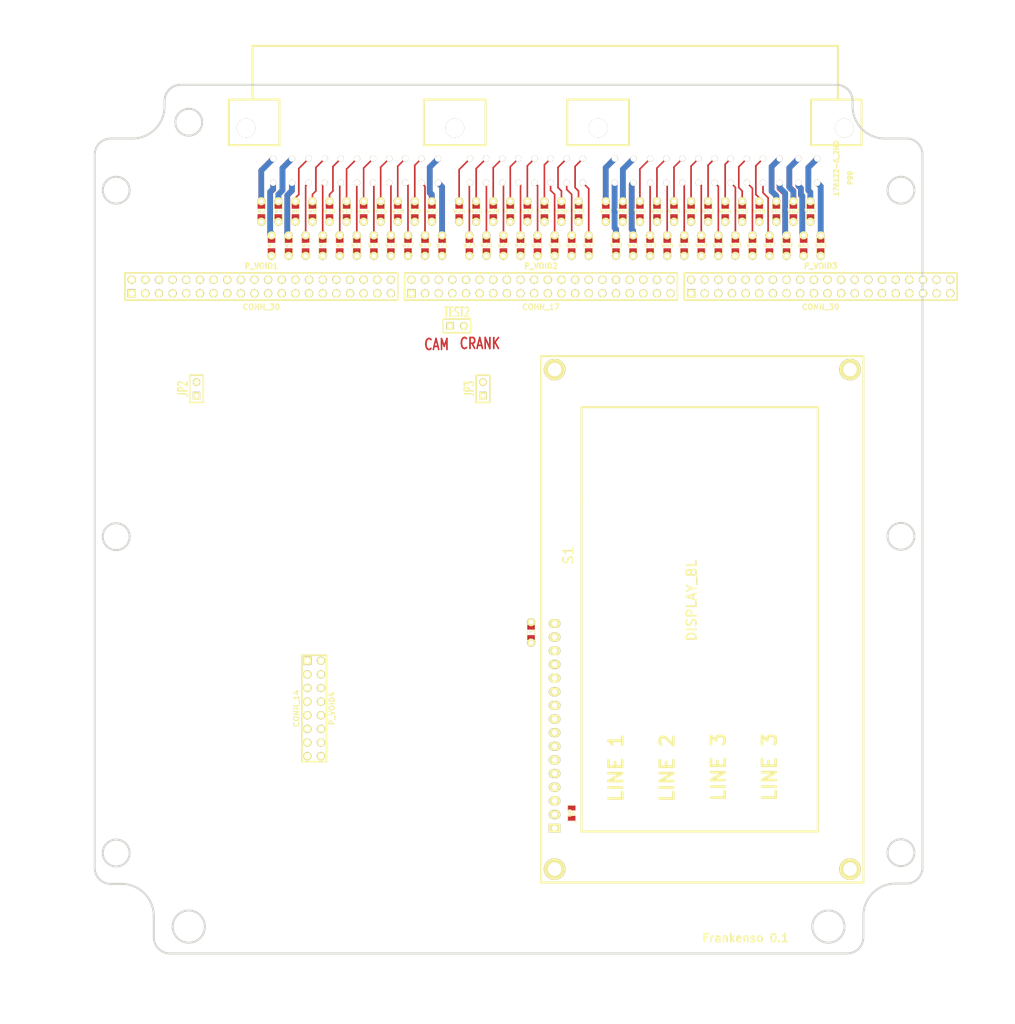
<source format=kicad_pcb>
(kicad_pcb (version 3) (host pcbnew "(2013-07-07 BZR 4022)-stable")

  (general
    (links 242)
    (no_connects 170)
    (area 91.276714 25.4 279.400001 218.5162)
    (thickness 1.6)
    (drawings 92)
    (tracks 251)
    (zones 0)
    (modules 75)
    (nets 121)
  )

  (page A3)
  (layers
    (15 F.Cu signal)
    (0 B.Cu signal)
    (16 B.Adhes user)
    (17 F.Adhes user)
    (18 B.Paste user)
    (19 F.Paste user)
    (20 B.SilkS user)
    (21 F.SilkS user)
    (22 B.Mask user)
    (23 F.Mask user)
    (24 Dwgs.User user)
    (25 Cmts.User user)
    (26 Eco1.User user hide)
    (27 Eco2.User user)
    (28 Edge.Cuts user)
  )

  (setup
    (last_trace_width 0.2159)
    (trace_clearance 0.2159)
    (zone_clearance 0.381)
    (zone_45_only no)
    (trace_min 0.1524)
    (segment_width 0.381)
    (edge_width 0.381)
    (via_size 0.6858)
    (via_drill 0.3302)
    (via_min_size 0)
    (via_min_drill 0.3302)
    (user_via 0.6858 0.3302)
    (user_via 0.78994 0.43434)
    (user_via 1.54178 1.18618)
    (uvia_size 0.508)
    (uvia_drill 0.127)
    (uvias_allowed no)
    (uvia_min_size 0.508)
    (uvia_min_drill 0.127)
    (pcb_text_width 0.3048)
    (pcb_text_size 1.524 2.032)
    (mod_edge_width 0.381)
    (mod_text_size 1.524 1.524)
    (mod_text_width 0.3048)
    (pad_size 1.397 1.397)
    (pad_drill 0.8128)
    (pad_to_mask_clearance 0.2)
    (aux_axis_origin 0 0)
    (visible_elements 7FFFFFBF)
    (pcbplotparams
      (layerselection 3178497)
      (usegerberextensions true)
      (excludeedgelayer true)
      (linewidth 0.100000)
      (plotframeref false)
      (viasonmask false)
      (mode 1)
      (useauxorigin false)
      (hpglpennumber 1)
      (hpglpenspeed 20)
      (hpglpendiameter 15)
      (hpglpenoverlay 2)
      (psnegative false)
      (psa4output false)
      (plotreference true)
      (plotvalue true)
      (plotothertext true)
      (plotinvisibletext false)
      (padsonsilk false)
      (subtractmaskfromsilk false)
      (outputformat 1)
      (mirror false)
      (drillshape 1)
      (scaleselection 1)
      (outputdirectory ""))
  )

  (net 0 "")
  (net 1 /12V)
  (net 2 /12V-CONST)
  (net 3 /2C)
  (net 4 /2D)
  (net 5 /2K)
  (net 6 /2M)
  (net 7 /2O)
  (net 8 /3F)
  (net 9 /3H)
  (net 10 /5V)
  (net 11 /AC-RELAY)
  (net 12 /AC-SW)
  (net 13 /BLOWER-SW)
  (net 14 /CAM)
  (net 15 /CAM+)
  (net 16 /CAM-)
  (net 17 /CANH)
  (net 18 /CANL)
  (net 19 /COOL-FAN)
  (net 20 /CPU-GND)
  (net 21 /CRANK)
  (net 22 /CRK2+)
  (net 23 /CRK2-)
  (net 24 /DIAG)
  (net 25 /DIAG-1K)
  (net 26 /HD44780_CS)
  (net 27 /HD44780_D4)
  (net 28 /HD44780_D5)
  (net 29 /HD44780_D6)
  (net 30 /HD44780_D7)
  (net 31 /HD44780_RS)
  (net 32 /HD44780_VCC)
  (net 33 /HEADLIGHT-SW)
  (net 34 /HL1)
  (net 35 /HL2)
  (net 36 /HL3)
  (net 37 /HL4)
  (net 38 /HL5)
  (net 39 /HL6)
  (net 40 /INJ-07)
  (net 41 /INJ-10)
  (net 42 /INJ-11)
  (net 43 /INJ-12)
  (net 44 /INPUT-GND)
  (net 45 /KNOCK1)
  (net 46 /KNOCK2)
  (net 47 /MUL)
  (net 48 /NEUTRAL-CLUTCH-SW)
  (net 49 /OUTPUT-GND)
  (net 50 /REAR-DEFROSTER-SW)
  (net 51 /START-SIG)
  (net 52 /STEERING-SW)
  (net 53 /STOP-LIGHT)
  (net 54 /TPS-IDL-SW)
  (net 55 GND)
  (net 56 N-000001)
  (net 57 N-0000010)
  (net 58 N-0000011)
  (net 59 N-0000012)
  (net 60 N-00000121)
  (net 61 N-0000013)
  (net 62 N-0000014)
  (net 63 N-0000015)
  (net 64 N-0000016)
  (net 65 N-0000017)
  (net 66 N-0000018)
  (net 67 N-0000019)
  (net 68 N-000002)
  (net 69 N-0000020)
  (net 70 N-0000026)
  (net 71 N-0000027)
  (net 72 N-0000028)
  (net 73 N-0000029)
  (net 74 N-000003)
  (net 75 N-0000030)
  (net 76 N-0000031)
  (net 77 N-0000032)
  (net 78 N-0000033)
  (net 79 N-0000034)
  (net 80 N-0000035)
  (net 81 N-0000036)
  (net 82 N-0000037)
  (net 83 N-0000038)
  (net 84 N-0000039)
  (net 85 N-000004)
  (net 86 N-0000040)
  (net 87 N-0000041)
  (net 88 N-0000042)
  (net 89 N-0000043)
  (net 90 N-0000044)
  (net 91 N-0000045)
  (net 92 N-0000046)
  (net 93 N-0000047)
  (net 94 N-0000048)
  (net 95 N-0000049)
  (net 96 N-000005)
  (net 97 N-0000050)
  (net 98 N-0000051)
  (net 99 N-0000052)
  (net 100 N-0000053)
  (net 101 N-0000054)
  (net 102 N-0000055)
  (net 103 N-0000056)
  (net 104 N-0000057)
  (net 105 N-0000058)
  (net 106 N-0000059)
  (net 107 N-000006)
  (net 108 N-0000060)
  (net 109 N-0000061)
  (net 110 N-0000063)
  (net 111 N-0000064)
  (net 112 N-0000065)
  (net 113 N-0000066)
  (net 114 N-0000067)
  (net 115 N-0000068)
  (net 116 N-0000069)
  (net 117 N-000007)
  (net 118 N-0000070)
  (net 119 N-000008)
  (net 120 N-000009)

  (net_class Default "Это класс цепей по умолчанию."
    (clearance 0.2159)
    (trace_width 0.2159)
    (via_dia 0.6858)
    (via_drill 0.3302)
    (uvia_dia 0.508)
    (uvia_drill 0.127)
    (add_net "")
    (add_net /12V)
    (add_net /12V-CONST)
    (add_net /2C)
    (add_net /2D)
    (add_net /2K)
    (add_net /2M)
    (add_net /2O)
    (add_net /3F)
    (add_net /3H)
    (add_net /5V)
    (add_net /AC-RELAY)
    (add_net /AC-SW)
    (add_net /BLOWER-SW)
    (add_net /CAM)
    (add_net /CAM+)
    (add_net /CAM-)
    (add_net /CANH)
    (add_net /CANL)
    (add_net /COOL-FAN)
    (add_net /CPU-GND)
    (add_net /CRANK)
    (add_net /CRK2+)
    (add_net /CRK2-)
    (add_net /DIAG)
    (add_net /DIAG-1K)
    (add_net /HD44780_CS)
    (add_net /HD44780_D4)
    (add_net /HD44780_D5)
    (add_net /HD44780_D6)
    (add_net /HD44780_D7)
    (add_net /HD44780_RS)
    (add_net /HD44780_VCC)
    (add_net /HEADLIGHT-SW)
    (add_net /HL1)
    (add_net /HL2)
    (add_net /HL3)
    (add_net /HL4)
    (add_net /HL5)
    (add_net /HL6)
    (add_net /INJ-07)
    (add_net /INJ-10)
    (add_net /INJ-11)
    (add_net /INJ-12)
    (add_net /INPUT-GND)
    (add_net /KNOCK1)
    (add_net /KNOCK2)
    (add_net /MUL)
    (add_net /NEUTRAL-CLUTCH-SW)
    (add_net /OUTPUT-GND)
    (add_net /REAR-DEFROSTER-SW)
    (add_net /START-SIG)
    (add_net /STEERING-SW)
    (add_net /STOP-LIGHT)
    (add_net /TPS-IDL-SW)
    (add_net GND)
    (add_net N-000001)
    (add_net N-0000010)
    (add_net N-0000011)
    (add_net N-0000012)
    (add_net N-00000121)
    (add_net N-0000013)
    (add_net N-0000014)
    (add_net N-0000015)
    (add_net N-0000016)
    (add_net N-0000017)
    (add_net N-0000018)
    (add_net N-0000019)
    (add_net N-000002)
    (add_net N-0000020)
    (add_net N-0000026)
    (add_net N-0000027)
    (add_net N-0000028)
    (add_net N-0000029)
    (add_net N-000003)
    (add_net N-0000030)
    (add_net N-0000031)
    (add_net N-0000032)
    (add_net N-0000033)
    (add_net N-0000034)
    (add_net N-0000035)
    (add_net N-0000036)
    (add_net N-0000037)
    (add_net N-0000039)
    (add_net N-000004)
    (add_net N-0000040)
    (add_net N-0000041)
    (add_net N-0000042)
    (add_net N-0000043)
    (add_net N-0000044)
    (add_net N-0000045)
    (add_net N-0000046)
    (add_net N-0000047)
    (add_net N-0000048)
    (add_net N-0000049)
    (add_net N-000005)
    (add_net N-0000050)
    (add_net N-0000051)
    (add_net N-0000052)
    (add_net N-0000053)
    (add_net N-0000054)
    (add_net N-0000055)
    (add_net N-0000056)
    (add_net N-0000057)
    (add_net N-0000058)
    (add_net N-0000059)
    (add_net N-000006)
    (add_net N-0000060)
    (add_net N-0000061)
    (add_net N-0000063)
    (add_net N-0000064)
    (add_net N-0000065)
    (add_net N-0000066)
    (add_net N-0000067)
    (add_net N-0000068)
    (add_net N-0000069)
    (add_net N-000007)
    (add_net N-0000070)
    (add_net N-000008)
    (add_net N-000009)
  )

  (net_class "1A external" ""
    (clearance 0.2159)
    (trace_width 0.3048)
    (via_dia 0.6858)
    (via_drill 0.3302)
    (uvia_dia 0.508)
    (uvia_drill 0.127)
    (add_net N-0000038)
  )

  (net_class "2.5A external" ""
    (clearance 0.2159)
    (trace_width 1.0668)
    (via_dia 0.6858)
    (via_drill 0.3302)
    (uvia_dia 0.508)
    (uvia_drill 0.127)
  )

  (net_class "5A external" ""
    (clearance 0.2159)
    (trace_width 2.7178)
    (via_dia 1.54178)
    (via_drill 1.18618)
    (uvia_dia 0.508)
    (uvia_drill 0.127)
  )

  (net_class min2_extern_.188A ""
    (clearance 0.1524)
    (trace_width 0.1524)
    (via_dia 0.6858)
    (via_drill 0.3302)
    (uvia_dia 0.508)
    (uvia_drill 0.127)
  )

  (net_class min_extern_.241A ""
    (clearance 0.2159)
    (trace_width 0.2159)
    (via_dia 0.6858)
    (via_drill 0.3302)
    (uvia_dia 0.508)
    (uvia_drill 0.127)
  )

  (module 176122-6_2nd (layer F.Cu) (tedit 53982168) (tstamp 5396F15E)
    (at 250.825 59.436)
    (path /5398DBFC)
    (fp_text reference P99 (at -2.10058 -0.89916 90) (layer F.SilkS)
      (effects (font (size 0.889 0.889) (thickness 0.22225)))
    )
    (fp_text value 176122-6_2ND (at -4.699 -2.70002 90) (layer F.SilkS)
      (effects (font (size 0.889 0.889) (thickness 0.22352)))
    )
    (fp_line (start -113.40084 -25.49906) (end -4.39928 -25.49906) (layer F.SilkS) (width 0.381))
    (fp_line (start -113.40084 -25.49906) (end -113.40084 -15.49908) (layer F.SilkS) (width 0.381))
    (fp_line (start -4.39928 -25.49906) (end -4.39928 -15.49908) (layer F.SilkS) (width 0.381))
    (fp_line (start -81.50098 -15.49908) (end -69.99986 -15.49908) (layer F.SilkS) (width 0.381))
    (fp_line (start -81.50098 -7.00024) (end -69.99986 -7.00024) (layer F.SilkS) (width 0.381))
    (fp_line (start -117.80012 -15.49908) (end -108.39958 -15.49908) (layer F.SilkS) (width 0.381))
    (fp_line (start -117.80012 -7.00024) (end -108.39958 -7.00024) (layer F.SilkS) (width 0.381))
    (fp_line (start -117.80012 -7.00024) (end -117.80012 -15.49908) (layer F.SilkS) (width 0.381))
    (fp_line (start -108.39958 -7.00024) (end -108.39958 -15.49908) (layer F.SilkS) (width 0.381))
    (fp_line (start -81.50098 -7.00024) (end -81.50098 -15.49908) (layer F.SilkS) (width 0.381))
    (fp_line (start -69.99986 -7.00024) (end -69.99986 -15.49908) (layer F.SilkS) (width 0.381))
    (fp_line (start -54.8005 -7.00024) (end -54.8005 -15.49908) (layer F.SilkS) (width 0.381))
    (fp_line (start -43.29938 -7.00024) (end -54.8005 -7.00024) (layer F.SilkS) (width 0.381))
    (fp_line (start -43.29938 -15.49908) (end -54.8005 -15.49908) (layer F.SilkS) (width 0.381))
    (fp_line (start -43.29938 -15.49908) (end -43.29938 -7.00024) (layer F.SilkS) (width 0.381))
    (fp_line (start 0 -7.00024) (end -9.40054 -7.00024) (layer F.SilkS) (width 0.381))
    (fp_line (start -9.40054 -7.00024) (end -9.40054 -15.49908) (layer F.SilkS) (width 0.381))
    (fp_line (start -9.40054 -15.49908) (end 0 -15.49908) (layer F.SilkS) (width 0.381))
    (fp_line (start 0 -15.49908) (end 0 -7.00024) (layer F.SilkS) (width 0.381))
    (pad 12 thru_hole circle (at -109.54766 -4.50088 180) (size 1.15062 1.15062) (drill 1.09982)
      (layers *.Cu *.Mask F.SilkS)
      (net 71 N-0000027)
    )
    (pad 1 thru_hole circle (at -109.54766 0) (size 1.15062 1.15062) (drill 1.09982)
      (layers *.Cu *.Mask F.SilkS)
      (net 70 N-0000026)
    )
    (pad 2 thru_hole circle (at -106.05008 0) (size 1.15062 1.15062) (drill 1.09982)
      (layers *.Cu *.Mask F.SilkS)
      (net 69 N-0000020)
    )
    (pad 13 thru_hole circle (at -106.05008 -4.50088 180) (size 1.15062 1.15062) (drill 1.09982)
      (layers *.Cu *.Mask F.SilkS)
      (net 73 N-0000029)
    )
    (pad 17 thru_hole circle (at -93.94952 -4.50088 180) (size 1.15062 1.15062) (drill 1.09982)
      (layers *.Cu *.Mask F.SilkS)
      (net 58 N-0000011)
    )
    (pad 6 thru_hole circle (at -93.94952 0) (size 1.15062 1.15062) (drill 1.09982)
      (layers *.Cu *.Mask F.SilkS)
      (net 81 N-0000036)
    )
    (pad 5 thru_hole circle (at -96.94926 0) (size 1.15062 1.15062) (drill 1.09982)
      (layers *.Cu *.Mask F.SilkS)
      (net 79 N-0000034)
    )
    (pad 16 thru_hole circle (at -96.94926 -4.50088 180) (size 1.15062 1.15062) (drill 1.09982)
      (layers *.Cu *.Mask F.SilkS)
      (net 80 N-0000035)
    )
    (pad 14 thru_hole circle (at -102.94874 -4.50088 180) (size 1.15062 1.15062) (drill 1.09982)
      (layers *.Cu *.Mask F.SilkS)
      (net 76 N-0000031)
    )
    (pad 3 thru_hole circle (at -102.94874 0) (size 1.15062 1.15062) (drill 1.09982)
      (layers *.Cu *.Mask F.SilkS)
      (net 75 N-0000030)
    )
    (pad 4 thru_hole circle (at -99.949 0) (size 1.15062 1.15062) (drill 1.09982)
      (layers *.Cu *.Mask F.SilkS)
      (net 77 N-0000032)
    )
    (pad 15 thru_hole circle (at -99.949 -4.50088 180) (size 1.15062 1.15062) (drill 1.09982)
      (layers *.Cu *.Mask F.SilkS)
      (net 78 N-0000033)
    )
    (pad 19 thru_hole circle (at -87.95004 -4.50088 180) (size 1.15062 1.15062) (drill 1.09982)
      (layers *.Cu *.Mask F.SilkS)
      (net 96 N-000005)
    )
    (pad 8 thru_hole circle (at -87.95004 0) (size 1.15062 1.15062) (drill 1.09982)
      (layers *.Cu *.Mask F.SilkS)
      (net 85 N-000004)
    )
    (pad 7 thru_hole circle (at -90.94978 0) (size 1.15062 1.15062) (drill 1.09982)
      (layers *.Cu *.Mask F.SilkS)
      (net 68 N-000002)
    )
    (pad 18 thru_hole circle (at -90.94978 -4.50088 180) (size 1.15062 1.15062) (drill 1.09982)
      (layers *.Cu *.Mask F.SilkS)
      (net 74 N-000003)
    )
    (pad 20 thru_hole circle (at -84.9503 -4.50088 180) (size 1.15062 1.15062) (drill 1.09982)
      (layers *.Cu *.Mask F.SilkS)
      (net 117 N-000007)
    )
    (pad 9 thru_hole circle (at -84.9503 0) (size 1.15062 1.15062) (drill 1.09982)
      (layers *.Cu *.Mask F.SilkS)
      (net 107 N-000006)
    )
    (pad 10 thru_hole circle (at -81.95056 0) (size 1.15062 1.15062) (drill 1.09982)
      (layers *.Cu *.Mask F.SilkS)
      (net 119 N-000008)
    )
    (pad 21 thru_hole circle (at -81.95056 -4.50088 180) (size 1.15062 1.15062) (drill 1.09982)
      (layers *.Cu *.Mask F.SilkS)
      (net 120 N-000009)
    )
    (pad 34 thru_hole circle (at -63.90132 -4.50088 180) (size 1.15062 1.15062) (drill 1.09982)
      (layers *.Cu *.Mask F.SilkS)
      (net 67 N-0000019)
    )
    (pad 26 thru_hole circle (at -63.90132 0) (size 1.15062 1.15062) (drill 1.09982)
      (layers *.Cu *.Mask F.SilkS)
      (net 66 N-0000018)
    )
    (pad 25 thru_hole circle (at -66.90106 0) (size 1.15062 1.15062) (drill 1.09982)
      (layers *.Cu *.Mask F.SilkS)
      (net 64 N-0000016)
    )
    (pad 33 thru_hole circle (at -66.90106 -4.50088 180) (size 1.15062 1.15062) (drill 1.09982)
      (layers *.Cu *.Mask F.SilkS)
      (net 65 N-0000017)
    )
    (pad 31 thru_hole circle (at -72.90054 -4.50088 180) (size 1.15062 1.15062) (drill 1.09982)
      (layers *.Cu *.Mask F.SilkS)
      (net 61 N-0000013)
    )
    (pad 23 thru_hole circle (at -72.90054 0) (size 1.15062 1.15062) (drill 1.09982)
      (layers *.Cu *.Mask F.SilkS)
      (net 59 N-0000012)
    )
    (pad 24 thru_hole circle (at -69.9008 0) (size 1.15062 1.15062) (drill 1.09982)
      (layers *.Cu *.Mask F.SilkS)
      (net 62 N-0000014)
    )
    (pad 32 thru_hole circle (at -69.9008 -4.50088 180) (size 1.15062 1.15062) (drill 1.09982)
      (layers *.Cu *.Mask F.SilkS)
      (net 63 N-0000015)
    )
    (pad 36 thru_hole circle (at -57.8993 -4.50088 180) (size 1.15062 1.15062) (drill 1.09982)
      (layers *.Cu *.Mask F.SilkS)
      (net 103 N-0000056)
    )
    (pad 28 thru_hole circle (at -57.8993 0) (size 1.15062 1.15062) (drill 1.09982)
      (layers *.Cu *.Mask F.SilkS)
      (net 102 N-0000055)
    )
    (pad 27 thru_hole circle (at -60.89904 0) (size 1.15062 1.15062) (drill 1.09982)
      (layers *.Cu *.Mask F.SilkS)
      (net 72 N-0000028)
    )
    (pad 35 thru_hole circle (at -60.89904 -4.50088 180) (size 1.15062 1.15062) (drill 1.09982)
      (layers *.Cu *.Mask F.SilkS)
      (net 101 N-0000054)
    )
    (pad 37 thru_hole circle (at -54.89956 -4.50088 180) (size 1.15062 1.15062) (drill 1.09982)
      (layers *.Cu *.Mask F.SilkS)
      (net 105 N-0000058)
    )
    (pad 29 thru_hole circle (at -54.89956 0) (size 1.15062 1.15062) (drill 1.09982)
      (layers *.Cu *.Mask F.SilkS)
      (net 104 N-0000057)
    )
    (pad 22 thru_hole circle (at -78.84922 -4.50088 180) (size 1.15062 1.15062) (drill 1.09982)
      (layers *.Cu *.Mask F.SilkS)
      (net 56 N-000001)
    )
    (pad 11 thru_hole circle (at -78.84922 0) (size 1.15062 1.15062) (drill 1.09982)
      (layers *.Cu *.Mask F.SilkS)
      (net 57 N-0000010)
    )
    (pad 30 thru_hole circle (at -51.89982 0) (size 1.15062 1.15062) (drill 1.09982)
      (layers *.Cu *.Mask F.SilkS)
      (net 106 N-0000059)
    )
    (pad 38 thru_hole circle (at -51.89982 -4.50088 180) (size 1.15062 1.15062) (drill 1.09982)
      (layers *.Cu *.Mask F.SilkS)
      (net 108 N-0000060)
    )
    (pad 40 thru_hole circle (at -42.45356 0) (size 1.15062 1.15062) (drill 1.09982)
      (layers *.Cu *.Mask F.SilkS)
      (net 110 N-0000063)
    )
    (pad 53 thru_hole circle (at -42.45356 -4.50088 180) (size 1.15062 1.15062) (drill 1.09982)
      (layers *.Cu *.Mask F.SilkS)
      (net 111 N-0000064)
    )
    (pad 39 thru_hole circle (at -45.95368 0) (size 1.15062 1.15062) (drill 1.09982)
      (layers *.Cu *.Mask F.SilkS)
      (net 109 N-0000061)
    )
    (pad 52 thru_hole circle (at -45.95368 -4.50088 180) (size 1.15062 1.15062) (drill 1.09982)
      (layers *.Cu *.Mask F.SilkS)
      (net 100 N-0000053)
    )
    (pad 44 thru_hole circle (at -30.35046 0) (size 1.15062 1.15062) (drill 1.09982)
      (layers *.Cu *.Mask F.SilkS)
      (net 92 N-0000046)
    )
    (pad 57 thru_hole circle (at -30.35046 -4.50088 180) (size 1.15062 1.15062) (drill 1.09982)
      (layers *.Cu *.Mask F.SilkS)
      (net 83 N-0000038)
    )
    (pad 43 thru_hole circle (at -33.3502 0) (size 1.15062 1.15062) (drill 1.09982)
      (layers *.Cu *.Mask F.SilkS)
      (net 116 N-0000069)
    )
    (pad 56 thru_hole circle (at -33.3502 -4.50088 180) (size 1.15062 1.15062) (drill 1.09982)
      (layers *.Cu *.Mask F.SilkS)
      (net 118 N-0000070)
    )
    (pad 41 thru_hole circle (at -39.34968 0) (size 1.15062 1.15062) (drill 1.09982)
      (layers *.Cu *.Mask F.SilkS)
      (net 112 N-0000065)
    )
    (pad 54 thru_hole circle (at -39.34968 -4.50088 180) (size 1.15062 1.15062) (drill 1.09982)
      (layers *.Cu *.Mask F.SilkS)
      (net 113 N-0000066)
    )
    (pad 42 thru_hole circle (at -36.34994 0) (size 1.15062 1.15062) (drill 1.09982)
      (layers *.Cu *.Mask F.SilkS)
      (net 114 N-0000067)
    )
    (pad 55 thru_hole circle (at -36.34994 -4.50088 180) (size 1.15062 1.15062) (drill 1.09982)
      (layers *.Cu *.Mask F.SilkS)
      (net 115 N-0000068)
    )
    (pad 46 thru_hole circle (at -24.35098 0) (size 1.15062 1.15062) (drill 1.09982)
      (layers *.Cu *.Mask F.SilkS)
      (net 87 N-0000041)
    )
    (pad 59 thru_hole circle (at -24.35098 -4.50088 180) (size 1.15062 1.15062) (drill 1.09982)
      (layers *.Cu *.Mask F.SilkS)
      (net 88 N-0000042)
    )
    (pad 45 thru_hole circle (at -27.35072 0) (size 1.15062 1.15062) (drill 1.09982)
      (layers *.Cu *.Mask F.SilkS)
      (net 84 N-0000039)
    )
    (pad 58 thru_hole circle (at -27.35072 -4.50088 180) (size 1.15062 1.15062) (drill 1.09982)
      (layers *.Cu *.Mask F.SilkS)
      (net 86 N-0000040)
    )
    (pad 47 thru_hole circle (at -21.35124 0) (size 1.15062 1.15062) (drill 1.09982)
      (layers *.Cu *.Mask F.SilkS)
      (net 89 N-0000043)
    )
    (pad 60 thru_hole circle (at -21.35124 -4.50088 180) (size 1.15062 1.15062) (drill 1.09982)
      (layers *.Cu *.Mask F.SilkS)
      (net 90 N-0000044)
    )
    (pad 48 thru_hole circle (at -18.3515 0) (size 1.15062 1.15062) (drill 1.09982)
      (layers *.Cu *.Mask F.SilkS)
      (net 91 N-0000045)
    )
    (pad 61 thru_hole circle (at -18.3515 -4.50088 180) (size 1.15062 1.15062) (drill 1.09982)
      (layers *.Cu *.Mask F.SilkS)
      (net 82 N-0000037)
    )
    (pad 49 thru_hole circle (at -15.25016 0) (size 1.15062 1.15062) (drill 1.09982)
      (layers *.Cu *.Mask F.SilkS)
      (net 93 N-0000047)
    )
    (pad 62 thru_hole circle (at -15.25016 -4.50088 180) (size 1.15062 1.15062) (drill 1.09982)
      (layers *.Cu *.Mask F.SilkS)
      (net 94 N-0000048)
    )
    (pad 50 thru_hole circle (at -11.75004 0) (size 1.15062 1.15062) (drill 1.09982)
      (layers *.Cu *.Mask F.SilkS)
      (net 95 N-0000049)
    )
    (pad 63 thru_hole circle (at -11.75004 -4.50088 180) (size 1.15062 1.15062) (drill 1.09982)
      (layers *.Cu *.Mask F.SilkS)
      (net 97 N-0000050)
    )
    (pad "" thru_hole circle (at -114.59972 -10.20064) (size 3.50012 3.50012) (drill 3.50012)
      (layers *.Cu *.Mask F.SilkS)
    )
    (pad "" thru_hole circle (at -75.75042 -10.20064) (size 3.50012 3.50012) (drill 3.50012)
      (layers *.Cu *.Mask F.SilkS)
    )
    (pad "" thru_hole circle (at -49.04994 -10.20064) (size 3.50012 3.50012) (drill 3.50012)
      (layers *.Cu *.Mask F.SilkS)
    )
    (pad 51 thru_hole circle (at -8.24992 0) (size 1.15062 1.15062) (drill 1.09982)
      (layers *.Cu *.Mask F.SilkS)
      (net 98 N-0000051)
    )
    (pad 64 thru_hole circle (at -8.24992 -4.50088 180) (size 1.15062 1.15062) (drill 1.09982)
      (layers *.Cu *.Mask F.SilkS)
      (net 99 N-0000052)
    )
    (pad "" thru_hole circle (at -3.2004 -10.20064) (size 3.50012 3.50012) (drill 3.50012)
      (layers *.Cu *.Mask F.SilkS)
    )
    (model 3d\c-176122-6-f-3d_MM.wrl
      (at (xyz 0 -0.01 -0.15))
      (scale (xyz 0.393 0.393 0.393))
      (rotate (xyz 270 0 180))
    )
  )

  (module SM0805_jumper (layer F.Cu) (tedit 536581C0) (tstamp 539970A5)
    (at 220.98 71.12 90)
    (path /5398DE36)
    (attr smd)
    (fp_text reference W49 (at 0.0635 0 180) (layer F.SilkS)
      (effects (font (size 0.762 0.762) (thickness 0.127)))
    )
    (fp_text value TEST (at 0 1.27 90) (layer F.SilkS) hide
      (effects (font (size 0.50038 0.50038) (thickness 0.10922)))
    )
    (fp_circle (center -1.651 0.762) (end -1.651 0.635) (layer F.SilkS) (width 0.09906))
    (fp_line (start -0.508 0.762) (end -1.524 0.762) (layer F.SilkS) (width 0.09906))
    (fp_line (start -1.524 0.762) (end -1.524 -0.762) (layer F.SilkS) (width 0.09906))
    (fp_line (start -1.524 -0.762) (end -0.508 -0.762) (layer F.SilkS) (width 0.09906))
    (fp_line (start 0.508 -0.762) (end 1.524 -0.762) (layer F.SilkS) (width 0.09906))
    (fp_line (start 1.524 -0.762) (end 1.524 0.762) (layer F.SilkS) (width 0.09906))
    (fp_line (start 1.524 0.762) (end 0.508 0.762) (layer F.SilkS) (width 0.09906))
    (pad 1 smd rect (at -0.9525 0 90) (size 0.889 1.397)
      (layers F.Cu F.Paste F.Mask)
    )
    (pad 2 smd rect (at 0.9525 0 90) (size 0.889 1.397)
      (layers F.Cu F.Paste F.Mask)
      (net 92 N-0000046)
    )
    (pad 2 thru_hole circle (at 1.905 0 90) (size 1.524 1.524) (drill 0.8128)
      (layers *.Cu *.Mask F.SilkS)
      (net 92 N-0000046)
    )
    (pad 1 thru_hole circle (at -1.905 0 90) (size 1.524 1.524) (drill 0.8128)
      (layers *.Cu *.Mask F.SilkS)
    )
    (model smd/chip_cms.wrl
      (at (xyz 0 0 0))
      (scale (xyz 0.1 0.1 0.1))
      (rotate (xyz 0 0 0))
    )
  )

  (module SM0805_jumper   placed (layer F.Cu) (tedit 536581C0) (tstamp 539970B4)
    (at 191.77 64.77 90)
    (path /5398DD8C)
    (attr smd)
    (fp_text reference W34 (at 0.0635 0 180) (layer F.SilkS)
      (effects (font (size 0.762 0.762) (thickness 0.127)))
    )
    (fp_text value TEST (at 0 1.27 90) (layer F.SilkS) hide
      (effects (font (size 0.50038 0.50038) (thickness 0.10922)))
    )
    (fp_circle (center -1.651 0.762) (end -1.651 0.635) (layer F.SilkS) (width 0.09906))
    (fp_line (start -0.508 0.762) (end -1.524 0.762) (layer F.SilkS) (width 0.09906))
    (fp_line (start -1.524 0.762) (end -1.524 -0.762) (layer F.SilkS) (width 0.09906))
    (fp_line (start -1.524 -0.762) (end -0.508 -0.762) (layer F.SilkS) (width 0.09906))
    (fp_line (start 0.508 -0.762) (end 1.524 -0.762) (layer F.SilkS) (width 0.09906))
    (fp_line (start 1.524 -0.762) (end 1.524 0.762) (layer F.SilkS) (width 0.09906))
    (fp_line (start 1.524 0.762) (end 0.508 0.762) (layer F.SilkS) (width 0.09906))
    (pad 1 smd rect (at -0.9525 0 90) (size 0.889 1.397)
      (layers F.Cu F.Paste F.Mask)
      (net 43 /INJ-12)
    )
    (pad 2 smd rect (at 0.9525 0 90) (size 0.889 1.397)
      (layers F.Cu F.Paste F.Mask)
      (net 103 N-0000056)
    )
    (pad 2 thru_hole circle (at 1.905 0 90) (size 1.524 1.524) (drill 0.8128)
      (layers *.Cu *.Mask F.SilkS)
      (net 103 N-0000056)
    )
    (pad 1 thru_hole circle (at -1.905 0 90) (size 1.524 1.524) (drill 0.8128)
      (layers *.Cu *.Mask F.SilkS)
      (net 43 /INJ-12)
    )
    (model smd/chip_cms.wrl
      (at (xyz 0 0 0))
      (scale (xyz 0.1 0.1 0.1))
      (rotate (xyz 0 0 0))
    )
  )

  (module SM0805_jumper (layer F.Cu) (tedit 536581C0) (tstamp 539970C3)
    (at 196.85 71.12 90)
    (path /5398DD92)
    (attr smd)
    (fp_text reference W35 (at 0.0635 0 180) (layer F.SilkS)
      (effects (font (size 0.762 0.762) (thickness 0.127)))
    )
    (fp_text value TEST (at 0 1.27 90) (layer F.SilkS) hide
      (effects (font (size 0.50038 0.50038) (thickness 0.10922)))
    )
    (fp_circle (center -1.651 0.762) (end -1.651 0.635) (layer F.SilkS) (width 0.09906))
    (fp_line (start -0.508 0.762) (end -1.524 0.762) (layer F.SilkS) (width 0.09906))
    (fp_line (start -1.524 0.762) (end -1.524 -0.762) (layer F.SilkS) (width 0.09906))
    (fp_line (start -1.524 -0.762) (end -0.508 -0.762) (layer F.SilkS) (width 0.09906))
    (fp_line (start 0.508 -0.762) (end 1.524 -0.762) (layer F.SilkS) (width 0.09906))
    (fp_line (start 1.524 -0.762) (end 1.524 0.762) (layer F.SilkS) (width 0.09906))
    (fp_line (start 1.524 0.762) (end 0.508 0.762) (layer F.SilkS) (width 0.09906))
    (pad 1 smd rect (at -0.9525 0 90) (size 0.889 1.397)
      (layers F.Cu F.Paste F.Mask)
      (net 6 /2M)
    )
    (pad 2 smd rect (at 0.9525 0 90) (size 0.889 1.397)
      (layers F.Cu F.Paste F.Mask)
      (net 104 N-0000057)
    )
    (pad 2 thru_hole circle (at 1.905 0 90) (size 1.524 1.524) (drill 0.8128)
      (layers *.Cu *.Mask F.SilkS)
      (net 104 N-0000057)
    )
    (pad 1 thru_hole circle (at -1.905 0 90) (size 1.524 1.524) (drill 0.8128)
      (layers *.Cu *.Mask F.SilkS)
      (net 6 /2M)
    )
    (model smd/chip_cms.wrl
      (at (xyz 0 0 0))
      (scale (xyz 0.1 0.1 0.1))
      (rotate (xyz 0 0 0))
    )
  )

  (module SM0805_jumper   placed (layer F.Cu) (tedit 536581C0) (tstamp 539970D2)
    (at 194.945 64.77 90)
    (path /5398DD98)
    (attr smd)
    (fp_text reference W36 (at 0.0635 0 180) (layer F.SilkS)
      (effects (font (size 0.762 0.762) (thickness 0.127)))
    )
    (fp_text value TEST (at 0 1.27 90) (layer F.SilkS) hide
      (effects (font (size 0.50038 0.50038) (thickness 0.10922)))
    )
    (fp_circle (center -1.651 0.762) (end -1.651 0.635) (layer F.SilkS) (width 0.09906))
    (fp_line (start -0.508 0.762) (end -1.524 0.762) (layer F.SilkS) (width 0.09906))
    (fp_line (start -1.524 0.762) (end -1.524 -0.762) (layer F.SilkS) (width 0.09906))
    (fp_line (start -1.524 -0.762) (end -0.508 -0.762) (layer F.SilkS) (width 0.09906))
    (fp_line (start 0.508 -0.762) (end 1.524 -0.762) (layer F.SilkS) (width 0.09906))
    (fp_line (start 1.524 -0.762) (end 1.524 0.762) (layer F.SilkS) (width 0.09906))
    (fp_line (start 1.524 0.762) (end 0.508 0.762) (layer F.SilkS) (width 0.09906))
    (pad 1 smd rect (at -0.9525 0 90) (size 0.889 1.397)
      (layers F.Cu F.Paste F.Mask)
      (net 42 /INJ-11)
    )
    (pad 2 smd rect (at 0.9525 0 90) (size 0.889 1.397)
      (layers F.Cu F.Paste F.Mask)
      (net 105 N-0000058)
    )
    (pad 2 thru_hole circle (at 1.905 0 90) (size 1.524 1.524) (drill 0.8128)
      (layers *.Cu *.Mask F.SilkS)
      (net 105 N-0000058)
    )
    (pad 1 thru_hole circle (at -1.905 0 90) (size 1.524 1.524) (drill 0.8128)
      (layers *.Cu *.Mask F.SilkS)
      (net 42 /INJ-11)
    )
    (model smd/chip_cms.wrl
      (at (xyz 0 0 0))
      (scale (xyz 0.1 0.1 0.1))
      (rotate (xyz 0 0 0))
    )
  )

  (module SM0805_jumper (layer F.Cu) (tedit 536581C0) (tstamp 539970E1)
    (at 200.025 71.12 90)
    (path /5398DD9E)
    (attr smd)
    (fp_text reference W37 (at 0.0635 0 180) (layer F.SilkS)
      (effects (font (size 0.762 0.762) (thickness 0.127)))
    )
    (fp_text value TEST (at 0 1.27 90) (layer F.SilkS) hide
      (effects (font (size 0.50038 0.50038) (thickness 0.10922)))
    )
    (fp_circle (center -1.651 0.762) (end -1.651 0.635) (layer F.SilkS) (width 0.09906))
    (fp_line (start -0.508 0.762) (end -1.524 0.762) (layer F.SilkS) (width 0.09906))
    (fp_line (start -1.524 0.762) (end -1.524 -0.762) (layer F.SilkS) (width 0.09906))
    (fp_line (start -1.524 -0.762) (end -0.508 -0.762) (layer F.SilkS) (width 0.09906))
    (fp_line (start 0.508 -0.762) (end 1.524 -0.762) (layer F.SilkS) (width 0.09906))
    (fp_line (start 1.524 -0.762) (end 1.524 0.762) (layer F.SilkS) (width 0.09906))
    (fp_line (start 1.524 0.762) (end 0.508 0.762) (layer F.SilkS) (width 0.09906))
    (pad 1 smd rect (at -0.9525 0 90) (size 0.889 1.397)
      (layers F.Cu F.Paste F.Mask)
      (net 7 /2O)
    )
    (pad 2 smd rect (at 0.9525 0 90) (size 0.889 1.397)
      (layers F.Cu F.Paste F.Mask)
      (net 106 N-0000059)
    )
    (pad 2 thru_hole circle (at 1.905 0 90) (size 1.524 1.524) (drill 0.8128)
      (layers *.Cu *.Mask F.SilkS)
      (net 106 N-0000059)
    )
    (pad 1 thru_hole circle (at -1.905 0 90) (size 1.524 1.524) (drill 0.8128)
      (layers *.Cu *.Mask F.SilkS)
      (net 7 /2O)
    )
    (model smd/chip_cms.wrl
      (at (xyz 0 0 0))
      (scale (xyz 0.1 0.1 0.1))
      (rotate (xyz 0 0 0))
    )
  )

  (module SM0805_jumper   placed (layer F.Cu) (tedit 536581C0) (tstamp 539970F0)
    (at 198.12 64.77 90)
    (path /5398DDA4)
    (attr smd)
    (fp_text reference W38 (at 0.0635 0 180) (layer F.SilkS)
      (effects (font (size 0.762 0.762) (thickness 0.127)))
    )
    (fp_text value TEST (at 0 1.27 90) (layer F.SilkS) hide
      (effects (font (size 0.50038 0.50038) (thickness 0.10922)))
    )
    (fp_circle (center -1.651 0.762) (end -1.651 0.635) (layer F.SilkS) (width 0.09906))
    (fp_line (start -0.508 0.762) (end -1.524 0.762) (layer F.SilkS) (width 0.09906))
    (fp_line (start -1.524 0.762) (end -1.524 -0.762) (layer F.SilkS) (width 0.09906))
    (fp_line (start -1.524 -0.762) (end -0.508 -0.762) (layer F.SilkS) (width 0.09906))
    (fp_line (start 0.508 -0.762) (end 1.524 -0.762) (layer F.SilkS) (width 0.09906))
    (fp_line (start 1.524 -0.762) (end 1.524 0.762) (layer F.SilkS) (width 0.09906))
    (fp_line (start 1.524 0.762) (end 0.508 0.762) (layer F.SilkS) (width 0.09906))
    (pad 1 smd rect (at -0.9525 0 90) (size 0.889 1.397)
      (layers F.Cu F.Paste F.Mask)
      (net 41 /INJ-10)
    )
    (pad 2 smd rect (at 0.9525 0 90) (size 0.889 1.397)
      (layers F.Cu F.Paste F.Mask)
      (net 108 N-0000060)
    )
    (pad 2 thru_hole circle (at 1.905 0 90) (size 1.524 1.524) (drill 0.8128)
      (layers *.Cu *.Mask F.SilkS)
      (net 108 N-0000060)
    )
    (pad 1 thru_hole circle (at -1.905 0 90) (size 1.524 1.524) (drill 0.8128)
      (layers *.Cu *.Mask F.SilkS)
      (net 41 /INJ-10)
    )
    (model smd/chip_cms.wrl
      (at (xyz 0 0 0))
      (scale (xyz 0.1 0.1 0.1))
      (rotate (xyz 0 0 0))
    )
  )

  (module SM0805_jumper (layer F.Cu) (tedit 536581C0) (tstamp 539970FF)
    (at 205.105 71.12 90)
    (path /5398DDFA)
    (attr smd)
    (fp_text reference W39 (at 0.0635 0 180) (layer F.SilkS)
      (effects (font (size 0.762 0.762) (thickness 0.127)))
    )
    (fp_text value TEST (at 0 1.27 90) (layer F.SilkS) hide
      (effects (font (size 0.50038 0.50038) (thickness 0.10922)))
    )
    (fp_circle (center -1.651 0.762) (end -1.651 0.635) (layer F.SilkS) (width 0.09906))
    (fp_line (start -0.508 0.762) (end -1.524 0.762) (layer F.SilkS) (width 0.09906))
    (fp_line (start -1.524 0.762) (end -1.524 -0.762) (layer F.SilkS) (width 0.09906))
    (fp_line (start -1.524 -0.762) (end -0.508 -0.762) (layer F.SilkS) (width 0.09906))
    (fp_line (start 0.508 -0.762) (end 1.524 -0.762) (layer F.SilkS) (width 0.09906))
    (fp_line (start 1.524 -0.762) (end 1.524 0.762) (layer F.SilkS) (width 0.09906))
    (fp_line (start 1.524 0.762) (end 0.508 0.762) (layer F.SilkS) (width 0.09906))
    (pad 1 smd rect (at -0.9525 0 90) (size 0.889 1.397)
      (layers F.Cu F.Paste F.Mask)
    )
    (pad 2 smd rect (at 0.9525 0 90) (size 0.889 1.397)
      (layers F.Cu F.Paste F.Mask)
      (net 109 N-0000061)
    )
    (pad 2 thru_hole circle (at 1.905 0 90) (size 1.524 1.524) (drill 0.8128)
      (layers *.Cu *.Mask F.SilkS)
      (net 109 N-0000061)
    )
    (pad 1 thru_hole circle (at -1.905 0 90) (size 1.524 1.524) (drill 0.8128)
      (layers *.Cu *.Mask F.SilkS)
    )
    (model smd/chip_cms.wrl
      (at (xyz 0 0 0))
      (scale (xyz 0.1 0.1 0.1))
      (rotate (xyz 0 0 0))
    )
  )

  (module SM0805_jumper   placed (layer F.Cu) (tedit 536581C0) (tstamp 5399710E)
    (at 203.2 64.77 90)
    (path /5398DE00)
    (attr smd)
    (fp_text reference W40 (at 0.0635 0 180) (layer F.SilkS)
      (effects (font (size 0.762 0.762) (thickness 0.127)))
    )
    (fp_text value TEST (at 0 1.27 90) (layer F.SilkS) hide
      (effects (font (size 0.50038 0.50038) (thickness 0.10922)))
    )
    (fp_circle (center -1.651 0.762) (end -1.651 0.635) (layer F.SilkS) (width 0.09906))
    (fp_line (start -0.508 0.762) (end -1.524 0.762) (layer F.SilkS) (width 0.09906))
    (fp_line (start -1.524 0.762) (end -1.524 -0.762) (layer F.SilkS) (width 0.09906))
    (fp_line (start -1.524 -0.762) (end -0.508 -0.762) (layer F.SilkS) (width 0.09906))
    (fp_line (start 0.508 -0.762) (end 1.524 -0.762) (layer F.SilkS) (width 0.09906))
    (fp_line (start 1.524 -0.762) (end 1.524 0.762) (layer F.SilkS) (width 0.09906))
    (fp_line (start 1.524 0.762) (end 0.508 0.762) (layer F.SilkS) (width 0.09906))
    (pad 1 smd rect (at -0.9525 0 90) (size 0.889 1.397)
      (layers F.Cu F.Paste F.Mask)
      (net 49 /OUTPUT-GND)
    )
    (pad 2 smd rect (at 0.9525 0 90) (size 0.889 1.397)
      (layers F.Cu F.Paste F.Mask)
      (net 100 N-0000053)
    )
    (pad 2 thru_hole circle (at 1.905 0 90) (size 1.524 1.524) (drill 0.8128)
      (layers *.Cu *.Mask F.SilkS)
      (net 100 N-0000053)
    )
    (pad 1 thru_hole circle (at -1.905 0 90) (size 1.524 1.524) (drill 0.8128)
      (layers *.Cu *.Mask F.SilkS)
      (net 49 /OUTPUT-GND)
    )
    (model smd/chip_cms.wrl
      (at (xyz 0 0 0))
      (scale (xyz 0.1 0.1 0.1))
      (rotate (xyz 0 0 0))
    )
  )

  (module SM0805_jumper (layer F.Cu) (tedit 536581C0) (tstamp 5399711D)
    (at 208.28 71.12 90)
    (path /5398DE06)
    (attr smd)
    (fp_text reference W41 (at 0.0635 0 180) (layer F.SilkS)
      (effects (font (size 0.762 0.762) (thickness 0.127)))
    )
    (fp_text value TEST (at 0 1.27 90) (layer F.SilkS) hide
      (effects (font (size 0.50038 0.50038) (thickness 0.10922)))
    )
    (fp_circle (center -1.651 0.762) (end -1.651 0.635) (layer F.SilkS) (width 0.09906))
    (fp_line (start -0.508 0.762) (end -1.524 0.762) (layer F.SilkS) (width 0.09906))
    (fp_line (start -1.524 0.762) (end -1.524 -0.762) (layer F.SilkS) (width 0.09906))
    (fp_line (start -1.524 -0.762) (end -0.508 -0.762) (layer F.SilkS) (width 0.09906))
    (fp_line (start 0.508 -0.762) (end 1.524 -0.762) (layer F.SilkS) (width 0.09906))
    (fp_line (start 1.524 -0.762) (end 1.524 0.762) (layer F.SilkS) (width 0.09906))
    (fp_line (start 1.524 0.762) (end 0.508 0.762) (layer F.SilkS) (width 0.09906))
    (pad 1 smd rect (at -0.9525 0 90) (size 0.889 1.397)
      (layers F.Cu F.Paste F.Mask)
      (net 20 /CPU-GND)
    )
    (pad 2 smd rect (at 0.9525 0 90) (size 0.889 1.397)
      (layers F.Cu F.Paste F.Mask)
      (net 110 N-0000063)
    )
    (pad 2 thru_hole circle (at 1.905 0 90) (size 1.524 1.524) (drill 0.8128)
      (layers *.Cu *.Mask F.SilkS)
      (net 110 N-0000063)
    )
    (pad 1 thru_hole circle (at -1.905 0 90) (size 1.524 1.524) (drill 0.8128)
      (layers *.Cu *.Mask F.SilkS)
      (net 20 /CPU-GND)
    )
    (model smd/chip_cms.wrl
      (at (xyz 0 0 0))
      (scale (xyz 0.1 0.1 0.1))
      (rotate (xyz 0 0 0))
    )
  )

  (module SM0805_jumper   placed (layer F.Cu) (tedit 536581C0) (tstamp 5399712C)
    (at 206.375 64.77 90)
    (path /5398DE0C)
    (attr smd)
    (fp_text reference W42 (at 0.0635 0 180) (layer F.SilkS)
      (effects (font (size 0.762 0.762) (thickness 0.127)))
    )
    (fp_text value TEST (at 0 1.27 90) (layer F.SilkS) hide
      (effects (font (size 0.50038 0.50038) (thickness 0.10922)))
    )
    (fp_circle (center -1.651 0.762) (end -1.651 0.635) (layer F.SilkS) (width 0.09906))
    (fp_line (start -0.508 0.762) (end -1.524 0.762) (layer F.SilkS) (width 0.09906))
    (fp_line (start -1.524 0.762) (end -1.524 -0.762) (layer F.SilkS) (width 0.09906))
    (fp_line (start -1.524 -0.762) (end -0.508 -0.762) (layer F.SilkS) (width 0.09906))
    (fp_line (start 0.508 -0.762) (end 1.524 -0.762) (layer F.SilkS) (width 0.09906))
    (fp_line (start 1.524 -0.762) (end 1.524 0.762) (layer F.SilkS) (width 0.09906))
    (fp_line (start 1.524 0.762) (end 0.508 0.762) (layer F.SilkS) (width 0.09906))
    (pad 1 smd rect (at -0.9525 0 90) (size 0.889 1.397)
      (layers F.Cu F.Paste F.Mask)
      (net 44 /INPUT-GND)
    )
    (pad 2 smd rect (at 0.9525 0 90) (size 0.889 1.397)
      (layers F.Cu F.Paste F.Mask)
      (net 111 N-0000064)
    )
    (pad 2 thru_hole circle (at 1.905 0 90) (size 1.524 1.524) (drill 0.8128)
      (layers *.Cu *.Mask F.SilkS)
      (net 111 N-0000064)
    )
    (pad 1 thru_hole circle (at -1.905 0 90) (size 1.524 1.524) (drill 0.8128)
      (layers *.Cu *.Mask F.SilkS)
      (net 44 /INPUT-GND)
    )
    (model smd/chip_cms.wrl
      (at (xyz 0 0 0))
      (scale (xyz 0.1 0.1 0.1))
      (rotate (xyz 0 0 0))
    )
  )

  (module SM0805_jumper (layer F.Cu) (tedit 536581C0) (tstamp 5399713B)
    (at 211.455 71.12 90)
    (path /5398DE12)
    (attr smd)
    (fp_text reference W43 (at 0.0635 0 180) (layer F.SilkS)
      (effects (font (size 0.762 0.762) (thickness 0.127)))
    )
    (fp_text value TEST (at 0 1.27 90) (layer F.SilkS) hide
      (effects (font (size 0.50038 0.50038) (thickness 0.10922)))
    )
    (fp_circle (center -1.651 0.762) (end -1.651 0.635) (layer F.SilkS) (width 0.09906))
    (fp_line (start -0.508 0.762) (end -1.524 0.762) (layer F.SilkS) (width 0.09906))
    (fp_line (start -1.524 0.762) (end -1.524 -0.762) (layer F.SilkS) (width 0.09906))
    (fp_line (start -1.524 -0.762) (end -0.508 -0.762) (layer F.SilkS) (width 0.09906))
    (fp_line (start 0.508 -0.762) (end 1.524 -0.762) (layer F.SilkS) (width 0.09906))
    (fp_line (start 1.524 -0.762) (end 1.524 0.762) (layer F.SilkS) (width 0.09906))
    (fp_line (start 1.524 0.762) (end 0.508 0.762) (layer F.SilkS) (width 0.09906))
    (pad 1 smd rect (at -0.9525 0 90) (size 0.889 1.397)
      (layers F.Cu F.Paste F.Mask)
    )
    (pad 2 smd rect (at 0.9525 0 90) (size 0.889 1.397)
      (layers F.Cu F.Paste F.Mask)
      (net 112 N-0000065)
    )
    (pad 2 thru_hole circle (at 1.905 0 90) (size 1.524 1.524) (drill 0.8128)
      (layers *.Cu *.Mask F.SilkS)
      (net 112 N-0000065)
    )
    (pad 1 thru_hole circle (at -1.905 0 90) (size 1.524 1.524) (drill 0.8128)
      (layers *.Cu *.Mask F.SilkS)
    )
    (model smd/chip_cms.wrl
      (at (xyz 0 0 0))
      (scale (xyz 0.1 0.1 0.1))
      (rotate (xyz 0 0 0))
    )
  )

  (module SM0805_jumper   placed (layer F.Cu) (tedit 536581C0) (tstamp 5399714A)
    (at 209.55 64.77 90)
    (path /5398DE18)
    (attr smd)
    (fp_text reference W44 (at 0.0635 0 180) (layer F.SilkS)
      (effects (font (size 0.762 0.762) (thickness 0.127)))
    )
    (fp_text value TEST (at 0 1.27 90) (layer F.SilkS) hide
      (effects (font (size 0.50038 0.50038) (thickness 0.10922)))
    )
    (fp_circle (center -1.651 0.762) (end -1.651 0.635) (layer F.SilkS) (width 0.09906))
    (fp_line (start -0.508 0.762) (end -1.524 0.762) (layer F.SilkS) (width 0.09906))
    (fp_line (start -1.524 0.762) (end -1.524 -0.762) (layer F.SilkS) (width 0.09906))
    (fp_line (start -1.524 -0.762) (end -0.508 -0.762) (layer F.SilkS) (width 0.09906))
    (fp_line (start 0.508 -0.762) (end 1.524 -0.762) (layer F.SilkS) (width 0.09906))
    (fp_line (start 1.524 -0.762) (end 1.524 0.762) (layer F.SilkS) (width 0.09906))
    (fp_line (start 1.524 0.762) (end 0.508 0.762) (layer F.SilkS) (width 0.09906))
    (pad 1 smd rect (at -0.9525 0 90) (size 0.889 1.397)
      (layers F.Cu F.Paste F.Mask)
      (net 8 /3F)
    )
    (pad 2 smd rect (at 0.9525 0 90) (size 0.889 1.397)
      (layers F.Cu F.Paste F.Mask)
      (net 113 N-0000066)
    )
    (pad 2 thru_hole circle (at 1.905 0 90) (size 1.524 1.524) (drill 0.8128)
      (layers *.Cu *.Mask F.SilkS)
      (net 113 N-0000066)
    )
    (pad 1 thru_hole circle (at -1.905 0 90) (size 1.524 1.524) (drill 0.8128)
      (layers *.Cu *.Mask F.SilkS)
      (net 8 /3F)
    )
    (model smd/chip_cms.wrl
      (at (xyz 0 0 0))
      (scale (xyz 0.1 0.1 0.1))
      (rotate (xyz 0 0 0))
    )
  )

  (module SM0805_jumper (layer F.Cu) (tedit 536581C0) (tstamp 53997159)
    (at 214.63 71.12 90)
    (path /5398DE1E)
    (attr smd)
    (fp_text reference W45 (at 0.0635 0 180) (layer F.SilkS)
      (effects (font (size 0.762 0.762) (thickness 0.127)))
    )
    (fp_text value TEST (at 0 1.27 90) (layer F.SilkS) hide
      (effects (font (size 0.50038 0.50038) (thickness 0.10922)))
    )
    (fp_circle (center -1.651 0.762) (end -1.651 0.635) (layer F.SilkS) (width 0.09906))
    (fp_line (start -0.508 0.762) (end -1.524 0.762) (layer F.SilkS) (width 0.09906))
    (fp_line (start -1.524 0.762) (end -1.524 -0.762) (layer F.SilkS) (width 0.09906))
    (fp_line (start -1.524 -0.762) (end -0.508 -0.762) (layer F.SilkS) (width 0.09906))
    (fp_line (start 0.508 -0.762) (end 1.524 -0.762) (layer F.SilkS) (width 0.09906))
    (fp_line (start 1.524 -0.762) (end 1.524 0.762) (layer F.SilkS) (width 0.09906))
    (fp_line (start 1.524 0.762) (end 0.508 0.762) (layer F.SilkS) (width 0.09906))
    (pad 1 smd rect (at -0.9525 0 90) (size 0.889 1.397)
      (layers F.Cu F.Paste F.Mask)
    )
    (pad 2 smd rect (at 0.9525 0 90) (size 0.889 1.397)
      (layers F.Cu F.Paste F.Mask)
      (net 114 N-0000067)
    )
    (pad 2 thru_hole circle (at 1.905 0 90) (size 1.524 1.524) (drill 0.8128)
      (layers *.Cu *.Mask F.SilkS)
      (net 114 N-0000067)
    )
    (pad 1 thru_hole circle (at -1.905 0 90) (size 1.524 1.524) (drill 0.8128)
      (layers *.Cu *.Mask F.SilkS)
    )
    (model smd/chip_cms.wrl
      (at (xyz 0 0 0))
      (scale (xyz 0.1 0.1 0.1))
      (rotate (xyz 0 0 0))
    )
  )

  (module SM0805_jumper   placed (layer F.Cu) (tedit 536581C0) (tstamp 53997168)
    (at 212.725 64.77 90)
    (path /5398DE24)
    (attr smd)
    (fp_text reference W46 (at 0.0635 0 180) (layer F.SilkS)
      (effects (font (size 0.762 0.762) (thickness 0.127)))
    )
    (fp_text value TEST (at 0 1.27 90) (layer F.SilkS) hide
      (effects (font (size 0.50038 0.50038) (thickness 0.10922)))
    )
    (fp_circle (center -1.651 0.762) (end -1.651 0.635) (layer F.SilkS) (width 0.09906))
    (fp_line (start -0.508 0.762) (end -1.524 0.762) (layer F.SilkS) (width 0.09906))
    (fp_line (start -1.524 0.762) (end -1.524 -0.762) (layer F.SilkS) (width 0.09906))
    (fp_line (start -1.524 -0.762) (end -0.508 -0.762) (layer F.SilkS) (width 0.09906))
    (fp_line (start 0.508 -0.762) (end 1.524 -0.762) (layer F.SilkS) (width 0.09906))
    (fp_line (start 1.524 -0.762) (end 1.524 0.762) (layer F.SilkS) (width 0.09906))
    (fp_line (start 1.524 0.762) (end 0.508 0.762) (layer F.SilkS) (width 0.09906))
    (pad 1 smd rect (at -0.9525 0 90) (size 0.889 1.397)
      (layers F.Cu F.Paste F.Mask)
      (net 9 /3H)
    )
    (pad 2 smd rect (at 0.9525 0 90) (size 0.889 1.397)
      (layers F.Cu F.Paste F.Mask)
      (net 115 N-0000068)
    )
    (pad 2 thru_hole circle (at 1.905 0 90) (size 1.524 1.524) (drill 0.8128)
      (layers *.Cu *.Mask F.SilkS)
      (net 115 N-0000068)
    )
    (pad 1 thru_hole circle (at -1.905 0 90) (size 1.524 1.524) (drill 0.8128)
      (layers *.Cu *.Mask F.SilkS)
      (net 9 /3H)
    )
    (model smd/chip_cms.wrl
      (at (xyz 0 0 0))
      (scale (xyz 0.1 0.1 0.1))
      (rotate (xyz 0 0 0))
    )
  )

  (module SM0805_jumper (layer F.Cu) (tedit 536581C0) (tstamp 53997177)
    (at 217.805 71.12 90)
    (path /5398DE2A)
    (attr smd)
    (fp_text reference W47 (at 0.0635 0 180) (layer F.SilkS)
      (effects (font (size 0.762 0.762) (thickness 0.127)))
    )
    (fp_text value TEST (at 0 1.27 90) (layer F.SilkS) hide
      (effects (font (size 0.50038 0.50038) (thickness 0.10922)))
    )
    (fp_circle (center -1.651 0.762) (end -1.651 0.635) (layer F.SilkS) (width 0.09906))
    (fp_line (start -0.508 0.762) (end -1.524 0.762) (layer F.SilkS) (width 0.09906))
    (fp_line (start -1.524 0.762) (end -1.524 -0.762) (layer F.SilkS) (width 0.09906))
    (fp_line (start -1.524 -0.762) (end -0.508 -0.762) (layer F.SilkS) (width 0.09906))
    (fp_line (start 0.508 -0.762) (end 1.524 -0.762) (layer F.SilkS) (width 0.09906))
    (fp_line (start 1.524 -0.762) (end 1.524 0.762) (layer F.SilkS) (width 0.09906))
    (fp_line (start 1.524 0.762) (end 0.508 0.762) (layer F.SilkS) (width 0.09906))
    (pad 1 smd rect (at -0.9525 0 90) (size 0.889 1.397)
      (layers F.Cu F.Paste F.Mask)
    )
    (pad 2 smd rect (at 0.9525 0 90) (size 0.889 1.397)
      (layers F.Cu F.Paste F.Mask)
      (net 116 N-0000069)
    )
    (pad 2 thru_hole circle (at 1.905 0 90) (size 1.524 1.524) (drill 0.8128)
      (layers *.Cu *.Mask F.SilkS)
      (net 116 N-0000069)
    )
    (pad 1 thru_hole circle (at -1.905 0 90) (size 1.524 1.524) (drill 0.8128)
      (layers *.Cu *.Mask F.SilkS)
    )
    (model smd/chip_cms.wrl
      (at (xyz 0 0 0))
      (scale (xyz 0.1 0.1 0.1))
      (rotate (xyz 0 0 0))
    )
  )

  (module SM0805_jumper   placed (layer F.Cu) (tedit 536581C0) (tstamp 53997186)
    (at 215.9 64.77 90)
    (path /5398DE30)
    (attr smd)
    (fp_text reference W48 (at 0.0635 0 180) (layer F.SilkS)
      (effects (font (size 0.762 0.762) (thickness 0.127)))
    )
    (fp_text value TEST (at 0 1.27 90) (layer F.SilkS) hide
      (effects (font (size 0.50038 0.50038) (thickness 0.10922)))
    )
    (fp_circle (center -1.651 0.762) (end -1.651 0.635) (layer F.SilkS) (width 0.09906))
    (fp_line (start -0.508 0.762) (end -1.524 0.762) (layer F.SilkS) (width 0.09906))
    (fp_line (start -1.524 0.762) (end -1.524 -0.762) (layer F.SilkS) (width 0.09906))
    (fp_line (start -1.524 -0.762) (end -0.508 -0.762) (layer F.SilkS) (width 0.09906))
    (fp_line (start 0.508 -0.762) (end 1.524 -0.762) (layer F.SilkS) (width 0.09906))
    (fp_line (start 1.524 -0.762) (end 1.524 0.762) (layer F.SilkS) (width 0.09906))
    (fp_line (start 1.524 0.762) (end 0.508 0.762) (layer F.SilkS) (width 0.09906))
    (pad 1 smd rect (at -0.9525 0 90) (size 0.889 1.397)
      (layers F.Cu F.Paste F.Mask)
    )
    (pad 2 smd rect (at 0.9525 0 90) (size 0.889 1.397)
      (layers F.Cu F.Paste F.Mask)
      (net 118 N-0000070)
    )
    (pad 2 thru_hole circle (at 1.905 0 90) (size 1.524 1.524) (drill 0.8128)
      (layers *.Cu *.Mask F.SilkS)
      (net 118 N-0000070)
    )
    (pad 1 thru_hole circle (at -1.905 0 90) (size 1.524 1.524) (drill 0.8128)
      (layers *.Cu *.Mask F.SilkS)
    )
    (model smd/chip_cms.wrl
      (at (xyz 0 0 0))
      (scale (xyz 0.1 0.1 0.1))
      (rotate (xyz 0 0 0))
    )
  )

  (module SM0805_jumper (layer F.Cu) (tedit 536581C0) (tstamp 53997195)
    (at 193.675 71.12 90)
    (path /5398DD86)
    (attr smd)
    (fp_text reference W33 (at 0.0635 0 180) (layer F.SilkS)
      (effects (font (size 0.762 0.762) (thickness 0.127)))
    )
    (fp_text value TEST (at 0 1.27 90) (layer F.SilkS) hide
      (effects (font (size 0.50038 0.50038) (thickness 0.10922)))
    )
    (fp_circle (center -1.651 0.762) (end -1.651 0.635) (layer F.SilkS) (width 0.09906))
    (fp_line (start -0.508 0.762) (end -1.524 0.762) (layer F.SilkS) (width 0.09906))
    (fp_line (start -1.524 0.762) (end -1.524 -0.762) (layer F.SilkS) (width 0.09906))
    (fp_line (start -1.524 -0.762) (end -0.508 -0.762) (layer F.SilkS) (width 0.09906))
    (fp_line (start 0.508 -0.762) (end 1.524 -0.762) (layer F.SilkS) (width 0.09906))
    (fp_line (start 1.524 -0.762) (end 1.524 0.762) (layer F.SilkS) (width 0.09906))
    (fp_line (start 1.524 0.762) (end 0.508 0.762) (layer F.SilkS) (width 0.09906))
    (pad 1 smd rect (at -0.9525 0 90) (size 0.889 1.397)
      (layers F.Cu F.Paste F.Mask)
      (net 5 /2K)
    )
    (pad 2 smd rect (at 0.9525 0 90) (size 0.889 1.397)
      (layers F.Cu F.Paste F.Mask)
      (net 102 N-0000055)
    )
    (pad 2 thru_hole circle (at 1.905 0 90) (size 1.524 1.524) (drill 0.8128)
      (layers *.Cu *.Mask F.SilkS)
      (net 102 N-0000055)
    )
    (pad 1 thru_hole circle (at -1.905 0 90) (size 1.524 1.524) (drill 0.8128)
      (layers *.Cu *.Mask F.SilkS)
      (net 5 /2K)
    )
    (model smd/chip_cms.wrl
      (at (xyz 0 0 0))
      (scale (xyz 0.1 0.1 0.1))
      (rotate (xyz 0 0 0))
    )
  )

  (module SM0805_jumper   placed (layer F.Cu) (tedit 536581C0) (tstamp 539971A4)
    (at 219.075 64.77 90)
    (path /5398DE3C)
    (attr smd)
    (fp_text reference W50 (at 0.0635 0 180) (layer F.SilkS)
      (effects (font (size 0.762 0.762) (thickness 0.127)))
    )
    (fp_text value TEST (at 0 1.27 90) (layer F.SilkS) hide
      (effects (font (size 0.50038 0.50038) (thickness 0.10922)))
    )
    (fp_circle (center -1.651 0.762) (end -1.651 0.635) (layer F.SilkS) (width 0.09906))
    (fp_line (start -0.508 0.762) (end -1.524 0.762) (layer F.SilkS) (width 0.09906))
    (fp_line (start -1.524 0.762) (end -1.524 -0.762) (layer F.SilkS) (width 0.09906))
    (fp_line (start -1.524 -0.762) (end -0.508 -0.762) (layer F.SilkS) (width 0.09906))
    (fp_line (start 0.508 -0.762) (end 1.524 -0.762) (layer F.SilkS) (width 0.09906))
    (fp_line (start 1.524 -0.762) (end 1.524 0.762) (layer F.SilkS) (width 0.09906))
    (fp_line (start 1.524 0.762) (end 0.508 0.762) (layer F.SilkS) (width 0.09906))
    (pad 1 smd rect (at -0.9525 0 90) (size 0.889 1.397)
      (layers F.Cu F.Paste F.Mask)
    )
    (pad 2 smd rect (at 0.9525 0 90) (size 0.889 1.397)
      (layers F.Cu F.Paste F.Mask)
      (net 83 N-0000038)
    )
    (pad 2 thru_hole circle (at 1.905 0 90) (size 1.524 1.524) (drill 0.8128)
      (layers *.Cu *.Mask F.SilkS)
      (net 83 N-0000038)
    )
    (pad 1 thru_hole circle (at -1.905 0 90) (size 1.524 1.524) (drill 0.8128)
      (layers *.Cu *.Mask F.SilkS)
    )
    (model smd/chip_cms.wrl
      (at (xyz 0 0 0))
      (scale (xyz 0.1 0.1 0.1))
      (rotate (xyz 0 0 0))
    )
  )

  (module SM0805_jumper (layer F.Cu) (tedit 536581C0) (tstamp 539971B3)
    (at 224.155 71.12 90)
    (path /5398DE42)
    (attr smd)
    (fp_text reference W51 (at 0.0635 0 180) (layer F.SilkS)
      (effects (font (size 0.762 0.762) (thickness 0.127)))
    )
    (fp_text value TEST (at 0 1.27 90) (layer F.SilkS) hide
      (effects (font (size 0.50038 0.50038) (thickness 0.10922)))
    )
    (fp_circle (center -1.651 0.762) (end -1.651 0.635) (layer F.SilkS) (width 0.09906))
    (fp_line (start -0.508 0.762) (end -1.524 0.762) (layer F.SilkS) (width 0.09906))
    (fp_line (start -1.524 0.762) (end -1.524 -0.762) (layer F.SilkS) (width 0.09906))
    (fp_line (start -1.524 -0.762) (end -0.508 -0.762) (layer F.SilkS) (width 0.09906))
    (fp_line (start 0.508 -0.762) (end 1.524 -0.762) (layer F.SilkS) (width 0.09906))
    (fp_line (start 1.524 -0.762) (end 1.524 0.762) (layer F.SilkS) (width 0.09906))
    (fp_line (start 1.524 0.762) (end 0.508 0.762) (layer F.SilkS) (width 0.09906))
    (pad 1 smd rect (at -0.9525 0 90) (size 0.889 1.397)
      (layers F.Cu F.Paste F.Mask)
    )
    (pad 2 smd rect (at 0.9525 0 90) (size 0.889 1.397)
      (layers F.Cu F.Paste F.Mask)
      (net 84 N-0000039)
    )
    (pad 2 thru_hole circle (at 1.905 0 90) (size 1.524 1.524) (drill 0.8128)
      (layers *.Cu *.Mask F.SilkS)
      (net 84 N-0000039)
    )
    (pad 1 thru_hole circle (at -1.905 0 90) (size 1.524 1.524) (drill 0.8128)
      (layers *.Cu *.Mask F.SilkS)
    )
    (model smd/chip_cms.wrl
      (at (xyz 0 0 0))
      (scale (xyz 0.1 0.1 0.1))
      (rotate (xyz 0 0 0))
    )
  )

  (module SM0805_jumper   placed (layer F.Cu) (tedit 536581C0) (tstamp 539971C2)
    (at 222.25 64.77 90)
    (path /5398DE48)
    (attr smd)
    (fp_text reference W52 (at 0.0635 0 180) (layer F.SilkS)
      (effects (font (size 0.762 0.762) (thickness 0.127)))
    )
    (fp_text value TEST (at 0 1.27 90) (layer F.SilkS) hide
      (effects (font (size 0.50038 0.50038) (thickness 0.10922)))
    )
    (fp_circle (center -1.651 0.762) (end -1.651 0.635) (layer F.SilkS) (width 0.09906))
    (fp_line (start -0.508 0.762) (end -1.524 0.762) (layer F.SilkS) (width 0.09906))
    (fp_line (start -1.524 0.762) (end -1.524 -0.762) (layer F.SilkS) (width 0.09906))
    (fp_line (start -1.524 -0.762) (end -0.508 -0.762) (layer F.SilkS) (width 0.09906))
    (fp_line (start 0.508 -0.762) (end 1.524 -0.762) (layer F.SilkS) (width 0.09906))
    (fp_line (start 1.524 -0.762) (end 1.524 0.762) (layer F.SilkS) (width 0.09906))
    (fp_line (start 1.524 0.762) (end 0.508 0.762) (layer F.SilkS) (width 0.09906))
    (pad 1 smd rect (at -0.9525 0 90) (size 0.889 1.397)
      (layers F.Cu F.Paste F.Mask)
    )
    (pad 2 smd rect (at 0.9525 0 90) (size 0.889 1.397)
      (layers F.Cu F.Paste F.Mask)
      (net 86 N-0000040)
    )
    (pad 2 thru_hole circle (at 1.905 0 90) (size 1.524 1.524) (drill 0.8128)
      (layers *.Cu *.Mask F.SilkS)
      (net 86 N-0000040)
    )
    (pad 1 thru_hole circle (at -1.905 0 90) (size 1.524 1.524) (drill 0.8128)
      (layers *.Cu *.Mask F.SilkS)
    )
    (model smd/chip_cms.wrl
      (at (xyz 0 0 0))
      (scale (xyz 0.1 0.1 0.1))
      (rotate (xyz 0 0 0))
    )
  )

  (module SM0805_jumper (layer F.Cu) (tedit 536581C0) (tstamp 539971D1)
    (at 227.33 71.12 90)
    (path /5398DE4E)
    (attr smd)
    (fp_text reference W53 (at 0.0635 0 180) (layer F.SilkS)
      (effects (font (size 0.762 0.762) (thickness 0.127)))
    )
    (fp_text value TEST (at 0 1.27 90) (layer F.SilkS) hide
      (effects (font (size 0.50038 0.50038) (thickness 0.10922)))
    )
    (fp_circle (center -1.651 0.762) (end -1.651 0.635) (layer F.SilkS) (width 0.09906))
    (fp_line (start -0.508 0.762) (end -1.524 0.762) (layer F.SilkS) (width 0.09906))
    (fp_line (start -1.524 0.762) (end -1.524 -0.762) (layer F.SilkS) (width 0.09906))
    (fp_line (start -1.524 -0.762) (end -0.508 -0.762) (layer F.SilkS) (width 0.09906))
    (fp_line (start 0.508 -0.762) (end 1.524 -0.762) (layer F.SilkS) (width 0.09906))
    (fp_line (start 1.524 -0.762) (end 1.524 0.762) (layer F.SilkS) (width 0.09906))
    (fp_line (start 1.524 0.762) (end 0.508 0.762) (layer F.SilkS) (width 0.09906))
    (pad 1 smd rect (at -0.9525 0 90) (size 0.889 1.397)
      (layers F.Cu F.Paste F.Mask)
    )
    (pad 2 smd rect (at 0.9525 0 90) (size 0.889 1.397)
      (layers F.Cu F.Paste F.Mask)
      (net 87 N-0000041)
    )
    (pad 2 thru_hole circle (at 1.905 0 90) (size 1.524 1.524) (drill 0.8128)
      (layers *.Cu *.Mask F.SilkS)
      (net 87 N-0000041)
    )
    (pad 1 thru_hole circle (at -1.905 0 90) (size 1.524 1.524) (drill 0.8128)
      (layers *.Cu *.Mask F.SilkS)
    )
    (model smd/chip_cms.wrl
      (at (xyz 0 0 0))
      (scale (xyz 0.1 0.1 0.1))
      (rotate (xyz 0 0 0))
    )
  )

  (module SM0805_jumper   placed (layer F.Cu) (tedit 536581C0) (tstamp 539971E0)
    (at 225.425 64.77 90)
    (path /5398DE54)
    (attr smd)
    (fp_text reference W54 (at 0.0635 0 180) (layer F.SilkS)
      (effects (font (size 0.762 0.762) (thickness 0.127)))
    )
    (fp_text value TEST (at 0 1.27 90) (layer F.SilkS) hide
      (effects (font (size 0.50038 0.50038) (thickness 0.10922)))
    )
    (fp_circle (center -1.651 0.762) (end -1.651 0.635) (layer F.SilkS) (width 0.09906))
    (fp_line (start -0.508 0.762) (end -1.524 0.762) (layer F.SilkS) (width 0.09906))
    (fp_line (start -1.524 0.762) (end -1.524 -0.762) (layer F.SilkS) (width 0.09906))
    (fp_line (start -1.524 -0.762) (end -0.508 -0.762) (layer F.SilkS) (width 0.09906))
    (fp_line (start 0.508 -0.762) (end 1.524 -0.762) (layer F.SilkS) (width 0.09906))
    (fp_line (start 1.524 -0.762) (end 1.524 0.762) (layer F.SilkS) (width 0.09906))
    (fp_line (start 1.524 0.762) (end 0.508 0.762) (layer F.SilkS) (width 0.09906))
    (pad 1 smd rect (at -0.9525 0 90) (size 0.889 1.397)
      (layers F.Cu F.Paste F.Mask)
    )
    (pad 2 smd rect (at 0.9525 0 90) (size 0.889 1.397)
      (layers F.Cu F.Paste F.Mask)
      (net 88 N-0000042)
    )
    (pad 2 thru_hole circle (at 1.905 0 90) (size 1.524 1.524) (drill 0.8128)
      (layers *.Cu *.Mask F.SilkS)
      (net 88 N-0000042)
    )
    (pad 1 thru_hole circle (at -1.905 0 90) (size 1.524 1.524) (drill 0.8128)
      (layers *.Cu *.Mask F.SilkS)
    )
    (model smd/chip_cms.wrl
      (at (xyz 0 0 0))
      (scale (xyz 0.1 0.1 0.1))
      (rotate (xyz 0 0 0))
    )
  )

  (module SM0805_jumper   placed (layer F.Cu) (tedit 536581C0) (tstamp 539971EF)
    (at 230.505 71.12 90)
    (path /5398DE5A)
    (attr smd)
    (fp_text reference W55 (at 0.0635 0 180) (layer F.SilkS)
      (effects (font (size 0.762 0.762) (thickness 0.127)))
    )
    (fp_text value TEST (at 0 1.27 90) (layer F.SilkS) hide
      (effects (font (size 0.50038 0.50038) (thickness 0.10922)))
    )
    (fp_circle (center -1.651 0.762) (end -1.651 0.635) (layer F.SilkS) (width 0.09906))
    (fp_line (start -0.508 0.762) (end -1.524 0.762) (layer F.SilkS) (width 0.09906))
    (fp_line (start -1.524 0.762) (end -1.524 -0.762) (layer F.SilkS) (width 0.09906))
    (fp_line (start -1.524 -0.762) (end -0.508 -0.762) (layer F.SilkS) (width 0.09906))
    (fp_line (start 0.508 -0.762) (end 1.524 -0.762) (layer F.SilkS) (width 0.09906))
    (fp_line (start 1.524 -0.762) (end 1.524 0.762) (layer F.SilkS) (width 0.09906))
    (fp_line (start 1.524 0.762) (end 0.508 0.762) (layer F.SilkS) (width 0.09906))
    (pad 1 smd rect (at -0.9525 0 90) (size 0.889 1.397)
      (layers F.Cu F.Paste F.Mask)
    )
    (pad 2 smd rect (at 0.9525 0 90) (size 0.889 1.397)
      (layers F.Cu F.Paste F.Mask)
      (net 89 N-0000043)
    )
    (pad 2 thru_hole circle (at 1.905 0 90) (size 1.524 1.524) (drill 0.8128)
      (layers *.Cu *.Mask F.SilkS)
      (net 89 N-0000043)
    )
    (pad 1 thru_hole circle (at -1.905 0 90) (size 1.524 1.524) (drill 0.8128)
      (layers *.Cu *.Mask F.SilkS)
    )
    (model smd/chip_cms.wrl
      (at (xyz 0 0 0))
      (scale (xyz 0.1 0.1 0.1))
      (rotate (xyz 0 0 0))
    )
  )

  (module SM0805_jumper   placed (layer F.Cu) (tedit 536581C0) (tstamp 539971FE)
    (at 228.6 64.77 90)
    (path /5398DE60)
    (attr smd)
    (fp_text reference W56 (at 0.0635 0 180) (layer F.SilkS)
      (effects (font (size 0.762 0.762) (thickness 0.127)))
    )
    (fp_text value TEST (at 0 1.27 90) (layer F.SilkS) hide
      (effects (font (size 0.50038 0.50038) (thickness 0.10922)))
    )
    (fp_circle (center -1.651 0.762) (end -1.651 0.635) (layer F.SilkS) (width 0.09906))
    (fp_line (start -0.508 0.762) (end -1.524 0.762) (layer F.SilkS) (width 0.09906))
    (fp_line (start -1.524 0.762) (end -1.524 -0.762) (layer F.SilkS) (width 0.09906))
    (fp_line (start -1.524 -0.762) (end -0.508 -0.762) (layer F.SilkS) (width 0.09906))
    (fp_line (start 0.508 -0.762) (end 1.524 -0.762) (layer F.SilkS) (width 0.09906))
    (fp_line (start 1.524 -0.762) (end 1.524 0.762) (layer F.SilkS) (width 0.09906))
    (fp_line (start 1.524 0.762) (end 0.508 0.762) (layer F.SilkS) (width 0.09906))
    (pad 1 smd rect (at -0.9525 0 90) (size 0.889 1.397)
      (layers F.Cu F.Paste F.Mask)
    )
    (pad 2 smd rect (at 0.9525 0 90) (size 0.889 1.397)
      (layers F.Cu F.Paste F.Mask)
      (net 90 N-0000044)
    )
    (pad 2 thru_hole circle (at 1.905 0 90) (size 1.524 1.524) (drill 0.8128)
      (layers *.Cu *.Mask F.SilkS)
      (net 90 N-0000044)
    )
    (pad 1 thru_hole circle (at -1.905 0 90) (size 1.524 1.524) (drill 0.8128)
      (layers *.Cu *.Mask F.SilkS)
    )
    (model smd/chip_cms.wrl
      (at (xyz 0 0 0))
      (scale (xyz 0.1 0.1 0.1))
      (rotate (xyz 0 0 0))
    )
  )

  (module SM0805_jumper (layer F.Cu) (tedit 536581C0) (tstamp 5399720D)
    (at 233.68 71.12 90)
    (path /5398DE66)
    (attr smd)
    (fp_text reference W57 (at 0.0635 0 180) (layer F.SilkS)
      (effects (font (size 0.762 0.762) (thickness 0.127)))
    )
    (fp_text value TEST (at 0 1.27 90) (layer F.SilkS) hide
      (effects (font (size 0.50038 0.50038) (thickness 0.10922)))
    )
    (fp_circle (center -1.651 0.762) (end -1.651 0.635) (layer F.SilkS) (width 0.09906))
    (fp_line (start -0.508 0.762) (end -1.524 0.762) (layer F.SilkS) (width 0.09906))
    (fp_line (start -1.524 0.762) (end -1.524 -0.762) (layer F.SilkS) (width 0.09906))
    (fp_line (start -1.524 -0.762) (end -0.508 -0.762) (layer F.SilkS) (width 0.09906))
    (fp_line (start 0.508 -0.762) (end 1.524 -0.762) (layer F.SilkS) (width 0.09906))
    (fp_line (start 1.524 -0.762) (end 1.524 0.762) (layer F.SilkS) (width 0.09906))
    (fp_line (start 1.524 0.762) (end 0.508 0.762) (layer F.SilkS) (width 0.09906))
    (pad 1 smd rect (at -0.9525 0 90) (size 0.889 1.397)
      (layers F.Cu F.Paste F.Mask)
    )
    (pad 2 smd rect (at 0.9525 0 90) (size 0.889 1.397)
      (layers F.Cu F.Paste F.Mask)
      (net 91 N-0000045)
    )
    (pad 2 thru_hole circle (at 1.905 0 90) (size 1.524 1.524) (drill 0.8128)
      (layers *.Cu *.Mask F.SilkS)
      (net 91 N-0000045)
    )
    (pad 1 thru_hole circle (at -1.905 0 90) (size 1.524 1.524) (drill 0.8128)
      (layers *.Cu *.Mask F.SilkS)
    )
    (model smd/chip_cms.wrl
      (at (xyz 0 0 0))
      (scale (xyz 0.1 0.1 0.1))
      (rotate (xyz 0 0 0))
    )
  )

  (module SM0805_jumper   placed (layer F.Cu) (tedit 536581C0) (tstamp 5399721C)
    (at 231.775 64.77 90)
    (path /5398DE6C)
    (attr smd)
    (fp_text reference W58 (at 0.0635 0 180) (layer F.SilkS)
      (effects (font (size 0.762 0.762) (thickness 0.127)))
    )
    (fp_text value TEST (at 0 1.27 90) (layer F.SilkS) hide
      (effects (font (size 0.50038 0.50038) (thickness 0.10922)))
    )
    (fp_circle (center -1.651 0.762) (end -1.651 0.635) (layer F.SilkS) (width 0.09906))
    (fp_line (start -0.508 0.762) (end -1.524 0.762) (layer F.SilkS) (width 0.09906))
    (fp_line (start -1.524 0.762) (end -1.524 -0.762) (layer F.SilkS) (width 0.09906))
    (fp_line (start -1.524 -0.762) (end -0.508 -0.762) (layer F.SilkS) (width 0.09906))
    (fp_line (start 0.508 -0.762) (end 1.524 -0.762) (layer F.SilkS) (width 0.09906))
    (fp_line (start 1.524 -0.762) (end 1.524 0.762) (layer F.SilkS) (width 0.09906))
    (fp_line (start 1.524 0.762) (end 0.508 0.762) (layer F.SilkS) (width 0.09906))
    (pad 1 smd rect (at -0.9525 0 90) (size 0.889 1.397)
      (layers F.Cu F.Paste F.Mask)
    )
    (pad 2 smd rect (at 0.9525 0 90) (size 0.889 1.397)
      (layers F.Cu F.Paste F.Mask)
      (net 82 N-0000037)
    )
    (pad 2 thru_hole circle (at 1.905 0 90) (size 1.524 1.524) (drill 0.8128)
      (layers *.Cu *.Mask F.SilkS)
      (net 82 N-0000037)
    )
    (pad 1 thru_hole circle (at -1.905 0 90) (size 1.524 1.524) (drill 0.8128)
      (layers *.Cu *.Mask F.SilkS)
    )
    (model smd/chip_cms.wrl
      (at (xyz 0 0 0))
      (scale (xyz 0.1 0.1 0.1))
      (rotate (xyz 0 0 0))
    )
  )

  (module SM0805_jumper (layer F.Cu) (tedit 536581C0) (tstamp 5399722B)
    (at 236.855 71.12 90)
    (path /5398DE72)
    (attr smd)
    (fp_text reference W59 (at 0.0635 0 180) (layer F.SilkS)
      (effects (font (size 0.762 0.762) (thickness 0.127)))
    )
    (fp_text value TEST (at 0 1.27 90) (layer F.SilkS) hide
      (effects (font (size 0.50038 0.50038) (thickness 0.10922)))
    )
    (fp_circle (center -1.651 0.762) (end -1.651 0.635) (layer F.SilkS) (width 0.09906))
    (fp_line (start -0.508 0.762) (end -1.524 0.762) (layer F.SilkS) (width 0.09906))
    (fp_line (start -1.524 0.762) (end -1.524 -0.762) (layer F.SilkS) (width 0.09906))
    (fp_line (start -1.524 -0.762) (end -0.508 -0.762) (layer F.SilkS) (width 0.09906))
    (fp_line (start 0.508 -0.762) (end 1.524 -0.762) (layer F.SilkS) (width 0.09906))
    (fp_line (start 1.524 -0.762) (end 1.524 0.762) (layer F.SilkS) (width 0.09906))
    (fp_line (start 1.524 0.762) (end 0.508 0.762) (layer F.SilkS) (width 0.09906))
    (pad 1 smd rect (at -0.9525 0 90) (size 0.889 1.397)
      (layers F.Cu F.Paste F.Mask)
    )
    (pad 2 smd rect (at 0.9525 0 90) (size 0.889 1.397)
      (layers F.Cu F.Paste F.Mask)
      (net 93 N-0000047)
    )
    (pad 2 thru_hole circle (at 1.905 0 90) (size 1.524 1.524) (drill 0.8128)
      (layers *.Cu *.Mask F.SilkS)
      (net 93 N-0000047)
    )
    (pad 1 thru_hole circle (at -1.905 0 90) (size 1.524 1.524) (drill 0.8128)
      (layers *.Cu *.Mask F.SilkS)
    )
    (model smd/chip_cms.wrl
      (at (xyz 0 0 0))
      (scale (xyz 0.1 0.1 0.1))
      (rotate (xyz 0 0 0))
    )
  )

  (module SM0805_jumper   placed (layer F.Cu) (tedit 536581C0) (tstamp 5399723A)
    (at 234.95 64.77 90)
    (path /5398DE78)
    (attr smd)
    (fp_text reference W60 (at 0.0635 0 180) (layer F.SilkS)
      (effects (font (size 0.762 0.762) (thickness 0.127)))
    )
    (fp_text value TEST (at 0 1.27 90) (layer F.SilkS) hide
      (effects (font (size 0.50038 0.50038) (thickness 0.10922)))
    )
    (fp_circle (center -1.651 0.762) (end -1.651 0.635) (layer F.SilkS) (width 0.09906))
    (fp_line (start -0.508 0.762) (end -1.524 0.762) (layer F.SilkS) (width 0.09906))
    (fp_line (start -1.524 0.762) (end -1.524 -0.762) (layer F.SilkS) (width 0.09906))
    (fp_line (start -1.524 -0.762) (end -0.508 -0.762) (layer F.SilkS) (width 0.09906))
    (fp_line (start 0.508 -0.762) (end 1.524 -0.762) (layer F.SilkS) (width 0.09906))
    (fp_line (start 1.524 -0.762) (end 1.524 0.762) (layer F.SilkS) (width 0.09906))
    (fp_line (start 1.524 0.762) (end 0.508 0.762) (layer F.SilkS) (width 0.09906))
    (pad 1 smd rect (at -0.9525 0 90) (size 0.889 1.397)
      (layers F.Cu F.Paste F.Mask)
    )
    (pad 2 smd rect (at 0.9525 0 90) (size 0.889 1.397)
      (layers F.Cu F.Paste F.Mask)
      (net 94 N-0000048)
    )
    (pad 2 thru_hole circle (at 1.905 0 90) (size 1.524 1.524) (drill 0.8128)
      (layers *.Cu *.Mask F.SilkS)
      (net 94 N-0000048)
    )
    (pad 1 thru_hole circle (at -1.905 0 90) (size 1.524 1.524) (drill 0.8128)
      (layers *.Cu *.Mask F.SilkS)
    )
    (model smd/chip_cms.wrl
      (at (xyz 0 0 0))
      (scale (xyz 0.1 0.1 0.1))
      (rotate (xyz 0 0 0))
    )
  )

  (module SM0805_jumper (layer F.Cu) (tedit 536581C0) (tstamp 53997249)
    (at 240.03 71.12 90)
    (path /5398DEAA)
    (attr smd)
    (fp_text reference W61 (at 0.0635 0 180) (layer F.SilkS)
      (effects (font (size 0.762 0.762) (thickness 0.127)))
    )
    (fp_text value TEST (at 0 1.27 90) (layer F.SilkS) hide
      (effects (font (size 0.50038 0.50038) (thickness 0.10922)))
    )
    (fp_circle (center -1.651 0.762) (end -1.651 0.635) (layer F.SilkS) (width 0.09906))
    (fp_line (start -0.508 0.762) (end -1.524 0.762) (layer F.SilkS) (width 0.09906))
    (fp_line (start -1.524 0.762) (end -1.524 -0.762) (layer F.SilkS) (width 0.09906))
    (fp_line (start -1.524 -0.762) (end -0.508 -0.762) (layer F.SilkS) (width 0.09906))
    (fp_line (start 0.508 -0.762) (end 1.524 -0.762) (layer F.SilkS) (width 0.09906))
    (fp_line (start 1.524 -0.762) (end 1.524 0.762) (layer F.SilkS) (width 0.09906))
    (fp_line (start 1.524 0.762) (end 0.508 0.762) (layer F.SilkS) (width 0.09906))
    (pad 1 smd rect (at -0.9525 0 90) (size 0.889 1.397)
      (layers F.Cu F.Paste F.Mask)
    )
    (pad 2 smd rect (at 0.9525 0 90) (size 0.889 1.397)
      (layers F.Cu F.Paste F.Mask)
      (net 95 N-0000049)
    )
    (pad 2 thru_hole circle (at 1.905 0 90) (size 1.524 1.524) (drill 0.8128)
      (layers *.Cu *.Mask F.SilkS)
      (net 95 N-0000049)
    )
    (pad 1 thru_hole circle (at -1.905 0 90) (size 1.524 1.524) (drill 0.8128)
      (layers *.Cu *.Mask F.SilkS)
    )
    (model smd/chip_cms.wrl
      (at (xyz 0 0 0))
      (scale (xyz 0.1 0.1 0.1))
      (rotate (xyz 0 0 0))
    )
  )

  (module SM0805_jumper   placed (layer F.Cu) (tedit 536581C0) (tstamp 53997258)
    (at 238.125 64.77 90)
    (path /5398DEB0)
    (attr smd)
    (fp_text reference W62 (at 0.0635 0 180) (layer F.SilkS)
      (effects (font (size 0.762 0.762) (thickness 0.127)))
    )
    (fp_text value TEST (at 0 1.27 90) (layer F.SilkS) hide
      (effects (font (size 0.50038 0.50038) (thickness 0.10922)))
    )
    (fp_circle (center -1.651 0.762) (end -1.651 0.635) (layer F.SilkS) (width 0.09906))
    (fp_line (start -0.508 0.762) (end -1.524 0.762) (layer F.SilkS) (width 0.09906))
    (fp_line (start -1.524 0.762) (end -1.524 -0.762) (layer F.SilkS) (width 0.09906))
    (fp_line (start -1.524 -0.762) (end -0.508 -0.762) (layer F.SilkS) (width 0.09906))
    (fp_line (start 0.508 -0.762) (end 1.524 -0.762) (layer F.SilkS) (width 0.09906))
    (fp_line (start 1.524 -0.762) (end 1.524 0.762) (layer F.SilkS) (width 0.09906))
    (fp_line (start 1.524 0.762) (end 0.508 0.762) (layer F.SilkS) (width 0.09906))
    (pad 1 smd rect (at -0.9525 0 90) (size 0.889 1.397)
      (layers F.Cu F.Paste F.Mask)
      (net 40 /INJ-07)
    )
    (pad 2 smd rect (at 0.9525 0 90) (size 0.889 1.397)
      (layers F.Cu F.Paste F.Mask)
      (net 97 N-0000050)
    )
    (pad 2 thru_hole circle (at 1.905 0 90) (size 1.524 1.524) (drill 0.8128)
      (layers *.Cu *.Mask F.SilkS)
      (net 97 N-0000050)
    )
    (pad 1 thru_hole circle (at -1.905 0 90) (size 1.524 1.524) (drill 0.8128)
      (layers *.Cu *.Mask F.SilkS)
      (net 40 /INJ-07)
    )
    (model smd/chip_cms.wrl
      (at (xyz 0 0 0))
      (scale (xyz 0.1 0.1 0.1))
      (rotate (xyz 0 0 0))
    )
  )

  (module SM0805_jumper (layer F.Cu) (tedit 536581C0) (tstamp 53997267)
    (at 243.205 71.12 90)
    (path /5398DEB6)
    (attr smd)
    (fp_text reference W63 (at 0.0635 0 180) (layer F.SilkS)
      (effects (font (size 0.762 0.762) (thickness 0.127)))
    )
    (fp_text value TEST (at 0 1.27 90) (layer F.SilkS) hide
      (effects (font (size 0.50038 0.50038) (thickness 0.10922)))
    )
    (fp_circle (center -1.651 0.762) (end -1.651 0.635) (layer F.SilkS) (width 0.09906))
    (fp_line (start -0.508 0.762) (end -1.524 0.762) (layer F.SilkS) (width 0.09906))
    (fp_line (start -1.524 0.762) (end -1.524 -0.762) (layer F.SilkS) (width 0.09906))
    (fp_line (start -1.524 -0.762) (end -0.508 -0.762) (layer F.SilkS) (width 0.09906))
    (fp_line (start 0.508 -0.762) (end 1.524 -0.762) (layer F.SilkS) (width 0.09906))
    (fp_line (start 1.524 -0.762) (end 1.524 0.762) (layer F.SilkS) (width 0.09906))
    (fp_line (start 1.524 0.762) (end 0.508 0.762) (layer F.SilkS) (width 0.09906))
    (pad 1 smd rect (at -0.9525 0 90) (size 0.889 1.397)
      (layers F.Cu F.Paste F.Mask)
    )
    (pad 2 smd rect (at 0.9525 0 90) (size 0.889 1.397)
      (layers F.Cu F.Paste F.Mask)
      (net 98 N-0000051)
    )
    (pad 2 thru_hole circle (at 1.905 0 90) (size 1.524 1.524) (drill 0.8128)
      (layers *.Cu *.Mask F.SilkS)
      (net 98 N-0000051)
    )
    (pad 1 thru_hole circle (at -1.905 0 90) (size 1.524 1.524) (drill 0.8128)
      (layers *.Cu *.Mask F.SilkS)
    )
    (model smd/chip_cms.wrl
      (at (xyz 0 0 0))
      (scale (xyz 0.1 0.1 0.1))
      (rotate (xyz 0 0 0))
    )
  )

  (module SM0805_jumper   placed (layer F.Cu) (tedit 536581C0) (tstamp 53997276)
    (at 241.3 64.77 90)
    (path /5398DEBC)
    (attr smd)
    (fp_text reference W64 (at 0.0635 0 180) (layer F.SilkS)
      (effects (font (size 0.762 0.762) (thickness 0.127)))
    )
    (fp_text value TEST (at 0 1.27 90) (layer F.SilkS) hide
      (effects (font (size 0.50038 0.50038) (thickness 0.10922)))
    )
    (fp_circle (center -1.651 0.762) (end -1.651 0.635) (layer F.SilkS) (width 0.09906))
    (fp_line (start -0.508 0.762) (end -1.524 0.762) (layer F.SilkS) (width 0.09906))
    (fp_line (start -1.524 0.762) (end -1.524 -0.762) (layer F.SilkS) (width 0.09906))
    (fp_line (start -1.524 -0.762) (end -0.508 -0.762) (layer F.SilkS) (width 0.09906))
    (fp_line (start 0.508 -0.762) (end 1.524 -0.762) (layer F.SilkS) (width 0.09906))
    (fp_line (start 1.524 -0.762) (end 1.524 0.762) (layer F.SilkS) (width 0.09906))
    (fp_line (start 1.524 0.762) (end 0.508 0.762) (layer F.SilkS) (width 0.09906))
    (pad 1 smd rect (at -0.9525 0 90) (size 0.889 1.397)
      (layers F.Cu F.Paste F.Mask)
    )
    (pad 2 smd rect (at 0.9525 0 90) (size 0.889 1.397)
      (layers F.Cu F.Paste F.Mask)
      (net 99 N-0000052)
    )
    (pad 2 thru_hole circle (at 1.905 0 90) (size 1.524 1.524) (drill 0.8128)
      (layers *.Cu *.Mask F.SilkS)
      (net 99 N-0000052)
    )
    (pad 1 thru_hole circle (at -1.905 0 90) (size 1.524 1.524) (drill 0.8128)
      (layers *.Cu *.Mask F.SilkS)
    )
    (model smd/chip_cms.wrl
      (at (xyz 0 0 0))
      (scale (xyz 0.1 0.1 0.1))
      (rotate (xyz 0 0 0))
    )
  )

  (module SM0805_jumper (layer F.Cu) (tedit 536581C0) (tstamp 53997285)
    (at 166.37 71.12 90)
    (path /53982589)
    (attr smd)
    (fp_text reference W17 (at 0.0635 0 180) (layer F.SilkS)
      (effects (font (size 0.762 0.762) (thickness 0.127)))
    )
    (fp_text value TEST (at 0 1.27 90) (layer F.SilkS) hide
      (effects (font (size 0.50038 0.50038) (thickness 0.10922)))
    )
    (fp_circle (center -1.651 0.762) (end -1.651 0.635) (layer F.SilkS) (width 0.09906))
    (fp_line (start -0.508 0.762) (end -1.524 0.762) (layer F.SilkS) (width 0.09906))
    (fp_line (start -1.524 0.762) (end -1.524 -0.762) (layer F.SilkS) (width 0.09906))
    (fp_line (start -1.524 -0.762) (end -0.508 -0.762) (layer F.SilkS) (width 0.09906))
    (fp_line (start 0.508 -0.762) (end 1.524 -0.762) (layer F.SilkS) (width 0.09906))
    (fp_line (start 1.524 -0.762) (end 1.524 0.762) (layer F.SilkS) (width 0.09906))
    (fp_line (start 1.524 0.762) (end 0.508 0.762) (layer F.SilkS) (width 0.09906))
    (pad 1 smd rect (at -0.9525 0 90) (size 0.889 1.397)
      (layers F.Cu F.Paste F.Mask)
      (net 12 /AC-SW)
    )
    (pad 2 smd rect (at 0.9525 0 90) (size 0.889 1.397)
      (layers F.Cu F.Paste F.Mask)
      (net 107 N-000006)
    )
    (pad 2 thru_hole circle (at 1.905 0 90) (size 1.524 1.524) (drill 0.8128)
      (layers *.Cu *.Mask F.SilkS)
      (net 107 N-000006)
    )
    (pad 1 thru_hole circle (at -1.905 0 90) (size 1.524 1.524) (drill 0.8128)
      (layers *.Cu *.Mask F.SilkS)
      (net 12 /AC-SW)
    )
    (model smd/chip_cms.wrl
      (at (xyz 0 0 0))
      (scale (xyz 0.1 0.1 0.1))
      (rotate (xyz 0 0 0))
    )
  )

  (module SM0805_jumper   placed (layer F.Cu) (tedit 536581C0) (tstamp 53997294)
    (at 139.065 64.77 90)
    (path /5398252F)
    (attr smd)
    (fp_text reference W2 (at 0.0635 0 180) (layer F.SilkS)
      (effects (font (size 0.762 0.762) (thickness 0.127)))
    )
    (fp_text value TEST (at 0 1.27 90) (layer F.SilkS) hide
      (effects (font (size 0.50038 0.50038) (thickness 0.10922)))
    )
    (fp_circle (center -1.651 0.762) (end -1.651 0.635) (layer F.SilkS) (width 0.09906))
    (fp_line (start -0.508 0.762) (end -1.524 0.762) (layer F.SilkS) (width 0.09906))
    (fp_line (start -1.524 0.762) (end -1.524 -0.762) (layer F.SilkS) (width 0.09906))
    (fp_line (start -1.524 -0.762) (end -0.508 -0.762) (layer F.SilkS) (width 0.09906))
    (fp_line (start 0.508 -0.762) (end 1.524 -0.762) (layer F.SilkS) (width 0.09906))
    (fp_line (start 1.524 -0.762) (end 1.524 0.762) (layer F.SilkS) (width 0.09906))
    (fp_line (start 1.524 0.762) (end 0.508 0.762) (layer F.SilkS) (width 0.09906))
    (pad 1 smd rect (at -0.9525 0 90) (size 0.889 1.397)
      (layers F.Cu F.Paste F.Mask)
      (net 1 /12V)
    )
    (pad 2 smd rect (at 0.9525 0 90) (size 0.889 1.397)
      (layers F.Cu F.Paste F.Mask)
      (net 71 N-0000027)
    )
    (pad 2 thru_hole circle (at 1.905 0 90) (size 1.524 1.524) (drill 0.8128)
      (layers *.Cu *.Mask F.SilkS)
      (net 71 N-0000027)
    )
    (pad 1 thru_hole circle (at -1.905 0 90) (size 1.524 1.524) (drill 0.8128)
      (layers *.Cu *.Mask F.SilkS)
      (net 1 /12V)
    )
    (model smd/chip_cms.wrl
      (at (xyz 0 0 0))
      (scale (xyz 0.1 0.1 0.1))
      (rotate (xyz 0 0 0))
    )
  )

  (module SM0805_jumper (layer F.Cu) (tedit 536581C0) (tstamp 539972A3)
    (at 144.145 71.12 90)
    (path /53982535)
    (attr smd)
    (fp_text reference W3 (at 0.0635 0 180) (layer F.SilkS)
      (effects (font (size 0.762 0.762) (thickness 0.127)))
    )
    (fp_text value TEST (at 0 1.27 90) (layer F.SilkS) hide
      (effects (font (size 0.50038 0.50038) (thickness 0.10922)))
    )
    (fp_circle (center -1.651 0.762) (end -1.651 0.635) (layer F.SilkS) (width 0.09906))
    (fp_line (start -0.508 0.762) (end -1.524 0.762) (layer F.SilkS) (width 0.09906))
    (fp_line (start -1.524 0.762) (end -1.524 -0.762) (layer F.SilkS) (width 0.09906))
    (fp_line (start -1.524 -0.762) (end -0.508 -0.762) (layer F.SilkS) (width 0.09906))
    (fp_line (start 0.508 -0.762) (end 1.524 -0.762) (layer F.SilkS) (width 0.09906))
    (fp_line (start 1.524 -0.762) (end 1.524 0.762) (layer F.SilkS) (width 0.09906))
    (fp_line (start 1.524 0.762) (end 0.508 0.762) (layer F.SilkS) (width 0.09906))
    (pad 1 smd rect (at -0.9525 0 90) (size 0.889 1.397)
      (layers F.Cu F.Paste F.Mask)
      (net 51 /START-SIG)
    )
    (pad 2 smd rect (at 0.9525 0 90) (size 0.889 1.397)
      (layers F.Cu F.Paste F.Mask)
      (net 69 N-0000020)
    )
    (pad 2 thru_hole circle (at 1.905 0 90) (size 1.524 1.524) (drill 0.8128)
      (layers *.Cu *.Mask F.SilkS)
      (net 69 N-0000020)
    )
    (pad 1 thru_hole circle (at -1.905 0 90) (size 1.524 1.524) (drill 0.8128)
      (layers *.Cu *.Mask F.SilkS)
      (net 51 /START-SIG)
    )
    (model smd/chip_cms.wrl
      (at (xyz 0 0 0))
      (scale (xyz 0.1 0.1 0.1))
      (rotate (xyz 0 0 0))
    )
  )

  (module SM0805_jumper   placed (layer F.Cu) (tedit 536581C0) (tstamp 539972B2)
    (at 142.24 64.77 90)
    (path /5398253B)
    (attr smd)
    (fp_text reference W4 (at 0.0635 0 180) (layer F.SilkS)
      (effects (font (size 0.762 0.762) (thickness 0.127)))
    )
    (fp_text value TEST (at 0 1.27 90) (layer F.SilkS) hide
      (effects (font (size 0.50038 0.50038) (thickness 0.10922)))
    )
    (fp_circle (center -1.651 0.762) (end -1.651 0.635) (layer F.SilkS) (width 0.09906))
    (fp_line (start -0.508 0.762) (end -1.524 0.762) (layer F.SilkS) (width 0.09906))
    (fp_line (start -1.524 0.762) (end -1.524 -0.762) (layer F.SilkS) (width 0.09906))
    (fp_line (start -1.524 -0.762) (end -0.508 -0.762) (layer F.SilkS) (width 0.09906))
    (fp_line (start 0.508 -0.762) (end 1.524 -0.762) (layer F.SilkS) (width 0.09906))
    (fp_line (start 1.524 -0.762) (end 1.524 0.762) (layer F.SilkS) (width 0.09906))
    (fp_line (start 1.524 0.762) (end 0.508 0.762) (layer F.SilkS) (width 0.09906))
    (pad 1 smd rect (at -0.9525 0 90) (size 0.889 1.397)
      (layers F.Cu F.Paste F.Mask)
      (net 24 /DIAG)
    )
    (pad 2 smd rect (at 0.9525 0 90) (size 0.889 1.397)
      (layers F.Cu F.Paste F.Mask)
      (net 73 N-0000029)
    )
    (pad 2 thru_hole circle (at 1.905 0 90) (size 1.524 1.524) (drill 0.8128)
      (layers *.Cu *.Mask F.SilkS)
      (net 73 N-0000029)
    )
    (pad 1 thru_hole circle (at -1.905 0 90) (size 1.524 1.524) (drill 0.8128)
      (layers *.Cu *.Mask F.SilkS)
      (net 24 /DIAG)
    )
    (model smd/chip_cms.wrl
      (at (xyz 0 0 0))
      (scale (xyz 0.1 0.1 0.1))
      (rotate (xyz 0 0 0))
    )
  )

  (module SM0805_jumper (layer F.Cu) (tedit 536581C0) (tstamp 539972C1)
    (at 147.32 71.12 90)
    (path /53982541)
    (attr smd)
    (fp_text reference W5 (at 0.0635 0 180) (layer F.SilkS)
      (effects (font (size 0.762 0.762) (thickness 0.127)))
    )
    (fp_text value TEST (at 0 1.27 90) (layer F.SilkS) hide
      (effects (font (size 0.50038 0.50038) (thickness 0.10922)))
    )
    (fp_circle (center -1.651 0.762) (end -1.651 0.635) (layer F.SilkS) (width 0.09906))
    (fp_line (start -0.508 0.762) (end -1.524 0.762) (layer F.SilkS) (width 0.09906))
    (fp_line (start -1.524 0.762) (end -1.524 -0.762) (layer F.SilkS) (width 0.09906))
    (fp_line (start -1.524 -0.762) (end -0.508 -0.762) (layer F.SilkS) (width 0.09906))
    (fp_line (start 0.508 -0.762) (end 1.524 -0.762) (layer F.SilkS) (width 0.09906))
    (fp_line (start 1.524 -0.762) (end 1.524 0.762) (layer F.SilkS) (width 0.09906))
    (fp_line (start 1.524 0.762) (end 0.508 0.762) (layer F.SilkS) (width 0.09906))
    (pad 1 smd rect (at -0.9525 0 90) (size 0.889 1.397)
      (layers F.Cu F.Paste F.Mask)
      (net 47 /MUL)
    )
    (pad 2 smd rect (at 0.9525 0 90) (size 0.889 1.397)
      (layers F.Cu F.Paste F.Mask)
      (net 75 N-0000030)
    )
    (pad 2 thru_hole circle (at 1.905 0 90) (size 1.524 1.524) (drill 0.8128)
      (layers *.Cu *.Mask F.SilkS)
      (net 75 N-0000030)
    )
    (pad 1 thru_hole circle (at -1.905 0 90) (size 1.524 1.524) (drill 0.8128)
      (layers *.Cu *.Mask F.SilkS)
      (net 47 /MUL)
    )
    (model smd/chip_cms.wrl
      (at (xyz 0 0 0))
      (scale (xyz 0.1 0.1 0.1))
      (rotate (xyz 0 0 0))
    )
  )

  (module SM0805_jumper   placed (layer F.Cu) (tedit 536581C0) (tstamp 539972D0)
    (at 145.415 64.77 90)
    (path /53982547)
    (attr smd)
    (fp_text reference W6 (at 0.0635 0 180) (layer F.SilkS)
      (effects (font (size 0.762 0.762) (thickness 0.127)))
    )
    (fp_text value TEST (at 0 1.27 90) (layer F.SilkS) hide
      (effects (font (size 0.50038 0.50038) (thickness 0.10922)))
    )
    (fp_circle (center -1.651 0.762) (end -1.651 0.635) (layer F.SilkS) (width 0.09906))
    (fp_line (start -0.508 0.762) (end -1.524 0.762) (layer F.SilkS) (width 0.09906))
    (fp_line (start -1.524 0.762) (end -1.524 -0.762) (layer F.SilkS) (width 0.09906))
    (fp_line (start -1.524 -0.762) (end -0.508 -0.762) (layer F.SilkS) (width 0.09906))
    (fp_line (start 0.508 -0.762) (end 1.524 -0.762) (layer F.SilkS) (width 0.09906))
    (fp_line (start 1.524 -0.762) (end 1.524 0.762) (layer F.SilkS) (width 0.09906))
    (fp_line (start 1.524 0.762) (end 0.508 0.762) (layer F.SilkS) (width 0.09906))
    (pad 1 smd rect (at -0.9525 0 90) (size 0.889 1.397)
      (layers F.Cu F.Paste F.Mask)
      (net 34 /HL1)
    )
    (pad 2 smd rect (at 0.9525 0 90) (size 0.889 1.397)
      (layers F.Cu F.Paste F.Mask)
      (net 76 N-0000031)
    )
    (pad 2 thru_hole circle (at 1.905 0 90) (size 1.524 1.524) (drill 0.8128)
      (layers *.Cu *.Mask F.SilkS)
      (net 76 N-0000031)
    )
    (pad 1 thru_hole circle (at -1.905 0 90) (size 1.524 1.524) (drill 0.8128)
      (layers *.Cu *.Mask F.SilkS)
      (net 34 /HL1)
    )
    (model smd/chip_cms.wrl
      (at (xyz 0 0 0))
      (scale (xyz 0.1 0.1 0.1))
      (rotate (xyz 0 0 0))
    )
  )

  (module SM0805_jumper (layer F.Cu) (tedit 536581C0) (tstamp 539972DF)
    (at 150.495 71.12 90)
    (path /5398254D)
    (attr smd)
    (fp_text reference W7 (at 0.0635 0 180) (layer F.SilkS)
      (effects (font (size 0.762 0.762) (thickness 0.127)))
    )
    (fp_text value TEST (at 0 1.27 90) (layer F.SilkS) hide
      (effects (font (size 0.50038 0.50038) (thickness 0.10922)))
    )
    (fp_circle (center -1.651 0.762) (end -1.651 0.635) (layer F.SilkS) (width 0.09906))
    (fp_line (start -0.508 0.762) (end -1.524 0.762) (layer F.SilkS) (width 0.09906))
    (fp_line (start -1.524 0.762) (end -1.524 -0.762) (layer F.SilkS) (width 0.09906))
    (fp_line (start -1.524 -0.762) (end -0.508 -0.762) (layer F.SilkS) (width 0.09906))
    (fp_line (start 0.508 -0.762) (end 1.524 -0.762) (layer F.SilkS) (width 0.09906))
    (fp_line (start 1.524 -0.762) (end 1.524 0.762) (layer F.SilkS) (width 0.09906))
    (fp_line (start 1.524 0.762) (end 0.508 0.762) (layer F.SilkS) (width 0.09906))
    (pad 1 smd rect (at -0.9525 0 90) (size 0.889 1.397)
      (layers F.Cu F.Paste F.Mask)
      (net 35 /HL2)
    )
    (pad 2 smd rect (at 0.9525 0 90) (size 0.889 1.397)
      (layers F.Cu F.Paste F.Mask)
      (net 77 N-0000032)
    )
    (pad 2 thru_hole circle (at 1.905 0 90) (size 1.524 1.524) (drill 0.8128)
      (layers *.Cu *.Mask F.SilkS)
      (net 77 N-0000032)
    )
    (pad 1 thru_hole circle (at -1.905 0 90) (size 1.524 1.524) (drill 0.8128)
      (layers *.Cu *.Mask F.SilkS)
      (net 35 /HL2)
    )
    (model smd/chip_cms.wrl
      (at (xyz 0 0 0))
      (scale (xyz 0.1 0.1 0.1))
      (rotate (xyz 0 0 0))
    )
  )

  (module SM0805_jumper   placed (layer F.Cu) (tedit 536581C0) (tstamp 539972EE)
    (at 148.59 64.77 90)
    (path /53982553)
    (attr smd)
    (fp_text reference W8 (at 0.0635 0 180) (layer F.SilkS)
      (effects (font (size 0.762 0.762) (thickness 0.127)))
    )
    (fp_text value TEST (at 0 1.27 90) (layer F.SilkS) hide
      (effects (font (size 0.50038 0.50038) (thickness 0.10922)))
    )
    (fp_circle (center -1.651 0.762) (end -1.651 0.635) (layer F.SilkS) (width 0.09906))
    (fp_line (start -0.508 0.762) (end -1.524 0.762) (layer F.SilkS) (width 0.09906))
    (fp_line (start -1.524 0.762) (end -1.524 -0.762) (layer F.SilkS) (width 0.09906))
    (fp_line (start -1.524 -0.762) (end -0.508 -0.762) (layer F.SilkS) (width 0.09906))
    (fp_line (start 0.508 -0.762) (end 1.524 -0.762) (layer F.SilkS) (width 0.09906))
    (fp_line (start 1.524 -0.762) (end 1.524 0.762) (layer F.SilkS) (width 0.09906))
    (fp_line (start 1.524 0.762) (end 0.508 0.762) (layer F.SilkS) (width 0.09906))
    (pad 1 smd rect (at -0.9525 0 90) (size 0.889 1.397)
      (layers F.Cu F.Paste F.Mask)
      (net 36 /HL3)
    )
    (pad 2 smd rect (at 0.9525 0 90) (size 0.889 1.397)
      (layers F.Cu F.Paste F.Mask)
      (net 78 N-0000033)
    )
    (pad 2 thru_hole circle (at 1.905 0 90) (size 1.524 1.524) (drill 0.8128)
      (layers *.Cu *.Mask F.SilkS)
      (net 78 N-0000033)
    )
    (pad 1 thru_hole circle (at -1.905 0 90) (size 1.524 1.524) (drill 0.8128)
      (layers *.Cu *.Mask F.SilkS)
      (net 36 /HL3)
    )
    (model smd/chip_cms.wrl
      (at (xyz 0 0 0))
      (scale (xyz 0.1 0.1 0.1))
      (rotate (xyz 0 0 0))
    )
  )

  (module SM0805_jumper (layer F.Cu) (tedit 536581C0) (tstamp 539972FD)
    (at 153.67 71.12 90)
    (path /53982559)
    (attr smd)
    (fp_text reference W9 (at 0.0635 0 180) (layer F.SilkS)
      (effects (font (size 0.762 0.762) (thickness 0.127)))
    )
    (fp_text value TEST (at 0 1.27 90) (layer F.SilkS) hide
      (effects (font (size 0.50038 0.50038) (thickness 0.10922)))
    )
    (fp_circle (center -1.651 0.762) (end -1.651 0.635) (layer F.SilkS) (width 0.09906))
    (fp_line (start -0.508 0.762) (end -1.524 0.762) (layer F.SilkS) (width 0.09906))
    (fp_line (start -1.524 0.762) (end -1.524 -0.762) (layer F.SilkS) (width 0.09906))
    (fp_line (start -1.524 -0.762) (end -0.508 -0.762) (layer F.SilkS) (width 0.09906))
    (fp_line (start 0.508 -0.762) (end 1.524 -0.762) (layer F.SilkS) (width 0.09906))
    (fp_line (start 1.524 -0.762) (end 1.524 0.762) (layer F.SilkS) (width 0.09906))
    (fp_line (start 1.524 0.762) (end 0.508 0.762) (layer F.SilkS) (width 0.09906))
    (pad 1 smd rect (at -0.9525 0 90) (size 0.889 1.397)
      (layers F.Cu F.Paste F.Mask)
      (net 37 /HL4)
    )
    (pad 2 smd rect (at 0.9525 0 90) (size 0.889 1.397)
      (layers F.Cu F.Paste F.Mask)
      (net 79 N-0000034)
    )
    (pad 2 thru_hole circle (at 1.905 0 90) (size 1.524 1.524) (drill 0.8128)
      (layers *.Cu *.Mask F.SilkS)
      (net 79 N-0000034)
    )
    (pad 1 thru_hole circle (at -1.905 0 90) (size 1.524 1.524) (drill 0.8128)
      (layers *.Cu *.Mask F.SilkS)
      (net 37 /HL4)
    )
    (model smd/chip_cms.wrl
      (at (xyz 0 0 0))
      (scale (xyz 0.1 0.1 0.1))
      (rotate (xyz 0 0 0))
    )
  )

  (module SM0805_jumper   placed (layer F.Cu) (tedit 536581C0) (tstamp 5399730C)
    (at 151.765 64.77 90)
    (path /5398255F)
    (attr smd)
    (fp_text reference W10 (at 0.0635 0 180) (layer F.SilkS)
      (effects (font (size 0.762 0.762) (thickness 0.127)))
    )
    (fp_text value TEST (at 0 1.27 90) (layer F.SilkS) hide
      (effects (font (size 0.50038 0.50038) (thickness 0.10922)))
    )
    (fp_circle (center -1.651 0.762) (end -1.651 0.635) (layer F.SilkS) (width 0.09906))
    (fp_line (start -0.508 0.762) (end -1.524 0.762) (layer F.SilkS) (width 0.09906))
    (fp_line (start -1.524 0.762) (end -1.524 -0.762) (layer F.SilkS) (width 0.09906))
    (fp_line (start -1.524 -0.762) (end -0.508 -0.762) (layer F.SilkS) (width 0.09906))
    (fp_line (start 0.508 -0.762) (end 1.524 -0.762) (layer F.SilkS) (width 0.09906))
    (fp_line (start 1.524 -0.762) (end 1.524 0.762) (layer F.SilkS) (width 0.09906))
    (fp_line (start 1.524 0.762) (end 0.508 0.762) (layer F.SilkS) (width 0.09906))
    (pad 1 smd rect (at -0.9525 0 90) (size 0.889 1.397)
      (layers F.Cu F.Paste F.Mask)
      (net 11 /AC-RELAY)
    )
    (pad 2 smd rect (at 0.9525 0 90) (size 0.889 1.397)
      (layers F.Cu F.Paste F.Mask)
      (net 80 N-0000035)
    )
    (pad 2 thru_hole circle (at 1.905 0 90) (size 1.524 1.524) (drill 0.8128)
      (layers *.Cu *.Mask F.SilkS)
      (net 80 N-0000035)
    )
    (pad 1 thru_hole circle (at -1.905 0 90) (size 1.524 1.524) (drill 0.8128)
      (layers *.Cu *.Mask F.SilkS)
      (net 11 /AC-RELAY)
    )
    (model smd/chip_cms.wrl
      (at (xyz 0 0 0))
      (scale (xyz 0.1 0.1 0.1))
      (rotate (xyz 0 0 0))
    )
  )

  (module SM0805_jumper (layer F.Cu) (tedit 536581C0) (tstamp 5399731B)
    (at 156.845 71.12 90)
    (path /53982565)
    (attr smd)
    (fp_text reference W11 (at 0.0635 0 180) (layer F.SilkS)
      (effects (font (size 0.762 0.762) (thickness 0.127)))
    )
    (fp_text value TEST (at 0 1.27 90) (layer F.SilkS) hide
      (effects (font (size 0.50038 0.50038) (thickness 0.10922)))
    )
    (fp_circle (center -1.651 0.762) (end -1.651 0.635) (layer F.SilkS) (width 0.09906))
    (fp_line (start -0.508 0.762) (end -1.524 0.762) (layer F.SilkS) (width 0.09906))
    (fp_line (start -1.524 0.762) (end -1.524 -0.762) (layer F.SilkS) (width 0.09906))
    (fp_line (start -1.524 -0.762) (end -0.508 -0.762) (layer F.SilkS) (width 0.09906))
    (fp_line (start 0.508 -0.762) (end 1.524 -0.762) (layer F.SilkS) (width 0.09906))
    (fp_line (start 1.524 -0.762) (end 1.524 0.762) (layer F.SilkS) (width 0.09906))
    (fp_line (start 1.524 0.762) (end 0.508 0.762) (layer F.SilkS) (width 0.09906))
    (pad 1 smd rect (at -0.9525 0 90) (size 0.889 1.397)
      (layers F.Cu F.Paste F.Mask)
      (net 25 /DIAG-1K)
    )
    (pad 2 smd rect (at 0.9525 0 90) (size 0.889 1.397)
      (layers F.Cu F.Paste F.Mask)
      (net 81 N-0000036)
    )
    (pad 2 thru_hole circle (at 1.905 0 90) (size 1.524 1.524) (drill 0.8128)
      (layers *.Cu *.Mask F.SilkS)
      (net 81 N-0000036)
    )
    (pad 1 thru_hole circle (at -1.905 0 90) (size 1.524 1.524) (drill 0.8128)
      (layers *.Cu *.Mask F.SilkS)
      (net 25 /DIAG-1K)
    )
    (model smd/chip_cms.wrl
      (at (xyz 0 0 0))
      (scale (xyz 0.1 0.1 0.1))
      (rotate (xyz 0 0 0))
    )
  )

  (module SM0805_jumper   placed (layer F.Cu) (tedit 536581C0) (tstamp 5399732A)
    (at 154.94 64.77 90)
    (path /5398256B)
    (attr smd)
    (fp_text reference W12 (at 0.0635 0 180) (layer F.SilkS)
      (effects (font (size 0.762 0.762) (thickness 0.127)))
    )
    (fp_text value TEST (at 0 1.27 90) (layer F.SilkS) hide
      (effects (font (size 0.50038 0.50038) (thickness 0.10922)))
    )
    (fp_circle (center -1.651 0.762) (end -1.651 0.635) (layer F.SilkS) (width 0.09906))
    (fp_line (start -0.508 0.762) (end -1.524 0.762) (layer F.SilkS) (width 0.09906))
    (fp_line (start -1.524 0.762) (end -1.524 -0.762) (layer F.SilkS) (width 0.09906))
    (fp_line (start -1.524 -0.762) (end -0.508 -0.762) (layer F.SilkS) (width 0.09906))
    (fp_line (start 0.508 -0.762) (end 1.524 -0.762) (layer F.SilkS) (width 0.09906))
    (fp_line (start 1.524 -0.762) (end 1.524 0.762) (layer F.SilkS) (width 0.09906))
    (fp_line (start 1.524 0.762) (end 0.508 0.762) (layer F.SilkS) (width 0.09906))
    (pad 1 smd rect (at -0.9525 0 90) (size 0.889 1.397)
      (layers F.Cu F.Paste F.Mask)
      (net 38 /HL5)
    )
    (pad 2 smd rect (at 0.9525 0 90) (size 0.889 1.397)
      (layers F.Cu F.Paste F.Mask)
      (net 58 N-0000011)
    )
    (pad 2 thru_hole circle (at 1.905 0 90) (size 1.524 1.524) (drill 0.8128)
      (layers *.Cu *.Mask F.SilkS)
      (net 58 N-0000011)
    )
    (pad 1 thru_hole circle (at -1.905 0 90) (size 1.524 1.524) (drill 0.8128)
      (layers *.Cu *.Mask F.SilkS)
      (net 38 /HL5)
    )
    (model smd/chip_cms.wrl
      (at (xyz 0 0 0))
      (scale (xyz 0.1 0.1 0.1))
      (rotate (xyz 0 0 0))
    )
  )

  (module SM0805_jumper (layer F.Cu) (tedit 536581C0) (tstamp 53997339)
    (at 160.02 71.12 90)
    (path /53982571)
    (attr smd)
    (fp_text reference W13 (at 0.0635 0 180) (layer F.SilkS)
      (effects (font (size 0.762 0.762) (thickness 0.127)))
    )
    (fp_text value TEST (at 0 1.27 90) (layer F.SilkS) hide
      (effects (font (size 0.50038 0.50038) (thickness 0.10922)))
    )
    (fp_circle (center -1.651 0.762) (end -1.651 0.635) (layer F.SilkS) (width 0.09906))
    (fp_line (start -0.508 0.762) (end -1.524 0.762) (layer F.SilkS) (width 0.09906))
    (fp_line (start -1.524 0.762) (end -1.524 -0.762) (layer F.SilkS) (width 0.09906))
    (fp_line (start -1.524 -0.762) (end -0.508 -0.762) (layer F.SilkS) (width 0.09906))
    (fp_line (start 0.508 -0.762) (end 1.524 -0.762) (layer F.SilkS) (width 0.09906))
    (fp_line (start 1.524 -0.762) (end 1.524 0.762) (layer F.SilkS) (width 0.09906))
    (fp_line (start 1.524 0.762) (end 0.508 0.762) (layer F.SilkS) (width 0.09906))
    (pad 1 smd rect (at -0.9525 0 90) (size 0.889 1.397)
      (layers F.Cu F.Paste F.Mask)
      (net 39 /HL6)
    )
    (pad 2 smd rect (at 0.9525 0 90) (size 0.889 1.397)
      (layers F.Cu F.Paste F.Mask)
      (net 68 N-000002)
    )
    (pad 2 thru_hole circle (at 1.905 0 90) (size 1.524 1.524) (drill 0.8128)
      (layers *.Cu *.Mask F.SilkS)
      (net 68 N-000002)
    )
    (pad 1 thru_hole circle (at -1.905 0 90) (size 1.524 1.524) (drill 0.8128)
      (layers *.Cu *.Mask F.SilkS)
      (net 39 /HL6)
    )
    (model smd/chip_cms.wrl
      (at (xyz 0 0 0))
      (scale (xyz 0.1 0.1 0.1))
      (rotate (xyz 0 0 0))
    )
  )

  (module SM0805_jumper   placed (layer F.Cu) (tedit 536581C0) (tstamp 53997348)
    (at 158.115 64.77 90)
    (path /53982577)
    (attr smd)
    (fp_text reference W14 (at 0.0635 0 180) (layer F.SilkS)
      (effects (font (size 0.762 0.762) (thickness 0.127)))
    )
    (fp_text value TEST (at 0 1.27 90) (layer F.SilkS) hide
      (effects (font (size 0.50038 0.50038) (thickness 0.10922)))
    )
    (fp_circle (center -1.651 0.762) (end -1.651 0.635) (layer F.SilkS) (width 0.09906))
    (fp_line (start -0.508 0.762) (end -1.524 0.762) (layer F.SilkS) (width 0.09906))
    (fp_line (start -1.524 0.762) (end -1.524 -0.762) (layer F.SilkS) (width 0.09906))
    (fp_line (start -1.524 -0.762) (end -0.508 -0.762) (layer F.SilkS) (width 0.09906))
    (fp_line (start 0.508 -0.762) (end 1.524 -0.762) (layer F.SilkS) (width 0.09906))
    (fp_line (start 1.524 -0.762) (end 1.524 0.762) (layer F.SilkS) (width 0.09906))
    (fp_line (start 1.524 0.762) (end 0.508 0.762) (layer F.SilkS) (width 0.09906))
    (pad 1 smd rect (at -0.9525 0 90) (size 0.889 1.397)
      (layers F.Cu F.Paste F.Mask)
      (net 54 /TPS-IDL-SW)
    )
    (pad 2 smd rect (at 0.9525 0 90) (size 0.889 1.397)
      (layers F.Cu F.Paste F.Mask)
      (net 74 N-000003)
    )
    (pad 2 thru_hole circle (at 1.905 0 90) (size 1.524 1.524) (drill 0.8128)
      (layers *.Cu *.Mask F.SilkS)
      (net 74 N-000003)
    )
    (pad 1 thru_hole circle (at -1.905 0 90) (size 1.524 1.524) (drill 0.8128)
      (layers *.Cu *.Mask F.SilkS)
      (net 54 /TPS-IDL-SW)
    )
    (model smd/chip_cms.wrl
      (at (xyz 0 0 0))
      (scale (xyz 0.1 0.1 0.1))
      (rotate (xyz 0 0 0))
    )
  )

  (module SM0805_jumper (layer F.Cu) (tedit 536581C0) (tstamp 53997357)
    (at 163.195 71.12 90)
    (path /5398257D)
    (attr smd)
    (fp_text reference W15 (at 0.0635 0 180) (layer F.SilkS)
      (effects (font (size 0.762 0.762) (thickness 0.127)))
    )
    (fp_text value TEST (at 0 1.27 90) (layer F.SilkS) hide
      (effects (font (size 0.50038 0.50038) (thickness 0.10922)))
    )
    (fp_circle (center -1.651 0.762) (end -1.651 0.635) (layer F.SilkS) (width 0.09906))
    (fp_line (start -0.508 0.762) (end -1.524 0.762) (layer F.SilkS) (width 0.09906))
    (fp_line (start -1.524 0.762) (end -1.524 -0.762) (layer F.SilkS) (width 0.09906))
    (fp_line (start -1.524 -0.762) (end -0.508 -0.762) (layer F.SilkS) (width 0.09906))
    (fp_line (start 0.508 -0.762) (end 1.524 -0.762) (layer F.SilkS) (width 0.09906))
    (fp_line (start 1.524 -0.762) (end 1.524 0.762) (layer F.SilkS) (width 0.09906))
    (fp_line (start 1.524 0.762) (end 0.508 0.762) (layer F.SilkS) (width 0.09906))
    (pad 1 smd rect (at -0.9525 0 90) (size 0.889 1.397)
      (layers F.Cu F.Paste F.Mask)
      (net 53 /STOP-LIGHT)
    )
    (pad 2 smd rect (at 0.9525 0 90) (size 0.889 1.397)
      (layers F.Cu F.Paste F.Mask)
      (net 85 N-000004)
    )
    (pad 2 thru_hole circle (at 1.905 0 90) (size 1.524 1.524) (drill 0.8128)
      (layers *.Cu *.Mask F.SilkS)
      (net 85 N-000004)
    )
    (pad 1 thru_hole circle (at -1.905 0 90) (size 1.524 1.524) (drill 0.8128)
      (layers *.Cu *.Mask F.SilkS)
      (net 53 /STOP-LIGHT)
    )
    (model smd/chip_cms.wrl
      (at (xyz 0 0 0))
      (scale (xyz 0.1 0.1 0.1))
      (rotate (xyz 0 0 0))
    )
  )

  (module SM0805_jumper   placed (layer F.Cu) (tedit 536581C0) (tstamp 53997366)
    (at 161.29 64.77 90)
    (path /53982583)
    (attr smd)
    (fp_text reference W16 (at 0.0635 0 180) (layer F.SilkS)
      (effects (font (size 0.762 0.762) (thickness 0.127)))
    )
    (fp_text value TEST (at 0 1.27 90) (layer F.SilkS) hide
      (effects (font (size 0.50038 0.50038) (thickness 0.10922)))
    )
    (fp_circle (center -1.651 0.762) (end -1.651 0.635) (layer F.SilkS) (width 0.09906))
    (fp_line (start -0.508 0.762) (end -1.524 0.762) (layer F.SilkS) (width 0.09906))
    (fp_line (start -1.524 0.762) (end -1.524 -0.762) (layer F.SilkS) (width 0.09906))
    (fp_line (start -1.524 -0.762) (end -0.508 -0.762) (layer F.SilkS) (width 0.09906))
    (fp_line (start 0.508 -0.762) (end 1.524 -0.762) (layer F.SilkS) (width 0.09906))
    (fp_line (start 1.524 -0.762) (end 1.524 0.762) (layer F.SilkS) (width 0.09906))
    (fp_line (start 1.524 0.762) (end 0.508 0.762) (layer F.SilkS) (width 0.09906))
    (pad 1 smd rect (at -0.9525 0 90) (size 0.889 1.397)
      (layers F.Cu F.Paste F.Mask)
      (net 52 /STEERING-SW)
    )
    (pad 2 smd rect (at 0.9525 0 90) (size 0.889 1.397)
      (layers F.Cu F.Paste F.Mask)
      (net 96 N-000005)
    )
    (pad 2 thru_hole circle (at 1.905 0 90) (size 1.524 1.524) (drill 0.8128)
      (layers *.Cu *.Mask F.SilkS)
      (net 96 N-000005)
    )
    (pad 1 thru_hole circle (at -1.905 0 90) (size 1.524 1.524) (drill 0.8128)
      (layers *.Cu *.Mask F.SilkS)
      (net 52 /STEERING-SW)
    )
    (model smd/chip_cms.wrl
      (at (xyz 0 0 0))
      (scale (xyz 0.1 0.1 0.1))
      (rotate (xyz 0 0 0))
    )
  )

  (module SM0805_jumper (layer F.Cu) (tedit 536581C0) (tstamp 53997375)
    (at 140.97 71.12 90)
    (path /539824F9)
    (attr smd)
    (fp_text reference W1 (at 0.0635 0 180) (layer F.SilkS)
      (effects (font (size 0.762 0.762) (thickness 0.127)))
    )
    (fp_text value TEST (at 0 1.27 90) (layer F.SilkS) hide
      (effects (font (size 0.50038 0.50038) (thickness 0.10922)))
    )
    (fp_circle (center -1.651 0.762) (end -1.651 0.635) (layer F.SilkS) (width 0.09906))
    (fp_line (start -0.508 0.762) (end -1.524 0.762) (layer F.SilkS) (width 0.09906))
    (fp_line (start -1.524 0.762) (end -1.524 -0.762) (layer F.SilkS) (width 0.09906))
    (fp_line (start -1.524 -0.762) (end -0.508 -0.762) (layer F.SilkS) (width 0.09906))
    (fp_line (start 0.508 -0.762) (end 1.524 -0.762) (layer F.SilkS) (width 0.09906))
    (fp_line (start 1.524 -0.762) (end 1.524 0.762) (layer F.SilkS) (width 0.09906))
    (fp_line (start 1.524 0.762) (end 0.508 0.762) (layer F.SilkS) (width 0.09906))
    (pad 1 smd rect (at -0.9525 0 90) (size 0.889 1.397)
      (layers F.Cu F.Paste F.Mask)
      (net 2 /12V-CONST)
    )
    (pad 2 smd rect (at 0.9525 0 90) (size 0.889 1.397)
      (layers F.Cu F.Paste F.Mask)
      (net 70 N-0000026)
    )
    (pad 2 thru_hole circle (at 1.905 0 90) (size 1.524 1.524) (drill 0.8128)
      (layers *.Cu *.Mask F.SilkS)
      (net 70 N-0000026)
    )
    (pad 1 thru_hole circle (at -1.905 0 90) (size 1.524 1.524) (drill 0.8128)
      (layers *.Cu *.Mask F.SilkS)
      (net 2 /12V-CONST)
    )
    (model smd/chip_cms.wrl
      (at (xyz 0 0 0))
      (scale (xyz 0.1 0.1 0.1))
      (rotate (xyz 0 0 0))
    )
  )

  (module SM0805_jumper   placed (layer F.Cu) (tedit 536581C0) (tstamp 53997384)
    (at 164.465 64.77 90)
    (path /5398258F)
    (attr smd)
    (fp_text reference W18 (at 0.0635 0 180) (layer F.SilkS)
      (effects (font (size 0.762 0.762) (thickness 0.127)))
    )
    (fp_text value TEST (at 0 1.27 90) (layer F.SilkS) hide
      (effects (font (size 0.50038 0.50038) (thickness 0.10922)))
    )
    (fp_circle (center -1.651 0.762) (end -1.651 0.635) (layer F.SilkS) (width 0.09906))
    (fp_line (start -0.508 0.762) (end -1.524 0.762) (layer F.SilkS) (width 0.09906))
    (fp_line (start -1.524 0.762) (end -1.524 -0.762) (layer F.SilkS) (width 0.09906))
    (fp_line (start -1.524 -0.762) (end -0.508 -0.762) (layer F.SilkS) (width 0.09906))
    (fp_line (start 0.508 -0.762) (end 1.524 -0.762) (layer F.SilkS) (width 0.09906))
    (fp_line (start 1.524 -0.762) (end 1.524 0.762) (layer F.SilkS) (width 0.09906))
    (fp_line (start 1.524 0.762) (end 0.508 0.762) (layer F.SilkS) (width 0.09906))
    (pad 1 smd rect (at -0.9525 0 90) (size 0.889 1.397)
      (layers F.Cu F.Paste F.Mask)
      (net 19 /COOL-FAN)
    )
    (pad 2 smd rect (at 0.9525 0 90) (size 0.889 1.397)
      (layers F.Cu F.Paste F.Mask)
      (net 117 N-000007)
    )
    (pad 2 thru_hole circle (at 1.905 0 90) (size 1.524 1.524) (drill 0.8128)
      (layers *.Cu *.Mask F.SilkS)
      (net 117 N-000007)
    )
    (pad 1 thru_hole circle (at -1.905 0 90) (size 1.524 1.524) (drill 0.8128)
      (layers *.Cu *.Mask F.SilkS)
      (net 19 /COOL-FAN)
    )
    (model smd/chip_cms.wrl
      (at (xyz 0 0 0))
      (scale (xyz 0.1 0.1 0.1))
      (rotate (xyz 0 0 0))
    )
  )

  (module SM0805_jumper (layer F.Cu) (tedit 536581C0) (tstamp 53997393)
    (at 169.545 71.12 90)
    (path /53982595)
    (attr smd)
    (fp_text reference W19 (at 0.0635 0 180) (layer F.SilkS)
      (effects (font (size 0.762 0.762) (thickness 0.127)))
    )
    (fp_text value TEST (at 0 1.27 90) (layer F.SilkS) hide
      (effects (font (size 0.50038 0.50038) (thickness 0.10922)))
    )
    (fp_circle (center -1.651 0.762) (end -1.651 0.635) (layer F.SilkS) (width 0.09906))
    (fp_line (start -0.508 0.762) (end -1.524 0.762) (layer F.SilkS) (width 0.09906))
    (fp_line (start -1.524 0.762) (end -1.524 -0.762) (layer F.SilkS) (width 0.09906))
    (fp_line (start -1.524 -0.762) (end -0.508 -0.762) (layer F.SilkS) (width 0.09906))
    (fp_line (start 0.508 -0.762) (end 1.524 -0.762) (layer F.SilkS) (width 0.09906))
    (fp_line (start 1.524 -0.762) (end 1.524 0.762) (layer F.SilkS) (width 0.09906))
    (fp_line (start 1.524 0.762) (end 0.508 0.762) (layer F.SilkS) (width 0.09906))
    (pad 1 smd rect (at -0.9525 0 90) (size 0.889 1.397)
      (layers F.Cu F.Paste F.Mask)
      (net 13 /BLOWER-SW)
    )
    (pad 2 smd rect (at 0.9525 0 90) (size 0.889 1.397)
      (layers F.Cu F.Paste F.Mask)
      (net 119 N-000008)
    )
    (pad 2 thru_hole circle (at 1.905 0 90) (size 1.524 1.524) (drill 0.8128)
      (layers *.Cu *.Mask F.SilkS)
      (net 119 N-000008)
    )
    (pad 1 thru_hole circle (at -1.905 0 90) (size 1.524 1.524) (drill 0.8128)
      (layers *.Cu *.Mask F.SilkS)
      (net 13 /BLOWER-SW)
    )
    (model smd/chip_cms.wrl
      (at (xyz 0 0 0))
      (scale (xyz 0.1 0.1 0.1))
      (rotate (xyz 0 0 0))
    )
  )

  (module SM0805_jumper   placed (layer F.Cu) (tedit 536581C0) (tstamp 539973A2)
    (at 167.64 64.77 90)
    (path /5398259B)
    (attr smd)
    (fp_text reference W20 (at 0.0635 0 180) (layer F.SilkS)
      (effects (font (size 0.762 0.762) (thickness 0.127)))
    )
    (fp_text value TEST (at 0 1.27 90) (layer F.SilkS) hide
      (effects (font (size 0.50038 0.50038) (thickness 0.10922)))
    )
    (fp_circle (center -1.651 0.762) (end -1.651 0.635) (layer F.SilkS) (width 0.09906))
    (fp_line (start -0.508 0.762) (end -1.524 0.762) (layer F.SilkS) (width 0.09906))
    (fp_line (start -1.524 0.762) (end -1.524 -0.762) (layer F.SilkS) (width 0.09906))
    (fp_line (start -1.524 -0.762) (end -0.508 -0.762) (layer F.SilkS) (width 0.09906))
    (fp_line (start 0.508 -0.762) (end 1.524 -0.762) (layer F.SilkS) (width 0.09906))
    (fp_line (start 1.524 -0.762) (end 1.524 0.762) (layer F.SilkS) (width 0.09906))
    (fp_line (start 1.524 0.762) (end 0.508 0.762) (layer F.SilkS) (width 0.09906))
    (pad 1 smd rect (at -0.9525 0 90) (size 0.889 1.397)
      (layers F.Cu F.Paste F.Mask)
      (net 50 /REAR-DEFROSTER-SW)
    )
    (pad 2 smd rect (at 0.9525 0 90) (size 0.889 1.397)
      (layers F.Cu F.Paste F.Mask)
      (net 120 N-000009)
    )
    (pad 2 thru_hole circle (at 1.905 0 90) (size 1.524 1.524) (drill 0.8128)
      (layers *.Cu *.Mask F.SilkS)
      (net 120 N-000009)
    )
    (pad 1 thru_hole circle (at -1.905 0 90) (size 1.524 1.524) (drill 0.8128)
      (layers *.Cu *.Mask F.SilkS)
      (net 50 /REAR-DEFROSTER-SW)
    )
    (model smd/chip_cms.wrl
      (at (xyz 0 0 0))
      (scale (xyz 0.1 0.1 0.1))
      (rotate (xyz 0 0 0))
    )
  )

  (module SM0805_jumper (layer F.Cu) (tedit 536581C0) (tstamp 539973B1)
    (at 172.72 71.12 90)
    (path /539825A1)
    (attr smd)
    (fp_text reference W21 (at 0.0635 0 180) (layer F.SilkS)
      (effects (font (size 0.762 0.762) (thickness 0.127)))
    )
    (fp_text value TEST (at 0 1.27 90) (layer F.SilkS) hide
      (effects (font (size 0.50038 0.50038) (thickness 0.10922)))
    )
    (fp_circle (center -1.651 0.762) (end -1.651 0.635) (layer F.SilkS) (width 0.09906))
    (fp_line (start -0.508 0.762) (end -1.524 0.762) (layer F.SilkS) (width 0.09906))
    (fp_line (start -1.524 0.762) (end -1.524 -0.762) (layer F.SilkS) (width 0.09906))
    (fp_line (start -1.524 -0.762) (end -0.508 -0.762) (layer F.SilkS) (width 0.09906))
    (fp_line (start 0.508 -0.762) (end 1.524 -0.762) (layer F.SilkS) (width 0.09906))
    (fp_line (start 1.524 -0.762) (end 1.524 0.762) (layer F.SilkS) (width 0.09906))
    (fp_line (start 1.524 0.762) (end 0.508 0.762) (layer F.SilkS) (width 0.09906))
    (pad 1 smd rect (at -0.9525 0 90) (size 0.889 1.397)
      (layers F.Cu F.Paste F.Mask)
      (net 33 /HEADLIGHT-SW)
    )
    (pad 2 smd rect (at 0.9525 0 90) (size 0.889 1.397)
      (layers F.Cu F.Paste F.Mask)
      (net 57 N-0000010)
    )
    (pad 2 thru_hole circle (at 1.905 0 90) (size 1.524 1.524) (drill 0.8128)
      (layers *.Cu *.Mask F.SilkS)
      (net 57 N-0000010)
    )
    (pad 1 thru_hole circle (at -1.905 0 90) (size 1.524 1.524) (drill 0.8128)
      (layers *.Cu *.Mask F.SilkS)
      (net 33 /HEADLIGHT-SW)
    )
    (model smd/chip_cms.wrl
      (at (xyz 0 0 0))
      (scale (xyz 0.1 0.1 0.1))
      (rotate (xyz 0 0 0))
    )
  )

  (module SM0805_jumper   placed (layer F.Cu) (tedit 536581C0) (tstamp 539973C0)
    (at 170.815 64.77 90)
    (path /539825A7)
    (attr smd)
    (fp_text reference W22 (at 0.0635 0 180) (layer F.SilkS)
      (effects (font (size 0.762 0.762) (thickness 0.127)))
    )
    (fp_text value TEST (at 0 1.27 90) (layer F.SilkS) hide
      (effects (font (size 0.50038 0.50038) (thickness 0.10922)))
    )
    (fp_circle (center -1.651 0.762) (end -1.651 0.635) (layer F.SilkS) (width 0.09906))
    (fp_line (start -0.508 0.762) (end -1.524 0.762) (layer F.SilkS) (width 0.09906))
    (fp_line (start -1.524 0.762) (end -1.524 -0.762) (layer F.SilkS) (width 0.09906))
    (fp_line (start -1.524 -0.762) (end -0.508 -0.762) (layer F.SilkS) (width 0.09906))
    (fp_line (start 0.508 -0.762) (end 1.524 -0.762) (layer F.SilkS) (width 0.09906))
    (fp_line (start 1.524 -0.762) (end 1.524 0.762) (layer F.SilkS) (width 0.09906))
    (fp_line (start 1.524 0.762) (end 0.508 0.762) (layer F.SilkS) (width 0.09906))
    (pad 1 smd rect (at -0.9525 0 90) (size 0.889 1.397)
      (layers F.Cu F.Paste F.Mask)
      (net 48 /NEUTRAL-CLUTCH-SW)
    )
    (pad 2 smd rect (at 0.9525 0 90) (size 0.889 1.397)
      (layers F.Cu F.Paste F.Mask)
      (net 56 N-000001)
    )
    (pad 2 thru_hole circle (at 1.905 0 90) (size 1.524 1.524) (drill 0.8128)
      (layers *.Cu *.Mask F.SilkS)
      (net 56 N-000001)
    )
    (pad 1 thru_hole circle (at -1.905 0 90) (size 1.524 1.524) (drill 0.8128)
      (layers *.Cu *.Mask F.SilkS)
      (net 48 /NEUTRAL-CLUTCH-SW)
    )
    (model smd/chip_cms.wrl
      (at (xyz 0 0 0))
      (scale (xyz 0.1 0.1 0.1))
      (rotate (xyz 0 0 0))
    )
  )

  (module SM0805_jumper (layer F.Cu) (tedit 536581C0) (tstamp 539973CF)
    (at 177.8 71.12 90)
    (path /5398DD4A)
    (attr smd)
    (fp_text reference W23 (at 0.0635 0 180) (layer F.SilkS)
      (effects (font (size 0.762 0.762) (thickness 0.127)))
    )
    (fp_text value TEST (at 0 1.27 90) (layer F.SilkS) hide
      (effects (font (size 0.50038 0.50038) (thickness 0.10922)))
    )
    (fp_circle (center -1.651 0.762) (end -1.651 0.635) (layer F.SilkS) (width 0.09906))
    (fp_line (start -0.508 0.762) (end -1.524 0.762) (layer F.SilkS) (width 0.09906))
    (fp_line (start -1.524 0.762) (end -1.524 -0.762) (layer F.SilkS) (width 0.09906))
    (fp_line (start -1.524 -0.762) (end -0.508 -0.762) (layer F.SilkS) (width 0.09906))
    (fp_line (start 0.508 -0.762) (end 1.524 -0.762) (layer F.SilkS) (width 0.09906))
    (fp_line (start 1.524 -0.762) (end 1.524 0.762) (layer F.SilkS) (width 0.09906))
    (fp_line (start 1.524 0.762) (end 0.508 0.762) (layer F.SilkS) (width 0.09906))
    (pad 1 smd rect (at -0.9525 0 90) (size 0.889 1.397)
      (layers F.Cu F.Paste F.Mask)
      (net 17 /CANH)
    )
    (pad 2 smd rect (at 0.9525 0 90) (size 0.889 1.397)
      (layers F.Cu F.Paste F.Mask)
      (net 59 N-0000012)
    )
    (pad 2 thru_hole circle (at 1.905 0 90) (size 1.524 1.524) (drill 0.8128)
      (layers *.Cu *.Mask F.SilkS)
      (net 59 N-0000012)
    )
    (pad 1 thru_hole circle (at -1.905 0 90) (size 1.524 1.524) (drill 0.8128)
      (layers *.Cu *.Mask F.SilkS)
      (net 17 /CANH)
    )
    (model smd/chip_cms.wrl
      (at (xyz 0 0 0))
      (scale (xyz 0.1 0.1 0.1))
      (rotate (xyz 0 0 0))
    )
  )

  (module SM0805_jumper   placed (layer F.Cu) (tedit 536581C0) (tstamp 539973DE)
    (at 175.895 64.77 90)
    (path /5398DD50)
    (attr smd)
    (fp_text reference W24 (at 0.0635 0 180) (layer F.SilkS)
      (effects (font (size 0.762 0.762) (thickness 0.127)))
    )
    (fp_text value TEST (at 0 1.27 90) (layer F.SilkS) hide
      (effects (font (size 0.50038 0.50038) (thickness 0.10922)))
    )
    (fp_circle (center -1.651 0.762) (end -1.651 0.635) (layer F.SilkS) (width 0.09906))
    (fp_line (start -0.508 0.762) (end -1.524 0.762) (layer F.SilkS) (width 0.09906))
    (fp_line (start -1.524 0.762) (end -1.524 -0.762) (layer F.SilkS) (width 0.09906))
    (fp_line (start -1.524 -0.762) (end -0.508 -0.762) (layer F.SilkS) (width 0.09906))
    (fp_line (start 0.508 -0.762) (end 1.524 -0.762) (layer F.SilkS) (width 0.09906))
    (fp_line (start 1.524 -0.762) (end 1.524 0.762) (layer F.SilkS) (width 0.09906))
    (fp_line (start 1.524 0.762) (end 0.508 0.762) (layer F.SilkS) (width 0.09906))
    (pad 1 smd rect (at -0.9525 0 90) (size 0.889 1.397)
      (layers F.Cu F.Paste F.Mask)
      (net 18 /CANL)
    )
    (pad 2 smd rect (at 0.9525 0 90) (size 0.889 1.397)
      (layers F.Cu F.Paste F.Mask)
      (net 61 N-0000013)
    )
    (pad 2 thru_hole circle (at 1.905 0 90) (size 1.524 1.524) (drill 0.8128)
      (layers *.Cu *.Mask F.SilkS)
      (net 61 N-0000013)
    )
    (pad 1 thru_hole circle (at -1.905 0 90) (size 1.524 1.524) (drill 0.8128)
      (layers *.Cu *.Mask F.SilkS)
      (net 18 /CANL)
    )
    (model smd/chip_cms.wrl
      (at (xyz 0 0 0))
      (scale (xyz 0.1 0.1 0.1))
      (rotate (xyz 0 0 0))
    )
  )

  (module SM0805_jumper (layer F.Cu) (tedit 536581C0) (tstamp 539973ED)
    (at 180.975 71.12 90)
    (path /5398DD56)
    (attr smd)
    (fp_text reference W25 (at 0.0635 0 180) (layer F.SilkS)
      (effects (font (size 0.762 0.762) (thickness 0.127)))
    )
    (fp_text value TEST (at 0 1.27 90) (layer F.SilkS) hide
      (effects (font (size 0.50038 0.50038) (thickness 0.10922)))
    )
    (fp_circle (center -1.651 0.762) (end -1.651 0.635) (layer F.SilkS) (width 0.09906))
    (fp_line (start -0.508 0.762) (end -1.524 0.762) (layer F.SilkS) (width 0.09906))
    (fp_line (start -1.524 0.762) (end -1.524 -0.762) (layer F.SilkS) (width 0.09906))
    (fp_line (start -1.524 -0.762) (end -0.508 -0.762) (layer F.SilkS) (width 0.09906))
    (fp_line (start 0.508 -0.762) (end 1.524 -0.762) (layer F.SilkS) (width 0.09906))
    (fp_line (start 1.524 -0.762) (end 1.524 0.762) (layer F.SilkS) (width 0.09906))
    (fp_line (start 1.524 0.762) (end 0.508 0.762) (layer F.SilkS) (width 0.09906))
    (pad 1 smd rect (at -0.9525 0 90) (size 0.889 1.397)
      (layers F.Cu F.Paste F.Mask)
      (net 3 /2C)
    )
    (pad 2 smd rect (at 0.9525 0 90) (size 0.889 1.397)
      (layers F.Cu F.Paste F.Mask)
      (net 62 N-0000014)
    )
    (pad 2 thru_hole circle (at 1.905 0 90) (size 1.524 1.524) (drill 0.8128)
      (layers *.Cu *.Mask F.SilkS)
      (net 62 N-0000014)
    )
    (pad 1 thru_hole circle (at -1.905 0 90) (size 1.524 1.524) (drill 0.8128)
      (layers *.Cu *.Mask F.SilkS)
      (net 3 /2C)
    )
    (model smd/chip_cms.wrl
      (at (xyz 0 0 0))
      (scale (xyz 0.1 0.1 0.1))
      (rotate (xyz 0 0 0))
    )
  )

  (module SM0805_jumper   placed (layer F.Cu) (tedit 536581C0) (tstamp 539973FC)
    (at 179.07 64.77 90)
    (path /5398DD5C)
    (attr smd)
    (fp_text reference W26 (at 0.0635 0 180) (layer F.SilkS)
      (effects (font (size 0.762 0.762) (thickness 0.127)))
    )
    (fp_text value TEST (at 0 1.27 90) (layer F.SilkS) hide
      (effects (font (size 0.50038 0.50038) (thickness 0.10922)))
    )
    (fp_circle (center -1.651 0.762) (end -1.651 0.635) (layer F.SilkS) (width 0.09906))
    (fp_line (start -0.508 0.762) (end -1.524 0.762) (layer F.SilkS) (width 0.09906))
    (fp_line (start -1.524 0.762) (end -1.524 -0.762) (layer F.SilkS) (width 0.09906))
    (fp_line (start -1.524 -0.762) (end -0.508 -0.762) (layer F.SilkS) (width 0.09906))
    (fp_line (start 0.508 -0.762) (end 1.524 -0.762) (layer F.SilkS) (width 0.09906))
    (fp_line (start 1.524 -0.762) (end 1.524 0.762) (layer F.SilkS) (width 0.09906))
    (fp_line (start 1.524 0.762) (end 0.508 0.762) (layer F.SilkS) (width 0.09906))
    (pad 1 smd rect (at -0.9525 0 90) (size 0.889 1.397)
      (layers F.Cu F.Paste F.Mask)
      (net 4 /2D)
    )
    (pad 2 smd rect (at 0.9525 0 90) (size 0.889 1.397)
      (layers F.Cu F.Paste F.Mask)
      (net 63 N-0000015)
    )
    (pad 2 thru_hole circle (at 1.905 0 90) (size 1.524 1.524) (drill 0.8128)
      (layers *.Cu *.Mask F.SilkS)
      (net 63 N-0000015)
    )
    (pad 1 thru_hole circle (at -1.905 0 90) (size 1.524 1.524) (drill 0.8128)
      (layers *.Cu *.Mask F.SilkS)
      (net 4 /2D)
    )
    (model smd/chip_cms.wrl
      (at (xyz 0 0 0))
      (scale (xyz 0.1 0.1 0.1))
      (rotate (xyz 0 0 0))
    )
  )

  (module SM0805_jumper (layer F.Cu) (tedit 536581C0) (tstamp 5399740B)
    (at 184.15 71.12 90)
    (path /5398DD62)
    (attr smd)
    (fp_text reference W27 (at 0.0635 0 180) (layer F.SilkS)
      (effects (font (size 0.762 0.762) (thickness 0.127)))
    )
    (fp_text value TEST (at 0 1.27 90) (layer F.SilkS) hide
      (effects (font (size 0.50038 0.50038) (thickness 0.10922)))
    )
    (fp_circle (center -1.651 0.762) (end -1.651 0.635) (layer F.SilkS) (width 0.09906))
    (fp_line (start -0.508 0.762) (end -1.524 0.762) (layer F.SilkS) (width 0.09906))
    (fp_line (start -1.524 0.762) (end -1.524 -0.762) (layer F.SilkS) (width 0.09906))
    (fp_line (start -1.524 -0.762) (end -0.508 -0.762) (layer F.SilkS) (width 0.09906))
    (fp_line (start 0.508 -0.762) (end 1.524 -0.762) (layer F.SilkS) (width 0.09906))
    (fp_line (start 1.524 -0.762) (end 1.524 0.762) (layer F.SilkS) (width 0.09906))
    (fp_line (start 1.524 0.762) (end 0.508 0.762) (layer F.SilkS) (width 0.09906))
    (pad 1 smd rect (at -0.9525 0 90) (size 0.889 1.397)
      (layers F.Cu F.Paste F.Mask)
      (net 45 /KNOCK1)
    )
    (pad 2 smd rect (at 0.9525 0 90) (size 0.889 1.397)
      (layers F.Cu F.Paste F.Mask)
      (net 64 N-0000016)
    )
    (pad 2 thru_hole circle (at 1.905 0 90) (size 1.524 1.524) (drill 0.8128)
      (layers *.Cu *.Mask F.SilkS)
      (net 64 N-0000016)
    )
    (pad 1 thru_hole circle (at -1.905 0 90) (size 1.524 1.524) (drill 0.8128)
      (layers *.Cu *.Mask F.SilkS)
      (net 45 /KNOCK1)
    )
    (model smd/chip_cms.wrl
      (at (xyz 0 0 0))
      (scale (xyz 0.1 0.1 0.1))
      (rotate (xyz 0 0 0))
    )
  )

  (module SM0805_jumper   placed (layer F.Cu) (tedit 536581C0) (tstamp 5399741A)
    (at 182.245 64.77 90)
    (path /5398DD68)
    (attr smd)
    (fp_text reference W28 (at 0.0635 0 180) (layer F.SilkS)
      (effects (font (size 0.762 0.762) (thickness 0.127)))
    )
    (fp_text value TEST (at 0 1.27 90) (layer F.SilkS) hide
      (effects (font (size 0.50038 0.50038) (thickness 0.10922)))
    )
    (fp_circle (center -1.651 0.762) (end -1.651 0.635) (layer F.SilkS) (width 0.09906))
    (fp_line (start -0.508 0.762) (end -1.524 0.762) (layer F.SilkS) (width 0.09906))
    (fp_line (start -1.524 0.762) (end -1.524 -0.762) (layer F.SilkS) (width 0.09906))
    (fp_line (start -1.524 -0.762) (end -0.508 -0.762) (layer F.SilkS) (width 0.09906))
    (fp_line (start 0.508 -0.762) (end 1.524 -0.762) (layer F.SilkS) (width 0.09906))
    (fp_line (start 1.524 -0.762) (end 1.524 0.762) (layer F.SilkS) (width 0.09906))
    (fp_line (start 1.524 0.762) (end 0.508 0.762) (layer F.SilkS) (width 0.09906))
    (pad 1 smd rect (at -0.9525 0 90) (size 0.889 1.397)
      (layers F.Cu F.Paste F.Mask)
      (net 46 /KNOCK2)
    )
    (pad 2 smd rect (at 0.9525 0 90) (size 0.889 1.397)
      (layers F.Cu F.Paste F.Mask)
      (net 65 N-0000017)
    )
    (pad 2 thru_hole circle (at 1.905 0 90) (size 1.524 1.524) (drill 0.8128)
      (layers *.Cu *.Mask F.SilkS)
      (net 65 N-0000017)
    )
    (pad 1 thru_hole circle (at -1.905 0 90) (size 1.524 1.524) (drill 0.8128)
      (layers *.Cu *.Mask F.SilkS)
      (net 46 /KNOCK2)
    )
    (model smd/chip_cms.wrl
      (at (xyz 0 0 0))
      (scale (xyz 0.1 0.1 0.1))
      (rotate (xyz 0 0 0))
    )
  )

  (module SM0805_jumper (layer F.Cu) (tedit 536581C0) (tstamp 53997429)
    (at 187.325 71.12 90)
    (path /5398DD6E)
    (attr smd)
    (fp_text reference W29 (at 0.0635 0 180) (layer F.SilkS)
      (effects (font (size 0.762 0.762) (thickness 0.127)))
    )
    (fp_text value TEST (at 0 1.27 90) (layer F.SilkS) hide
      (effects (font (size 0.50038 0.50038) (thickness 0.10922)))
    )
    (fp_circle (center -1.651 0.762) (end -1.651 0.635) (layer F.SilkS) (width 0.09906))
    (fp_line (start -0.508 0.762) (end -1.524 0.762) (layer F.SilkS) (width 0.09906))
    (fp_line (start -1.524 0.762) (end -1.524 -0.762) (layer F.SilkS) (width 0.09906))
    (fp_line (start -1.524 -0.762) (end -0.508 -0.762) (layer F.SilkS) (width 0.09906))
    (fp_line (start 0.508 -0.762) (end 1.524 -0.762) (layer F.SilkS) (width 0.09906))
    (fp_line (start 1.524 -0.762) (end 1.524 0.762) (layer F.SilkS) (width 0.09906))
    (fp_line (start 1.524 0.762) (end 0.508 0.762) (layer F.SilkS) (width 0.09906))
    (pad 1 smd rect (at -0.9525 0 90) (size 0.889 1.397)
      (layers F.Cu F.Paste F.Mask)
      (net 15 /CAM+)
    )
    (pad 2 smd rect (at 0.9525 0 90) (size 0.889 1.397)
      (layers F.Cu F.Paste F.Mask)
      (net 66 N-0000018)
    )
    (pad 2 thru_hole circle (at 1.905 0 90) (size 1.524 1.524) (drill 0.8128)
      (layers *.Cu *.Mask F.SilkS)
      (net 66 N-0000018)
    )
    (pad 1 thru_hole circle (at -1.905 0 90) (size 1.524 1.524) (drill 0.8128)
      (layers *.Cu *.Mask F.SilkS)
      (net 15 /CAM+)
    )
    (model smd/chip_cms.wrl
      (at (xyz 0 0 0))
      (scale (xyz 0.1 0.1 0.1))
      (rotate (xyz 0 0 0))
    )
  )

  (module SM0805_jumper   placed (layer F.Cu) (tedit 536581C0) (tstamp 53997438)
    (at 185.42 64.77 90)
    (path /5398DD74)
    (attr smd)
    (fp_text reference W30 (at 0.0635 0 180) (layer F.SilkS)
      (effects (font (size 0.762 0.762) (thickness 0.127)))
    )
    (fp_text value TEST (at 0 1.27 90) (layer F.SilkS) hide
      (effects (font (size 0.50038 0.50038) (thickness 0.10922)))
    )
    (fp_circle (center -1.651 0.762) (end -1.651 0.635) (layer F.SilkS) (width 0.09906))
    (fp_line (start -0.508 0.762) (end -1.524 0.762) (layer F.SilkS) (width 0.09906))
    (fp_line (start -1.524 0.762) (end -1.524 -0.762) (layer F.SilkS) (width 0.09906))
    (fp_line (start -1.524 -0.762) (end -0.508 -0.762) (layer F.SilkS) (width 0.09906))
    (fp_line (start 0.508 -0.762) (end 1.524 -0.762) (layer F.SilkS) (width 0.09906))
    (fp_line (start 1.524 -0.762) (end 1.524 0.762) (layer F.SilkS) (width 0.09906))
    (fp_line (start 1.524 0.762) (end 0.508 0.762) (layer F.SilkS) (width 0.09906))
    (pad 1 smd rect (at -0.9525 0 90) (size 0.889 1.397)
      (layers F.Cu F.Paste F.Mask)
      (net 16 /CAM-)
    )
    (pad 2 smd rect (at 0.9525 0 90) (size 0.889 1.397)
      (layers F.Cu F.Paste F.Mask)
      (net 67 N-0000019)
    )
    (pad 2 thru_hole circle (at 1.905 0 90) (size 1.524 1.524) (drill 0.8128)
      (layers *.Cu *.Mask F.SilkS)
      (net 67 N-0000019)
    )
    (pad 1 thru_hole circle (at -1.905 0 90) (size 1.524 1.524) (drill 0.8128)
      (layers *.Cu *.Mask F.SilkS)
      (net 16 /CAM-)
    )
    (model smd/chip_cms.wrl
      (at (xyz 0 0 0))
      (scale (xyz 0.1 0.1 0.1))
      (rotate (xyz 0 0 0))
    )
  )

  (module SM0805_jumper (layer F.Cu) (tedit 536581C0) (tstamp 53997447)
    (at 190.5 71.12 90)
    (path /5398DD7A)
    (attr smd)
    (fp_text reference W31 (at 0.0635 0 180) (layer F.SilkS)
      (effects (font (size 0.762 0.762) (thickness 0.127)))
    )
    (fp_text value TEST (at 0 1.27 90) (layer F.SilkS) hide
      (effects (font (size 0.50038 0.50038) (thickness 0.10922)))
    )
    (fp_circle (center -1.651 0.762) (end -1.651 0.635) (layer F.SilkS) (width 0.09906))
    (fp_line (start -0.508 0.762) (end -1.524 0.762) (layer F.SilkS) (width 0.09906))
    (fp_line (start -1.524 0.762) (end -1.524 -0.762) (layer F.SilkS) (width 0.09906))
    (fp_line (start -1.524 -0.762) (end -0.508 -0.762) (layer F.SilkS) (width 0.09906))
    (fp_line (start 0.508 -0.762) (end 1.524 -0.762) (layer F.SilkS) (width 0.09906))
    (fp_line (start 1.524 -0.762) (end 1.524 0.762) (layer F.SilkS) (width 0.09906))
    (fp_line (start 1.524 0.762) (end 0.508 0.762) (layer F.SilkS) (width 0.09906))
    (pad 1 smd rect (at -0.9525 0 90) (size 0.889 1.397)
      (layers F.Cu F.Paste F.Mask)
      (net 22 /CRK2+)
    )
    (pad 2 smd rect (at 0.9525 0 90) (size 0.889 1.397)
      (layers F.Cu F.Paste F.Mask)
      (net 72 N-0000028)
    )
    (pad 2 thru_hole circle (at 1.905 0 90) (size 1.524 1.524) (drill 0.8128)
      (layers *.Cu *.Mask F.SilkS)
      (net 72 N-0000028)
    )
    (pad 1 thru_hole circle (at -1.905 0 90) (size 1.524 1.524) (drill 0.8128)
      (layers *.Cu *.Mask F.SilkS)
      (net 22 /CRK2+)
    )
    (model smd/chip_cms.wrl
      (at (xyz 0 0 0))
      (scale (xyz 0.1 0.1 0.1))
      (rotate (xyz 0 0 0))
    )
  )

  (module SM0805_jumper   placed (layer F.Cu) (tedit 536581C0) (tstamp 53997456)
    (at 188.595 64.77 90)
    (path /5398DD80)
    (attr smd)
    (fp_text reference W32 (at 0.0635 0 180) (layer F.SilkS)
      (effects (font (size 0.762 0.762) (thickness 0.127)))
    )
    (fp_text value TEST (at 0 1.27 90) (layer F.SilkS) hide
      (effects (font (size 0.50038 0.50038) (thickness 0.10922)))
    )
    (fp_circle (center -1.651 0.762) (end -1.651 0.635) (layer F.SilkS) (width 0.09906))
    (fp_line (start -0.508 0.762) (end -1.524 0.762) (layer F.SilkS) (width 0.09906))
    (fp_line (start -1.524 0.762) (end -1.524 -0.762) (layer F.SilkS) (width 0.09906))
    (fp_line (start -1.524 -0.762) (end -0.508 -0.762) (layer F.SilkS) (width 0.09906))
    (fp_line (start 0.508 -0.762) (end 1.524 -0.762) (layer F.SilkS) (width 0.09906))
    (fp_line (start 1.524 -0.762) (end 1.524 0.762) (layer F.SilkS) (width 0.09906))
    (fp_line (start 1.524 0.762) (end 0.508 0.762) (layer F.SilkS) (width 0.09906))
    (pad 1 smd rect (at -0.9525 0 90) (size 0.889 1.397)
      (layers F.Cu F.Paste F.Mask)
      (net 23 /CRK2-)
    )
    (pad 2 smd rect (at 0.9525 0 90) (size 0.889 1.397)
      (layers F.Cu F.Paste F.Mask)
      (net 101 N-0000054)
    )
    (pad 2 thru_hole circle (at 1.905 0 90) (size 1.524 1.524) (drill 0.8128)
      (layers *.Cu *.Mask F.SilkS)
      (net 101 N-0000054)
    )
    (pad 1 thru_hole circle (at -1.905 0 90) (size 1.524 1.524) (drill 0.8128)
      (layers *.Cu *.Mask F.SilkS)
      (net 23 /CRK2-)
    )
    (model smd/chip_cms.wrl
      (at (xyz 0 0 0))
      (scale (xyz 0.1 0.1 0.1))
      (rotate (xyz 0 0 0))
    )
  )

  (module DISPLAY_4x20_BL (layer F.Cu) (tedit 539AC30E) (tstamp 539AC44C)
    (at 193.675 187.198 90)
    (descr "Connecteur 16 pins")
    (tags "CONN DEV")
    (path /539A66AE)
    (fp_text reference S1 (at 58.42 2.54 90) (layer F.SilkS)
      (effects (font (size 1.778 1.778) (thickness 0.3048)))
    )
    (fp_text value DISPLAY_BL (at 49.9999 25.49906 90) (layer F.SilkS)
      (effects (font (size 1.778 1.778) (thickness 0.3048)))
    )
    (fp_text user "LINE 3" (at 18.9992 39.99992 90) (layer F.SilkS)
      (effects (font (size 2.54 2.54) (thickness 0.508)))
    )
    (fp_text user "LINE 3" (at 18.9992 30.50032 90) (layer F.SilkS)
      (effects (font (size 2.54 2.54) (thickness 0.508)))
    )
    (fp_line (start 7.00024 28.4988) (end 7.00024 5.00126) (layer F.SilkS) (width 0.381))
    (fp_line (start 7.00024 5.00126) (end 68.9991 5.00126) (layer F.SilkS) (width 0.381))
    (fp_line (start 68.00088 5.00126) (end 85.99932 5.00126) (layer F.SilkS) (width 0.381))
    (fp_line (start 85.99932 5.00126) (end 85.99932 48.99914) (layer F.SilkS) (width 0.381))
    (fp_line (start 85.99932 48.99914) (end 8.001 48.99914) (layer F.SilkS) (width 0.381))
    (fp_line (start 8.001 48.99914) (end 7.50062 48.99914) (layer F.SilkS) (width 0.381))
    (fp_line (start 7.50062 48.99914) (end 7.00024 48.99914) (layer F.SilkS) (width 0.381))
    (fp_line (start 7.00024 48.99914) (end 7.00024 28.4988) (layer F.SilkS) (width 0.381))
    (fp_line (start 95.49892 57.50052) (end -2.49936 57.50052) (layer F.SilkS) (width 0.381))
    (fp_line (start 95.49892 -2.49936) (end -2.49936 -2.49936) (layer F.SilkS) (width 0.381))
    (fp_line (start -2.49936 -2.49936) (end -2.49936 57.50052) (layer F.SilkS) (width 0.381))
    (fp_line (start 95.49892 -2.49936) (end 95.49892 57.50052) (layer F.SilkS) (width 0.381))
    (fp_text user "LINE 2" (at 18.82394 20.955 90) (layer F.SilkS)
      (effects (font (size 2.54 2.54) (thickness 0.508)))
    )
    (fp_text user "LINE 1" (at 18.82394 11.43 90) (layer F.SilkS)
      (effects (font (size 2.54 2.54) (thickness 0.508)))
    )
    (pad A thru_hole oval (at 43.18 0 90) (size 1.651 2.159) (drill 1.016)
      (layers *.Cu *.Mask F.SilkS)
      (net 32 /HD44780_VCC)
    )
    (pad K thru_hole oval (at 45.72 0 90) (size 1.651 2.159) (drill 1.016)
      (layers *.Cu *.Mask F.SilkS)
      (net 55 GND)
    )
    (pad 1 thru_hole rect (at 7.62 0 90) (size 1.651 2.159) (drill 1.016)
      (layers *.Cu *.Mask F.SilkS)
      (net 55 GND)
    )
    (pad 2 thru_hole oval (at 10.16 0 90) (size 1.651 2.159) (drill 1.016)
      (layers *.Cu *.Mask F.SilkS)
      (net 32 /HD44780_VCC)
    )
    (pad 3 thru_hole oval (at 12.7 0 90) (size 1.651 2.159) (drill 1.016)
      (layers *.Cu *.Mask F.SilkS)
      (net 60 N-00000121)
    )
    (pad 4 thru_hole oval (at 15.24 0 90) (size 1.651 2.159) (drill 1.016)
      (layers *.Cu *.Mask F.SilkS)
      (net 31 /HD44780_RS)
    )
    (pad 5 thru_hole oval (at 17.78 0 90) (size 1.651 2.159) (drill 1.016)
      (layers *.Cu *.Mask F.SilkS)
      (net 55 GND)
    )
    (pad 6 thru_hole oval (at 20.32 0 90) (size 1.651 2.159) (drill 1.016)
      (layers *.Cu *.Mask F.SilkS)
      (net 26 /HD44780_CS)
    )
    (pad 7 thru_hole oval (at 22.86 0 90) (size 1.651 2.159) (drill 1.016)
      (layers *.Cu *.Mask F.SilkS)
    )
    (pad 8 thru_hole oval (at 25.4 0 90) (size 1.651 2.159) (drill 1.016)
      (layers *.Cu *.Mask F.SilkS)
    )
    (pad 9 thru_hole oval (at 27.94 0 90) (size 1.651 2.159) (drill 1.016)
      (layers *.Cu *.Mask F.SilkS)
    )
    (pad 10 thru_hole oval (at 30.48 0 90) (size 1.651 2.159) (drill 1.016)
      (layers *.Cu *.Mask F.SilkS)
    )
    (pad 11 thru_hole oval (at 33.02 0 90) (size 1.651 2.159) (drill 1.016)
      (layers *.Cu *.Mask F.SilkS)
      (net 27 /HD44780_D4)
    )
    (pad 12 thru_hole oval (at 35.56 0 90) (size 1.651 2.159) (drill 1.016)
      (layers *.Cu *.Mask F.SilkS)
      (net 28 /HD44780_D5)
    )
    (pad 13 thru_hole oval (at 38.1 0 90) (size 1.651 2.159) (drill 1.016)
      (layers *.Cu *.Mask F.SilkS)
      (net 29 /HD44780_D6)
    )
    (pad 14 thru_hole oval (at 40.64 0 90) (size 1.651 2.159) (drill 1.016)
      (layers *.Cu *.Mask F.SilkS)
      (net 30 /HD44780_D7)
    )
    (pad "" thru_hole circle (at 0 0 90) (size 4.0005 4.0005) (drill 2.49936)
      (layers *.Cu *.Mask F.SilkS)
    )
    (pad "" thru_hole circle (at 92.99956 0 90) (size 4.0005 4.0005) (drill 2.49936)
      (layers *.Cu *.Mask F.SilkS)
    )
    (pad "" thru_hole circle (at 0 55.0037 90) (size 4.0005 4.0005) (drill 2.49936)
      (layers *.Cu *.Mask F.SilkS)
    )
    (pad "" thru_hole circle (at 92.99956 55.00116 90) (size 4.0005 4.0005) (drill 2.49936)
      (layers *.Cu *.Mask F.SilkS)
    )
    (model 3d/display_4x20.wrl
      (at (xyz -0.0984 -2.26 0.1))
      (scale (xyz 0.3937 0.3937 0.3937))
      (rotate (xyz 0 0 0))
    )
  )

  (module pin_array_8x2 (layer F.Cu) (tedit 3FB38B89) (tstamp 539B8261)
    (at 148.9075 157.2895 270)
    (descr "Double rangee de contacts 2 x 8 pins")
    (tags CONN)
    (path /539B8345)
    (fp_text reference P_VOID4 (at 0 -3.302 270) (layer F.SilkS)
      (effects (font (size 1.016 1.016) (thickness 0.2032)))
    )
    (fp_text value CONN_14 (at 0 3.302 270) (layer F.SilkS)
      (effects (font (size 1.016 1.016) (thickness 0.2032)))
    )
    (fp_line (start -9.906 2.286) (end -9.906 -2.286) (layer F.SilkS) (width 0.3048))
    (fp_line (start -9.906 -2.286) (end 9.906 -2.286) (layer F.SilkS) (width 0.3048))
    (fp_line (start 9.906 -2.286) (end 9.906 2.286) (layer F.SilkS) (width 0.3048))
    (fp_line (start 9.906 2.286) (end -9.906 2.286) (layer F.SilkS) (width 0.3048))
    (pad 1 thru_hole rect (at -8.89 1.27 270) (size 1.524 1.524) (drill 1.016)
      (layers *.Cu *.Mask F.SilkS)
      (net 30 /HD44780_D7)
    )
    (pad 2 thru_hole circle (at -8.89 -1.27 270) (size 1.524 1.524) (drill 1.016)
      (layers *.Cu *.Mask F.SilkS)
      (net 29 /HD44780_D6)
    )
    (pad 3 thru_hole circle (at -6.35 1.27 270) (size 1.524 1.524) (drill 1.016)
      (layers *.Cu *.Mask F.SilkS)
      (net 28 /HD44780_D5)
    )
    (pad 4 thru_hole circle (at -6.35 -1.27 270) (size 1.524 1.524) (drill 1.016)
      (layers *.Cu *.Mask F.SilkS)
      (net 27 /HD44780_D4)
    )
    (pad 5 thru_hole circle (at -3.81 1.27 270) (size 1.524 1.524) (drill 1.016)
      (layers *.Cu *.Mask F.SilkS)
    )
    (pad 6 thru_hole circle (at -3.81 -1.27 270) (size 1.524 1.524) (drill 1.016)
      (layers *.Cu *.Mask F.SilkS)
    )
    (pad 7 thru_hole circle (at -1.27 1.27 270) (size 1.524 1.524) (drill 1.016)
      (layers *.Cu *.Mask F.SilkS)
    )
    (pad 8 thru_hole circle (at -1.27 -1.27 270) (size 1.524 1.524) (drill 1.016)
      (layers *.Cu *.Mask F.SilkS)
    )
    (pad 9 thru_hole circle (at 1.27 1.27 270) (size 1.524 1.524) (drill 1.016)
      (layers *.Cu *.Mask F.SilkS)
      (net 26 /HD44780_CS)
    )
    (pad 10 thru_hole circle (at 1.27 -1.27 270) (size 1.524 1.524) (drill 1.016)
      (layers *.Cu *.Mask F.SilkS)
      (net 55 GND)
    )
    (pad 11 thru_hole circle (at 3.81 1.27 270) (size 1.524 1.524) (drill 1.016)
      (layers *.Cu *.Mask F.SilkS)
      (net 31 /HD44780_RS)
    )
    (pad 12 thru_hole circle (at 3.81 -1.27 270) (size 1.524 1.524) (drill 1.016)
      (layers *.Cu *.Mask F.SilkS)
      (net 55 GND)
    )
    (pad 13 thru_hole circle (at 6.35 1.27 270) (size 1.524 1.524) (drill 1.016)
      (layers *.Cu *.Mask F.SilkS)
      (net 32 /HD44780_VCC)
    )
    (pad 14 thru_hole circle (at 6.35 -1.27 270) (size 1.524 1.524) (drill 1.016)
      (layers *.Cu *.Mask F.SilkS)
      (net 55 GND)
    )
    (pad 15 thru_hole circle (at 8.89 1.27 270) (size 1.524 1.524) (drill 1.016)
      (layers *.Cu *.Mask F.SilkS)
    )
    (pad 16 thru_hole circle (at 8.89 -1.27 270) (size 1.524 1.524) (drill 1.016)
      (layers *.Cu *.Mask F.SilkS)
    )
    (model pin_array/pins_array_8x2.wrl
      (at (xyz 0 0 0))
      (scale (xyz 1 1 1))
      (rotate (xyz 0 0 0))
    )
  )

  (module PIN_ARRAY_20X2 (layer F.Cu) (tedit 5031D84E) (tstamp 539B8291)
    (at 243.205 78.74)
    (descr "Double rangee de contacts 2 x 12 pins")
    (tags CONN)
    (path /539B829D)
    (fp_text reference P_VOID3 (at 0 -3.81) (layer F.SilkS)
      (effects (font (size 1.016 1.016) (thickness 0.27432)))
    )
    (fp_text value CONN_30 (at 0 3.81) (layer F.SilkS)
      (effects (font (size 1.016 1.016) (thickness 0.2032)))
    )
    (fp_line (start 25.4 2.54) (end -25.4 2.54) (layer F.SilkS) (width 0.3048))
    (fp_line (start 25.4 -2.54) (end -25.4 -2.54) (layer F.SilkS) (width 0.3048))
    (fp_line (start 25.4 -2.54) (end 25.4 2.54) (layer F.SilkS) (width 0.3048))
    (fp_line (start -25.4 -2.54) (end -25.4 2.54) (layer F.SilkS) (width 0.3048))
    (pad 1 thru_hole rect (at -24.13 1.27) (size 1.524 1.524) (drill 1.016)
      (layers *.Cu *.Mask F.SilkS)
      (net 55 GND)
    )
    (pad 2 thru_hole circle (at -24.13 -1.27) (size 1.524 1.524) (drill 1.016)
      (layers *.Cu *.Mask F.SilkS)
      (net 49 /OUTPUT-GND)
    )
    (pad 11 thru_hole circle (at -11.43 1.27) (size 1.524 1.524) (drill 1.016)
      (layers *.Cu *.Mask F.SilkS)
      (net 10 /5V)
    )
    (pad 4 thru_hole circle (at -21.59 -1.27) (size 1.524 1.524) (drill 1.016)
      (layers *.Cu *.Mask F.SilkS)
      (net 44 /INPUT-GND)
    )
    (pad 13 thru_hole circle (at -8.89 1.27) (size 1.524 1.524) (drill 1.016)
      (layers *.Cu *.Mask F.SilkS)
    )
    (pad 6 thru_hole circle (at -19.05 -1.27) (size 1.524 1.524) (drill 1.016)
      (layers *.Cu *.Mask F.SilkS)
      (net 8 /3F)
    )
    (pad 15 thru_hole circle (at -6.35 1.27) (size 1.524 1.524) (drill 1.016)
      (layers *.Cu *.Mask F.SilkS)
    )
    (pad 8 thru_hole circle (at -16.51 -1.27) (size 1.524 1.524) (drill 1.016)
      (layers *.Cu *.Mask F.SilkS)
      (net 9 /3H)
    )
    (pad 17 thru_hole circle (at -3.81 1.27) (size 1.524 1.524) (drill 1.016)
      (layers *.Cu *.Mask F.SilkS)
    )
    (pad 10 thru_hole circle (at -13.97 -1.27) (size 1.524 1.524) (drill 1.016)
      (layers *.Cu *.Mask F.SilkS)
    )
    (pad 19 thru_hole circle (at -1.27 1.27) (size 1.524 1.524) (drill 1.016)
      (layers *.Cu *.Mask F.SilkS)
    )
    (pad 12 thru_hole circle (at -11.43 -1.27) (size 1.524 1.524) (drill 1.016)
      (layers *.Cu *.Mask F.SilkS)
    )
    (pad 21 thru_hole circle (at 1.27 1.27) (size 1.524 1.524) (drill 1.016)
      (layers *.Cu *.Mask F.SilkS)
    )
    (pad 14 thru_hole circle (at -8.89 -1.27) (size 1.524 1.524) (drill 1.016)
      (layers *.Cu *.Mask F.SilkS)
    )
    (pad 23 thru_hole circle (at 3.81 1.27) (size 1.524 1.524) (drill 1.016)
      (layers *.Cu *.Mask F.SilkS)
    )
    (pad 16 thru_hole circle (at -6.35 -1.27) (size 1.524 1.524) (drill 1.016)
      (layers *.Cu *.Mask F.SilkS)
    )
    (pad 25 thru_hole circle (at 6.35 1.27) (size 1.524 1.524) (drill 1.016)
      (layers *.Cu *.Mask F.SilkS)
    )
    (pad 18 thru_hole circle (at -3.81 -1.27) (size 1.524 1.524) (drill 1.016)
      (layers *.Cu *.Mask F.SilkS)
    )
    (pad 27 thru_hole circle (at 8.89 1.27) (size 1.524 1.524) (drill 1.016)
      (layers *.Cu *.Mask F.SilkS)
    )
    (pad 20 thru_hole circle (at -1.27 -1.27) (size 1.524 1.524) (drill 1.016)
      (layers *.Cu *.Mask F.SilkS)
    )
    (pad 29 thru_hole circle (at 11.43 1.27) (size 1.524 1.524) (drill 1.016)
      (layers *.Cu *.Mask F.SilkS)
    )
    (pad 22 thru_hole circle (at 1.27 -1.27) (size 1.524 1.524) (drill 1.016)
      (layers *.Cu *.Mask F.SilkS)
    )
    (pad 31 thru_hole circle (at 13.97 1.27) (size 1.524 1.524) (drill 1.016)
      (layers *.Cu *.Mask F.SilkS)
    )
    (pad 24 thru_hole circle (at 3.81 -1.27) (size 1.524 1.524) (drill 1.016)
      (layers *.Cu *.Mask F.SilkS)
      (net 40 /INJ-07)
    )
    (pad 26 thru_hole circle (at 6.35 -1.27) (size 1.524 1.524) (drill 1.016)
      (layers *.Cu *.Mask F.SilkS)
    )
    (pad 33 thru_hole circle (at 16.51 1.27) (size 1.524 1.524) (drill 1.016)
      (layers *.Cu *.Mask F.SilkS)
    )
    (pad 28 thru_hole circle (at 8.89 -1.27) (size 1.524 1.524) (drill 1.016)
      (layers *.Cu *.Mask F.SilkS)
    )
    (pad 32 thru_hole circle (at 13.97 -1.27) (size 1.524 1.524) (drill 1.016)
      (layers *.Cu *.Mask F.SilkS)
    )
    (pad 34 thru_hole circle (at 16.51 -1.27) (size 1.524 1.524) (drill 1.016)
      (layers *.Cu *.Mask F.SilkS)
    )
    (pad 36 thru_hole circle (at 19.05 -1.27) (size 1.524 1.524) (drill 1.016)
      (layers *.Cu *.Mask F.SilkS)
    )
    (pad 38 thru_hole circle (at 21.59 -1.27) (size 1.524 1.524) (drill 1.016)
      (layers *.Cu *.Mask F.SilkS)
    )
    (pad 35 thru_hole circle (at 19.05 1.27) (size 1.524 1.524) (drill 1.016)
      (layers *.Cu *.Mask F.SilkS)
    )
    (pad 37 thru_hole circle (at 21.59 1.27) (size 1.524 1.524) (drill 1.016)
      (layers *.Cu *.Mask F.SilkS)
    )
    (pad 3 thru_hole circle (at -21.59 1.27) (size 1.524 1.524) (drill 1.016)
      (layers *.Cu *.Mask F.SilkS)
      (net 20 /CPU-GND)
    )
    (pad 5 thru_hole circle (at -19.05 1.27) (size 1.524 1.524) (drill 1.016)
      (layers *.Cu *.Mask F.SilkS)
    )
    (pad 7 thru_hole circle (at -16.51 1.27) (size 1.524 1.524) (drill 1.016)
      (layers *.Cu *.Mask F.SilkS)
    )
    (pad 9 thru_hole circle (at -13.97 1.27) (size 1.524 1.524) (drill 1.016)
      (layers *.Cu *.Mask F.SilkS)
    )
    (pad 39 thru_hole circle (at 24.13 1.27) (size 1.524 1.524) (drill 1.016)
      (layers *.Cu *.Mask F.SilkS)
    )
    (pad 40 thru_hole circle (at 24.13 -1.27) (size 1.524 1.524) (drill 1.016)
      (layers *.Cu *.Mask F.SilkS)
    )
    (pad 30 thru_hole circle (at 11.43 -1.27) (size 1.524 1.524) (drill 1.016)
      (layers *.Cu *.Mask F.SilkS)
    )
    (model pin_array/pins_array_20x2.wrl
      (at (xyz 0 0 0))
      (scale (xyz 1 1 1))
      (rotate (xyz 0 0 0))
    )
  )

  (module SM0805_jumper (layer F.Cu) (tedit 536581C0) (tstamp 539C7E1A)
    (at 189.2935 143.129 90)
    (path /539C78D5)
    (attr smd)
    (fp_text reference JP1 (at 0.0635 0 180) (layer F.SilkS)
      (effects (font (size 0.762 0.762) (thickness 0.127)))
    )
    (fp_text value TEST (at 0 1.27 90) (layer F.SilkS) hide
      (effects (font (size 0.50038 0.50038) (thickness 0.10922)))
    )
    (fp_circle (center -1.651 0.762) (end -1.651 0.635) (layer F.SilkS) (width 0.09906))
    (fp_line (start -0.508 0.762) (end -1.524 0.762) (layer F.SilkS) (width 0.09906))
    (fp_line (start -1.524 0.762) (end -1.524 -0.762) (layer F.SilkS) (width 0.09906))
    (fp_line (start -1.524 -0.762) (end -0.508 -0.762) (layer F.SilkS) (width 0.09906))
    (fp_line (start 0.508 -0.762) (end 1.524 -0.762) (layer F.SilkS) (width 0.09906))
    (fp_line (start 1.524 -0.762) (end 1.524 0.762) (layer F.SilkS) (width 0.09906))
    (fp_line (start 1.524 0.762) (end 0.508 0.762) (layer F.SilkS) (width 0.09906))
    (pad 1 smd rect (at -0.9525 0 90) (size 0.889 1.397)
      (layers F.Cu F.Paste F.Mask)
      (net 32 /HD44780_VCC)
    )
    (pad 2 smd rect (at 0.9525 0 90) (size 0.889 1.397)
      (layers F.Cu F.Paste F.Mask)
      (net 10 /5V)
    )
    (pad 2 thru_hole circle (at 1.905 0 90) (size 1.524 1.524) (drill 0.8128)
      (layers *.Cu *.Mask F.SilkS)
      (net 10 /5V)
    )
    (pad 1 thru_hole circle (at -1.905 0 90) (size 1.524 1.524) (drill 0.8128)
      (layers *.Cu *.Mask F.SilkS)
      (net 32 /HD44780_VCC)
    )
    (model smd/chip_cms.wrl
      (at (xyz 0 0 0))
      (scale (xyz 0.1 0.1 0.1))
      (rotate (xyz 0 0 0))
    )
  )

  (module SM0805 (layer F.Cu) (tedit 5091495C) (tstamp 539C7E27)
    (at 196.85 176.784 90)
    (path /539C9170)
    (attr smd)
    (fp_text reference R99 (at 0 -0.3175 90) (layer F.SilkS)
      (effects (font (size 0.50038 0.50038) (thickness 0.10922)))
    )
    (fp_text value 2K (at 0 0.381 90) (layer F.SilkS)
      (effects (font (size 0.50038 0.50038) (thickness 0.10922)))
    )
    (fp_circle (center -1.651 0.762) (end -1.651 0.635) (layer F.SilkS) (width 0.09906))
    (fp_line (start -0.508 0.762) (end -1.524 0.762) (layer F.SilkS) (width 0.09906))
    (fp_line (start -1.524 0.762) (end -1.524 -0.762) (layer F.SilkS) (width 0.09906))
    (fp_line (start -1.524 -0.762) (end -0.508 -0.762) (layer F.SilkS) (width 0.09906))
    (fp_line (start 0.508 -0.762) (end 1.524 -0.762) (layer F.SilkS) (width 0.09906))
    (fp_line (start 1.524 -0.762) (end 1.524 0.762) (layer F.SilkS) (width 0.09906))
    (fp_line (start 1.524 0.762) (end 0.508 0.762) (layer F.SilkS) (width 0.09906))
    (pad 1 smd rect (at -0.9525 0 90) (size 0.889 1.397)
      (layers F.Cu F.Paste F.Mask)
      (net 55 GND)
    )
    (pad 2 smd rect (at 0.9525 0 90) (size 0.889 1.397)
      (layers F.Cu F.Paste F.Mask)
      (net 60 N-00000121)
    )
    (model smd/chip_cms.wrl
      (at (xyz 0 0 0))
      (scale (xyz 0.1 0.1 0.1))
      (rotate (xyz 0 0 0))
    )
  )

  (module SIL-2 (layer F.Cu) (tedit 539C7ED2) (tstamp 539C7EC6)
    (at 127 97.79 90)
    (descr "Connecteurs 2 pins")
    (tags "CONN DEV")
    (path /539C7A79)
    (fp_text reference JP2 (at 0 -2.54 90) (layer F.SilkS)
      (effects (font (size 1.72974 1.08712) (thickness 0.3048)))
    )
    (fp_text value TEST (at 0 -2.54 90) (layer F.SilkS) hide
      (effects (font (size 1.524 1.016) (thickness 0.3048)))
    )
    (fp_line (start -2.54 1.27) (end -2.54 -1.27) (layer F.SilkS) (width 0.3048))
    (fp_line (start -2.54 -1.27) (end 2.54 -1.27) (layer F.SilkS) (width 0.3048))
    (fp_line (start 2.54 -1.27) (end 2.54 1.27) (layer F.SilkS) (width 0.3048))
    (fp_line (start 2.54 1.27) (end -2.54 1.27) (layer F.SilkS) (width 0.3048))
    (pad 1 thru_hole rect (at -1.27 0 90) (size 1.397 1.397) (drill 0.8128)
      (layers *.Cu *.Mask F.SilkS)
      (net 55 GND)
    )
    (pad 2 thru_hole circle (at 1.27 0 90) (size 1.397 1.397) (drill 0.8128)
      (layers *.Cu *.Mask F.SilkS)
      (net 55 GND)
    )
  )

  (module SIL-2 (layer F.Cu) (tedit 200000) (tstamp 539C7E3B)
    (at 180.34 97.79 90)
    (descr "Connecteurs 2 pins")
    (tags "CONN DEV")
    (path /539C7A95)
    (fp_text reference JP3 (at 0 -2.54 90) (layer F.SilkS)
      (effects (font (size 1.72974 1.08712) (thickness 0.3048)))
    )
    (fp_text value TEST (at 0 -2.54 90) (layer F.SilkS) hide
      (effects (font (size 1.524 1.016) (thickness 0.3048)))
    )
    (fp_line (start -2.54 1.27) (end -2.54 -1.27) (layer F.SilkS) (width 0.3048))
    (fp_line (start -2.54 -1.27) (end 2.54 -1.27) (layer F.SilkS) (width 0.3048))
    (fp_line (start 2.54 -1.27) (end 2.54 1.27) (layer F.SilkS) (width 0.3048))
    (fp_line (start 2.54 1.27) (end -2.54 1.27) (layer F.SilkS) (width 0.3048))
    (pad 1 thru_hole rect (at -1.27 0 90) (size 1.397 1.397) (drill 0.8128)
      (layers *.Cu *.Mask F.SilkS)
      (net 55 GND)
    )
    (pad 2 thru_hole circle (at 1.27 0 90) (size 1.397 1.397) (drill 0.8128)
      (layers *.Cu *.Mask F.SilkS)
      (net 55 GND)
    )
  )

  (module PIN_ARRAY_20X2 (layer F.Cu) (tedit 5031D84E) (tstamp 539D6E13)
    (at 139.065 78.74)
    (descr "Double rangee de contacts 2 x 12 pins")
    (tags CONN)
    (path /539C7ABE)
    (fp_text reference P_VOID1 (at 0 -3.81) (layer F.SilkS)
      (effects (font (size 1.016 1.016) (thickness 0.27432)))
    )
    (fp_text value CONN_30 (at 0 3.81) (layer F.SilkS)
      (effects (font (size 1.016 1.016) (thickness 0.2032)))
    )
    (fp_line (start 25.4 2.54) (end -25.4 2.54) (layer F.SilkS) (width 0.3048))
    (fp_line (start 25.4 -2.54) (end -25.4 -2.54) (layer F.SilkS) (width 0.3048))
    (fp_line (start 25.4 -2.54) (end 25.4 2.54) (layer F.SilkS) (width 0.3048))
    (fp_line (start -25.4 -2.54) (end -25.4 2.54) (layer F.SilkS) (width 0.3048))
    (pad 1 thru_hole rect (at -24.13 1.27) (size 1.524 1.524) (drill 1.016)
      (layers *.Cu *.Mask F.SilkS)
      (net 2 /12V-CONST)
    )
    (pad 2 thru_hole circle (at -24.13 -1.27) (size 1.524 1.524) (drill 1.016)
      (layers *.Cu *.Mask F.SilkS)
      (net 1 /12V)
    )
    (pad 11 thru_hole circle (at -11.43 1.27) (size 1.524 1.524) (drill 1.016)
      (layers *.Cu *.Mask F.SilkS)
      (net 25 /DIAG-1K)
    )
    (pad 4 thru_hole circle (at -21.59 -1.27) (size 1.524 1.524) (drill 1.016)
      (layers *.Cu *.Mask F.SilkS)
      (net 24 /DIAG)
    )
    (pad 13 thru_hole circle (at -8.89 1.27) (size 1.524 1.524) (drill 1.016)
      (layers *.Cu *.Mask F.SilkS)
      (net 39 /HL6)
    )
    (pad 6 thru_hole circle (at -19.05 -1.27) (size 1.524 1.524) (drill 1.016)
      (layers *.Cu *.Mask F.SilkS)
      (net 34 /HL1)
    )
    (pad 15 thru_hole circle (at -6.35 1.27) (size 1.524 1.524) (drill 1.016)
      (layers *.Cu *.Mask F.SilkS)
      (net 53 /STOP-LIGHT)
    )
    (pad 8 thru_hole circle (at -16.51 -1.27) (size 1.524 1.524) (drill 1.016)
      (layers *.Cu *.Mask F.SilkS)
      (net 36 /HL3)
    )
    (pad 17 thru_hole circle (at -3.81 1.27) (size 1.524 1.524) (drill 1.016)
      (layers *.Cu *.Mask F.SilkS)
      (net 12 /AC-SW)
    )
    (pad 10 thru_hole circle (at -13.97 -1.27) (size 1.524 1.524) (drill 1.016)
      (layers *.Cu *.Mask F.SilkS)
      (net 11 /AC-RELAY)
    )
    (pad 19 thru_hole circle (at -1.27 1.27) (size 1.524 1.524) (drill 1.016)
      (layers *.Cu *.Mask F.SilkS)
      (net 13 /BLOWER-SW)
    )
    (pad 12 thru_hole circle (at -11.43 -1.27) (size 1.524 1.524) (drill 1.016)
      (layers *.Cu *.Mask F.SilkS)
      (net 38 /HL5)
    )
    (pad 21 thru_hole circle (at 1.27 1.27) (size 1.524 1.524) (drill 1.016)
      (layers *.Cu *.Mask F.SilkS)
      (net 33 /HEADLIGHT-SW)
    )
    (pad 14 thru_hole circle (at -8.89 -1.27) (size 1.524 1.524) (drill 1.016)
      (layers *.Cu *.Mask F.SilkS)
      (net 54 /TPS-IDL-SW)
    )
    (pad 23 thru_hole circle (at 3.81 1.27) (size 1.524 1.524) (drill 1.016)
      (layers *.Cu *.Mask F.SilkS)
      (net 21 /CRANK)
    )
    (pad 16 thru_hole circle (at -6.35 -1.27) (size 1.524 1.524) (drill 1.016)
      (layers *.Cu *.Mask F.SilkS)
      (net 52 /STEERING-SW)
    )
    (pad 25 thru_hole circle (at 6.35 1.27) (size 1.524 1.524) (drill 1.016)
      (layers *.Cu *.Mask F.SilkS)
    )
    (pad 18 thru_hole circle (at -3.81 -1.27) (size 1.524 1.524) (drill 1.016)
      (layers *.Cu *.Mask F.SilkS)
      (net 19 /COOL-FAN)
    )
    (pad 27 thru_hole circle (at 8.89 1.27) (size 1.524 1.524) (drill 1.016)
      (layers *.Cu *.Mask F.SilkS)
    )
    (pad 20 thru_hole circle (at -1.27 -1.27) (size 1.524 1.524) (drill 1.016)
      (layers *.Cu *.Mask F.SilkS)
      (net 50 /REAR-DEFROSTER-SW)
    )
    (pad 29 thru_hole circle (at 11.43 1.27) (size 1.524 1.524) (drill 1.016)
      (layers *.Cu *.Mask F.SilkS)
    )
    (pad 22 thru_hole circle (at 1.27 -1.27) (size 1.524 1.524) (drill 1.016)
      (layers *.Cu *.Mask F.SilkS)
      (net 48 /NEUTRAL-CLUTCH-SW)
    )
    (pad 31 thru_hole circle (at 13.97 1.27) (size 1.524 1.524) (drill 1.016)
      (layers *.Cu *.Mask F.SilkS)
    )
    (pad 24 thru_hole circle (at 3.81 -1.27) (size 1.524 1.524) (drill 1.016)
      (layers *.Cu *.Mask F.SilkS)
      (net 14 /CAM)
    )
    (pad 26 thru_hole circle (at 6.35 -1.27) (size 1.524 1.524) (drill 1.016)
      (layers *.Cu *.Mask F.SilkS)
    )
    (pad 33 thru_hole circle (at 16.51 1.27) (size 1.524 1.524) (drill 1.016)
      (layers *.Cu *.Mask F.SilkS)
    )
    (pad 28 thru_hole circle (at 8.89 -1.27) (size 1.524 1.524) (drill 1.016)
      (layers *.Cu *.Mask F.SilkS)
    )
    (pad 32 thru_hole circle (at 13.97 -1.27) (size 1.524 1.524) (drill 1.016)
      (layers *.Cu *.Mask F.SilkS)
    )
    (pad 34 thru_hole circle (at 16.51 -1.27) (size 1.524 1.524) (drill 1.016)
      (layers *.Cu *.Mask F.SilkS)
    )
    (pad 36 thru_hole circle (at 19.05 -1.27) (size 1.524 1.524) (drill 1.016)
      (layers *.Cu *.Mask F.SilkS)
    )
    (pad 38 thru_hole circle (at 21.59 -1.27) (size 1.524 1.524) (drill 1.016)
      (layers *.Cu *.Mask F.SilkS)
    )
    (pad 35 thru_hole circle (at 19.05 1.27) (size 1.524 1.524) (drill 1.016)
      (layers *.Cu *.Mask F.SilkS)
    )
    (pad 37 thru_hole circle (at 21.59 1.27) (size 1.524 1.524) (drill 1.016)
      (layers *.Cu *.Mask F.SilkS)
    )
    (pad 3 thru_hole circle (at -21.59 1.27) (size 1.524 1.524) (drill 1.016)
      (layers *.Cu *.Mask F.SilkS)
      (net 51 /START-SIG)
    )
    (pad 5 thru_hole circle (at -19.05 1.27) (size 1.524 1.524) (drill 1.016)
      (layers *.Cu *.Mask F.SilkS)
      (net 47 /MUL)
    )
    (pad 7 thru_hole circle (at -16.51 1.27) (size 1.524 1.524) (drill 1.016)
      (layers *.Cu *.Mask F.SilkS)
      (net 35 /HL2)
    )
    (pad 9 thru_hole circle (at -13.97 1.27) (size 1.524 1.524) (drill 1.016)
      (layers *.Cu *.Mask F.SilkS)
      (net 37 /HL4)
    )
    (pad 39 thru_hole circle (at 24.13 1.27) (size 1.524 1.524) (drill 1.016)
      (layers *.Cu *.Mask F.SilkS)
    )
    (pad 40 thru_hole circle (at 24.13 -1.27) (size 1.524 1.524) (drill 1.016)
      (layers *.Cu *.Mask F.SilkS)
    )
    (pad 30 thru_hole circle (at 11.43 -1.27) (size 1.524 1.524) (drill 1.016)
      (layers *.Cu *.Mask F.SilkS)
    )
    (model pin_array/pins_array_20x2.wrl
      (at (xyz 0 0 0))
      (scale (xyz 1 1 1))
      (rotate (xyz 0 0 0))
    )
  )

  (module PIN_ARRAY_20X2 (layer F.Cu) (tedit 5031D84E) (tstamp 539D6E43)
    (at 191.135 78.74)
    (descr "Double rangee de contacts 2 x 12 pins")
    (tags CONN)
    (path /539C881C)
    (fp_text reference P_VOID2 (at 0 -3.81) (layer F.SilkS)
      (effects (font (size 1.016 1.016) (thickness 0.27432)))
    )
    (fp_text value CONN_17 (at 0 3.81) (layer F.SilkS)
      (effects (font (size 1.016 1.016) (thickness 0.2032)))
    )
    (fp_line (start 25.4 2.54) (end -25.4 2.54) (layer F.SilkS) (width 0.3048))
    (fp_line (start 25.4 -2.54) (end -25.4 -2.54) (layer F.SilkS) (width 0.3048))
    (fp_line (start 25.4 -2.54) (end 25.4 2.54) (layer F.SilkS) (width 0.3048))
    (fp_line (start -25.4 -2.54) (end -25.4 2.54) (layer F.SilkS) (width 0.3048))
    (pad 1 thru_hole rect (at -24.13 1.27) (size 1.524 1.524) (drill 1.016)
      (layers *.Cu *.Mask F.SilkS)
      (net 17 /CANH)
    )
    (pad 2 thru_hole circle (at -24.13 -1.27) (size 1.524 1.524) (drill 1.016)
      (layers *.Cu *.Mask F.SilkS)
      (net 18 /CANL)
    )
    (pad 11 thru_hole circle (at -11.43 1.27) (size 1.524 1.524) (drill 1.016)
      (layers *.Cu *.Mask F.SilkS)
      (net 5 /2K)
    )
    (pad 4 thru_hole circle (at -21.59 -1.27) (size 1.524 1.524) (drill 1.016)
      (layers *.Cu *.Mask F.SilkS)
      (net 4 /2D)
    )
    (pad 13 thru_hole circle (at -8.89 1.27) (size 1.524 1.524) (drill 1.016)
      (layers *.Cu *.Mask F.SilkS)
      (net 6 /2M)
    )
    (pad 6 thru_hole circle (at -19.05 -1.27) (size 1.524 1.524) (drill 1.016)
      (layers *.Cu *.Mask F.SilkS)
      (net 46 /KNOCK2)
    )
    (pad 15 thru_hole circle (at -6.35 1.27) (size 1.524 1.524) (drill 1.016)
      (layers *.Cu *.Mask F.SilkS)
      (net 7 /2O)
    )
    (pad 8 thru_hole circle (at -16.51 -1.27) (size 1.524 1.524) (drill 1.016)
      (layers *.Cu *.Mask F.SilkS)
      (net 16 /CAM-)
    )
    (pad 17 thru_hole circle (at -3.81 1.27) (size 1.524 1.524) (drill 1.016)
      (layers *.Cu *.Mask F.SilkS)
    )
    (pad 10 thru_hole circle (at -13.97 -1.27) (size 1.524 1.524) (drill 1.016)
      (layers *.Cu *.Mask F.SilkS)
      (net 23 /CRK2-)
    )
    (pad 19 thru_hole circle (at -1.27 1.27) (size 1.524 1.524) (drill 1.016)
      (layers *.Cu *.Mask F.SilkS)
    )
    (pad 12 thru_hole circle (at -11.43 -1.27) (size 1.524 1.524) (drill 1.016)
      (layers *.Cu *.Mask F.SilkS)
      (net 43 /INJ-12)
    )
    (pad 21 thru_hole circle (at 1.27 1.27) (size 1.524 1.524) (drill 1.016)
      (layers *.Cu *.Mask F.SilkS)
    )
    (pad 14 thru_hole circle (at -8.89 -1.27) (size 1.524 1.524) (drill 1.016)
      (layers *.Cu *.Mask F.SilkS)
      (net 42 /INJ-11)
    )
    (pad 23 thru_hole circle (at 3.81 1.27) (size 1.524 1.524) (drill 1.016)
      (layers *.Cu *.Mask F.SilkS)
    )
    (pad 16 thru_hole circle (at -6.35 -1.27) (size 1.524 1.524) (drill 1.016)
      (layers *.Cu *.Mask F.SilkS)
      (net 41 /INJ-10)
    )
    (pad 25 thru_hole circle (at 6.35 1.27) (size 1.524 1.524) (drill 1.016)
      (layers *.Cu *.Mask F.SilkS)
    )
    (pad 18 thru_hole circle (at -3.81 -1.27) (size 1.524 1.524) (drill 1.016)
      (layers *.Cu *.Mask F.SilkS)
    )
    (pad 27 thru_hole circle (at 8.89 1.27) (size 1.524 1.524) (drill 1.016)
      (layers *.Cu *.Mask F.SilkS)
    )
    (pad 20 thru_hole circle (at -1.27 -1.27) (size 1.524 1.524) (drill 1.016)
      (layers *.Cu *.Mask F.SilkS)
    )
    (pad 29 thru_hole circle (at 11.43 1.27) (size 1.524 1.524) (drill 1.016)
      (layers *.Cu *.Mask F.SilkS)
    )
    (pad 22 thru_hole circle (at 1.27 -1.27) (size 1.524 1.524) (drill 1.016)
      (layers *.Cu *.Mask F.SilkS)
    )
    (pad 31 thru_hole circle (at 13.97 1.27) (size 1.524 1.524) (drill 1.016)
      (layers *.Cu *.Mask F.SilkS)
    )
    (pad 24 thru_hole circle (at 3.81 -1.27) (size 1.524 1.524) (drill 1.016)
      (layers *.Cu *.Mask F.SilkS)
    )
    (pad 26 thru_hole circle (at 6.35 -1.27) (size 1.524 1.524) (drill 1.016)
      (layers *.Cu *.Mask F.SilkS)
    )
    (pad 33 thru_hole circle (at 16.51 1.27) (size 1.524 1.524) (drill 1.016)
      (layers *.Cu *.Mask F.SilkS)
    )
    (pad 28 thru_hole circle (at 8.89 -1.27) (size 1.524 1.524) (drill 1.016)
      (layers *.Cu *.Mask F.SilkS)
    )
    (pad 32 thru_hole circle (at 13.97 -1.27) (size 1.524 1.524) (drill 1.016)
      (layers *.Cu *.Mask F.SilkS)
    )
    (pad 34 thru_hole circle (at 16.51 -1.27) (size 1.524 1.524) (drill 1.016)
      (layers *.Cu *.Mask F.SilkS)
    )
    (pad 36 thru_hole circle (at 19.05 -1.27) (size 1.524 1.524) (drill 1.016)
      (layers *.Cu *.Mask F.SilkS)
    )
    (pad 38 thru_hole circle (at 21.59 -1.27) (size 1.524 1.524) (drill 1.016)
      (layers *.Cu *.Mask F.SilkS)
    )
    (pad 35 thru_hole circle (at 19.05 1.27) (size 1.524 1.524) (drill 1.016)
      (layers *.Cu *.Mask F.SilkS)
    )
    (pad 37 thru_hole circle (at 21.59 1.27) (size 1.524 1.524) (drill 1.016)
      (layers *.Cu *.Mask F.SilkS)
    )
    (pad 3 thru_hole circle (at -21.59 1.27) (size 1.524 1.524) (drill 1.016)
      (layers *.Cu *.Mask F.SilkS)
      (net 3 /2C)
    )
    (pad 5 thru_hole circle (at -19.05 1.27) (size 1.524 1.524) (drill 1.016)
      (layers *.Cu *.Mask F.SilkS)
      (net 45 /KNOCK1)
    )
    (pad 7 thru_hole circle (at -16.51 1.27) (size 1.524 1.524) (drill 1.016)
      (layers *.Cu *.Mask F.SilkS)
      (net 15 /CAM+)
    )
    (pad 9 thru_hole circle (at -13.97 1.27) (size 1.524 1.524) (drill 1.016)
      (layers *.Cu *.Mask F.SilkS)
      (net 22 /CRK2+)
    )
    (pad 39 thru_hole circle (at 24.13 1.27) (size 1.524 1.524) (drill 1.016)
      (layers *.Cu *.Mask F.SilkS)
    )
    (pad 40 thru_hole circle (at 24.13 -1.27) (size 1.524 1.524) (drill 1.016)
      (layers *.Cu *.Mask F.SilkS)
    )
    (pad 30 thru_hole circle (at 11.43 -1.27) (size 1.524 1.524) (drill 1.016)
      (layers *.Cu *.Mask F.SilkS)
    )
    (model pin_array/pins_array_20x2.wrl
      (at (xyz 0 0 0))
      (scale (xyz 1 1 1))
      (rotate (xyz 0 0 0))
    )
  )

  (module SIL-2 (layer F.Cu) (tedit 200000) (tstamp 539DA01A)
    (at 175.483261 86.067721)
    (descr "Connecteurs 2 pins")
    (tags "CONN DEV")
    (path /539DA1B1)
    (fp_text reference TEST2 (at 0 -2.54) (layer F.SilkS)
      (effects (font (size 1.72974 1.08712) (thickness 0.3048)))
    )
    (fp_text value TEST (at 0 -2.54) (layer F.SilkS) hide
      (effects (font (size 1.524 1.016) (thickness 0.3048)))
    )
    (fp_line (start -2.54 1.27) (end -2.54 -1.27) (layer F.SilkS) (width 0.3048))
    (fp_line (start -2.54 -1.27) (end 2.54 -1.27) (layer F.SilkS) (width 0.3048))
    (fp_line (start 2.54 -1.27) (end 2.54 1.27) (layer F.SilkS) (width 0.3048))
    (fp_line (start 2.54 1.27) (end -2.54 1.27) (layer F.SilkS) (width 0.3048))
    (pad 1 thru_hole rect (at -1.27 0) (size 1.397 1.397) (drill 0.8128)
      (layers *.Cu *.Mask F.SilkS)
      (net 14 /CAM)
    )
    (pad 2 thru_hole circle (at 1.27 0) (size 1.397 1.397) (drill 0.8128)
      (layers *.Cu *.Mask F.SilkS)
      (net 21 /CRANK)
    )
  )

  (gr_text CRANK (at 179.7685 89.3445) (layer F.Cu)
    (effects (font (size 2.032 1.524) (thickness 0.3048)))
  )
  (gr_text CAM (at 171.704 89.535) (layer F.Cu)
    (effects (font (size 2.032 1.524) (thickness 0.3048)))
  )
  (gr_line (start 180.34 99.06) (end 180.34 96.52) (angle 90) (layer Cmts.User) (width 0.381))
  (gr_line (start 127 99.06) (end 127 96.52) (angle 90) (layer Cmts.User) (width 0.381))
  (gr_line (start 131.699 50.546) (end 131.699 41.275) (angle 90) (layer Dwgs.User) (width 0.381))
  (gr_line (start 117.221 65.024) (end 131.699 50.546) (angle 90) (layer Dwgs.User) (width 0.381))
  (gr_line (start 109.22 65.024) (end 117.221 65.024) (angle 90) (layer Dwgs.User) (width 0.381))
  (gr_line (start 109.22 121.158) (end 109.22 65.024) (angle 90) (layer Dwgs.User) (width 0.381))
  (gr_line (start 116.078 121.158) (end 109.22 121.158) (angle 90) (layer Dwgs.User) (width 0.381))
  (gr_line (start 116.078 129.413) (end 116.078 121.158) (angle 90) (layer Dwgs.User) (width 0.381))
  (gr_line (start 109.22 129.413) (end 116.078 129.413) (angle 90) (layer Dwgs.User) (width 0.381))
  (gr_line (start 109.22 179.578) (end 109.22 129.413) (angle 90) (layer Dwgs.User) (width 0.381))
  (gr_line (start 118.872 179.578) (end 109.22 179.578) (angle 90) (layer Dwgs.User) (width 0.381))
  (gr_line (start 118.872 189.992) (end 118.872 179.578) (angle 90) (layer Dwgs.User) (width 0.381))
  (gr_line (start 131.826 189.992) (end 118.872 189.992) (angle 90) (layer Dwgs.User) (width 0.381))
  (gr_line (start 131.826 201.676) (end 131.826 189.992) (angle 90) (layer Dwgs.User) (width 0.381))
  (gr_line (start 239.268 201.676) (end 131.826 201.676) (angle 90) (layer Dwgs.User) (width 0.381))
  (gr_line (start 238.76 52.578) (end 238.76 41.148) (angle 90) (layer Dwgs.User) (width 0.381))
  (gr_line (start 253.873 52.578) (end 238.76 52.578) (angle 90) (layer Dwgs.User) (width 0.381))
  (gr_line (start 253.873 65.024) (end 253.873 52.578) (angle 90) (layer Dwgs.User) (width 0.381))
  (gr_line (start 260.604 65.024) (end 253.873 65.024) (angle 90) (layer Dwgs.User) (width 0.381))
  (gr_line (start 260.604 121.031) (end 260.604 65.024) (angle 90) (layer Dwgs.User) (width 0.381))
  (gr_line (start 253.873 121.031) (end 260.604 121.031) (angle 90) (layer Dwgs.User) (width 0.381))
  (gr_line (start 253.873 129.667) (end 253.873 121.031) (angle 90) (layer Dwgs.User) (width 0.381))
  (gr_line (start 260.604 129.667) (end 253.873 129.667) (angle 90) (layer Dwgs.User) (width 0.381))
  (gr_line (start 260.604 179.705) (end 260.604 129.667) (angle 90) (layer Dwgs.User) (width 0.381))
  (gr_line (start 251.206 179.705) (end 260.604 179.705) (angle 90) (layer Dwgs.User) (width 0.381))
  (gr_line (start 251.206 189.865) (end 251.206 179.705) (angle 90) (layer Dwgs.User) (width 0.381))
  (gr_line (start 239.268 189.865) (end 251.206 189.865) (angle 90) (layer Dwgs.User) (width 0.381))
  (gr_line (start 239.268 201.676) (end 239.268 189.865) (angle 90) (layer Dwgs.User) (width 0.381))
  (dimension 138.811 (width 0.3048) (layer Dwgs.User)
    (gr_text "5.4650 in" (at 97.0534 120.5865 90) (layer Dwgs.User)
      (effects (font (size 2.032 1.524) (thickness 0.3048)))
    )
    (feature1 (pts (xy 110.998 51.181) (xy 95.4278 51.181)))
    (feature2 (pts (xy 110.998 189.992) (xy 95.4278 189.992)))
    (crossbar (pts (xy 98.679 189.992) (xy 98.679 51.181)))
    (arrow1a (pts (xy 98.679 51.181) (xy 99.26542 52.307503)))
    (arrow1b (pts (xy 98.679 51.181) (xy 98.09258 52.307503)))
    (arrow2a (pts (xy 98.679 189.992) (xy 99.26542 188.865497)))
    (arrow2b (pts (xy 98.679 189.992) (xy 98.09258 188.865497)))
  )
  (dimension 132.207 (width 0.3048) (layer Dwgs.User)
    (gr_text "5.2050 in" (at 185.1025 216.890599) (layer Dwgs.User)
      (effects (font (size 2.032 1.524) (thickness 0.3048)))
    )
    (feature1 (pts (xy 118.999 197.866) (xy 118.999 218.516199)))
    (feature2 (pts (xy 251.206 197.866) (xy 251.206 218.516199)))
    (crossbar (pts (xy 251.206 215.264999) (xy 118.999 215.264999)))
    (arrow1a (pts (xy 118.999 215.264999) (xy 120.125503 214.678579)))
    (arrow1b (pts (xy 118.999 215.264999) (xy 120.125503 215.851419)))
    (arrow2a (pts (xy 251.206 215.264999) (xy 250.079497 214.678579)))
    (arrow2b (pts (xy 251.206 215.264999) (xy 250.079497 215.851419)))
  )
  (gr_text "Frankenso 0.1" (at 229.235 200.025) (layer F.SilkS)
    (effects (font (size 1.5 1.5) (thickness 0.3)))
  )
  (gr_line (start 220 192.024) (end 120 192.024) (angle 90) (layer Eco1.User) (width 0.1))
  (gr_line (start 220 92.075) (end 220 192.024) (angle 90) (layer Eco1.User) (width 0.1))
  (gr_line (start 120 192.024) (end 120 92.075) (angle 90) (layer Eco1.User) (width 0.1))
  (gr_line (start 120 92.075) (end 220 92.075) (angle 90) (layer Eco1.User) (width 0.1))
  (gr_line (start 120.65 93.345) (end 186.69 93.345) (angle 90) (layer Cmts.User) (width 0.2))
  (gr_line (start 186.69 190.5) (end 186.69 93.472) (angle 90) (layer Cmts.User) (width 0.2))
  (gr_line (start 120.65 190.5) (end 186.69 190.5) (angle 90) (layer Cmts.User) (width 0.2))
  (gr_line (start 120.65 190.5) (end 120.65 93.472) (angle 90) (layer Cmts.User) (width 0.2))
  (gr_line (start 180.34 127) (end 177.8 127) (angle 90) (layer Cmts.User) (width 0.2))
  (gr_line (start 180.34 187.96) (end 180.34 127) (angle 90) (layer Cmts.User) (width 0.2))
  (gr_line (start 177.8 187.96) (end 180.34 187.96) (angle 90) (layer Cmts.User) (width 0.2))
  (gr_line (start 177.8 127) (end 177.8 187.96) (angle 90) (layer Cmts.User) (width 0.2))
  (gr_line (start 127 127) (end 129.54 127) (angle 90) (layer Cmts.User) (width 0.2))
  (gr_line (start 129.54 187.96) (end 129.54 127) (angle 90) (layer Cmts.User) (width 0.2))
  (gr_line (start 127 187.96) (end 129.54 187.96) (angle 90) (layer Cmts.User) (width 0.2))
  (gr_line (start 127 127) (end 127 187.96) (angle 90) (layer Cmts.User) (width 0.2))
  (gr_circle (center 258.15772 60.80978) (end 258.15772 63.31168) (layer Edge.Cuts) (width 0.381) (tstamp 538FC9F9))
  (gr_circle (center 112.04676 60.80978) (end 112.04676 63.31168) (layer Edge.Cuts) (width 0.381) (tstamp 538FC965))
  (gr_arc (start 246.1486 44.18472) (end 249.15088 44.18472) (angle -90) (layer Edge.Cuts) (width 0.381) (tstamp 538FC924))
  (gr_circle (center 244.64746 197.90272) (end 244.64746 200.90272) (layer Edge.Cuts) (width 0.381) (tstamp 538FC923))
  (gr_arc (start 124.05588 44.18472) (end 124.05588 41.18244) (angle -90) (layer Edge.Cuts) (width 0.381) (tstamp 538FC859))
  (gr_circle (center 125.55702 197.90272) (end 125.55702 200.90272) (layer Edge.Cuts) (width 0.381) (tstamp 538FC8A4))
  (gr_line (start 248.1486 202.90272) (end 122.05588 202.90272) (angle 90) (layer Edge.Cuts) (width 0.381) (tstamp 538F831B))
  (gr_circle (center 244.64746 48.18776) (end 244.64746 50.68966) (layer Eco1.User) (width 0.381) (tstamp 53958825))
  (gr_circle (center 125.55702 48.15728) (end 125.55702 50.65918) (layer Edge.Cuts) (width 0.381))
  (gr_circle (center 258.15772 125.24628) (end 258.15772 127.74818) (layer Edge.Cuts) (width 0.381))
  (gr_circle (center 258.15772 184.13904) (end 258.15772 186.64094) (layer Edge.Cuts) (width 0.381))
  (gr_circle (center 112.04676 125.30978) (end 112.04676 127.81168) (layer Edge.Cuts) (width 0.381))
  (gr_circle (center 112.04676 184.20254) (end 112.04676 186.70444) (layer Edge.Cuts) (width 0.381))
  (gr_line (start 121.0536 44.18472) (end 121.0536 45.18548) (angle 90) (layer Edge.Cuts) (width 0.381))
  (gr_line (start 115.04904 51.19004) (end 111.046 51.19004) (angle 90) (layer Edge.Cuts) (width 0.381))
  (gr_arc (start 115.04904 45.18548) (end 115.04904 51.19004) (angle -90) (layer Edge.Cuts) (width 0.381))
  (gr_line (start 124.05588 41.18244) (end 246.1486 41.18244) (angle 90) (layer Edge.Cuts) (width 0.381))
  (gr_line (start 249.15088 44.18472) (end 249.15088 45.18548) (angle 90) (layer Edge.Cuts) (width 0.381))
  (gr_line (start 255.15544 51.19004) (end 259.15848 51.19004) (angle 90) (layer Edge.Cuts) (width 0.381))
  (gr_arc (start 255.15544 45.18548) (end 249.15088 45.18548) (angle -90) (layer Edge.Cuts) (width 0.381))
  (gr_arc (start 246.1486 44.18472) (end 249.15088 44.18472) (angle -90) (layer Edge.Cuts) (width 0.381))
  (gr_arc (start 124.05588 44.18472) (end 124.05588 41.18244) (angle -90) (layer Edge.Cuts) (width 0.381))
  (gr_line (start 251.15088 199.90044) (end 251.15088 195.89232) (angle 90) (layer Edge.Cuts) (width 0.381))
  (gr_line (start 257.15544 189.88776) (end 259.15848 189.88776) (angle 90) (layer Edge.Cuts) (width 0.381))
  (gr_line (start 113.04904 189.95634) (end 111.046 189.95634) (angle 90) (layer Edge.Cuts) (width 0.381) (tstamp 538F8337))
  (gr_arc (start 257.15544 195.89232) (end 257.15544 189.88776) (angle -90) (layer Edge.Cuts) (width 0.381))
  (gr_arc (start 113.04904 195.9609) (end 119.0536 195.9609) (angle -90) (layer Edge.Cuts) (width 0.381))
  (gr_line (start 119.0536 195.9609) (end 119.0536 199.90044) (angle 90) (layer Edge.Cuts) (width 0.381))
  (gr_line (start 108.04372 54.19232) (end 108.04372 186.95406) (angle 90) (layer Edge.Cuts) (width 0.381))
  (gr_line (start 262.16076 54.19232) (end 262.16076 186.88548) (angle 90) (layer Edge.Cuts) (width 0.381))
  (gr_arc (start 259.15848 54.19232) (end 262.16076 54.19232) (angle -89.9) (layer Edge.Cuts) (width 0.381))
  (gr_arc (start 259.15848 186.88548) (end 259.15848 189.88776) (angle -90) (layer Edge.Cuts) (width 0.381))
  (gr_arc (start 248.1486 199.90044) (end 248.1486 202.90272) (angle -90) (layer Edge.Cuts) (width 0.381))
  (gr_arc (start 122.05588 199.90044) (end 119.0536 199.90044) (angle -90) (layer Edge.Cuts) (width 0.381))
  (gr_arc (start 111.046 186.95406) (end 108.04372 186.95406) (angle -89.9) (layer Edge.Cuts) (width 0.381))
  (gr_circle (center 143.07032 48.15728) (end 143.07032 49.90734) (layer Eco1.User) (width 0.381))
  (gr_circle (center 227.58374 48.15728) (end 227.58374 49.90734) (layer Eco1.User) (width 0.381))
  (gr_circle (center 181.80024 48.15728) (end 181.80024 49.90734) (layer Eco1.User) (width 0.381))
  (gr_arc (start 111.046 54.19232) (end 111.046 51.19004) (angle -90) (layer Edge.Cuts) (width 0.381))
  (gr_line (start 235.39678 53.21188) (end 235.39678 33.75548) (angle 90) (layer Dwgs.User) (width 0.381))
  (gr_line (start 235.39678 33.75548) (end 137.60932 33.75548) (angle 90) (layer Dwgs.User) (width 0.381))
  (gr_line (start 137.60932 33.75548) (end 137.60932 53.21188) (angle 90) (layer Dwgs.User) (width 0.381))
  (gr_line (start 137.60932 53.21188) (end 235.39678 53.21188) (angle 90) (layer Dwgs.User) (width 0.381))

  (segment (start 170.434 61.214) (end 170.434 56.515) (width 1.0668) (layer B.Cu) (net 56))
  (segment (start 171.97578 54.97322) (end 170.434 56.515) (width 1.0668) (layer B.Cu) (net 56) (tstamp 539A4F09))
  (segment (start 170.434 61.214) (end 170.815 61.595) (width 1.0668) (layer B.Cu) (net 56) (tstamp 539A4F10))
  (segment (start 170.815 62.865) (end 170.815 61.595) (width 1.0668) (layer B.Cu) (net 56) (tstamp 539A4F13))
  (segment (start 171.97578 54.97322) (end 171.97578 54.93512) (width 1.0668) (layer B.Cu) (net 56))
  (segment (start 171.97578 54.93512) (end 171.97578 54.97322) (width 1.0668) (layer F.Cu) (net 56))
  (segment (start 170.815 61.722) (end 170.815 62.865) (width 1.0668) (layer F.Cu) (net 56) (tstamp 539A58E1))
  (segment (start 170.446702 61.353702) (end 170.815 61.722) (width 1.0668) (layer F.Cu) (net 56) (tstamp 539A58DE))
  (segment (start 170.446702 56.502298) (end 170.446702 61.353702) (width 1.0668) (layer F.Cu) (net 56) (tstamp 539A58DA))
  (segment (start 171.97578 54.97322) (end 170.446702 56.502298) (width 1.0668) (layer F.Cu) (net 56) (tstamp 539A58D5))
  (segment (start 172.72 69.215) (end 172.72 60.18022) (width 1.0668) (layer B.Cu) (net 57))
  (segment (start 172.72 60.18022) (end 171.97578 59.436) (width 1.0668) (layer B.Cu) (net 57) (tstamp 539A4F04))
  (segment (start 172.72 69.215) (end 172.72 60.18022) (width 1.0668) (layer F.Cu) (net 57))
  (segment (start 172.72 60.18022) (end 171.97578 59.436) (width 1.0668) (layer F.Cu) (net 57) (tstamp 539A58E6))
  (segment (start 154.94 62.865) (end 154.94 56.8706) (width 0.3048) (layer F.Cu) (net 58))
  (segment (start 154.94 56.8706) (end 156.87548 54.93512) (width 0.3048) (layer F.Cu) (net 58) (tstamp 539A3DC6))
  (segment (start 177.8 69.215) (end 177.8 59.56046) (width 0.3048) (layer F.Cu) (net 59))
  (segment (start 177.8 59.56046) (end 177.92446 59.436) (width 0.3048) (layer F.Cu) (net 59) (tstamp 539A3DFC))
  (segment (start 175.895 62.865) (end 175.895 56.96458) (width 0.3048) (layer F.Cu) (net 61))
  (segment (start 175.895 56.96458) (end 177.92446 54.93512) (width 0.3048) (layer F.Cu) (net 61) (tstamp 539A3E21))
  (segment (start 177.92446 54.93512) (end 177.8 55.245) (width 0.3048) (layer F.Cu) (net 61) (status 80000))
  (segment (start 175.895 62.865) (end 175.895 63.8175) (width 0.3048) (layer F.Cu) (net 61) (status 80000))
  (segment (start 180.975 69.215) (end 180.975 59.4868) (width 0.3048) (layer F.Cu) (net 62))
  (segment (start 180.975 59.4868) (end 180.9242 59.436) (width 0.3048) (layer F.Cu) (net 62) (tstamp 539A3E00))
  (segment (start 179.07 62.865) (end 179.07 56.78932) (width 0.3048) (layer F.Cu) (net 63))
  (segment (start 179.07 56.78932) (end 180.9242 54.93512) (width 0.3048) (layer F.Cu) (net 63) (tstamp 539A3E26))
  (segment (start 180.9242 54.93512) (end 180.975 55.245) (width 0.3048) (layer F.Cu) (net 63) (status 80000))
  (segment (start 179.07 62.865) (end 179.07 63.8175) (width 0.3048) (layer F.Cu) (net 63) (status 80000))
  (segment (start 184.15 69.215) (end 184.15 59.66206) (width 0.3048) (layer F.Cu) (net 64))
  (segment (start 184.15 59.66206) (end 183.92394 59.436) (width 0.3048) (layer F.Cu) (net 64) (tstamp 539A3E05))
  (segment (start 182.245 62.865) (end 182.245 56.61406) (width 0.3048) (layer F.Cu) (net 65))
  (segment (start 182.245 56.61406) (end 183.92394 54.93512) (width 0.3048) (layer F.Cu) (net 65) (tstamp 539A3E2E))
  (segment (start 184.15 55.245) (end 183.92394 54.93512) (width 0.3048) (layer F.Cu) (net 65) (tstamp 539A3C4F) (status 80000))
  (segment (start 182.245 63.8175) (end 182.245 62.865) (width 0.3048) (layer F.Cu) (net 65) (status 80000))
  (segment (start 187.325 69.215) (end 187.325 59.83732) (width 0.3048) (layer F.Cu) (net 66))
  (segment (start 187.325 59.83732) (end 186.92368 59.436) (width 0.3048) (layer F.Cu) (net 66) (tstamp 539A3E09))
  (segment (start 185.42 62.865) (end 185.42 56.4388) (width 0.3048) (layer F.Cu) (net 67))
  (segment (start 185.42 56.4388) (end 186.92368 54.93512) (width 0.3048) (layer F.Cu) (net 67) (tstamp 539A3E33))
  (segment (start 186.92368 54.93512) (end 186.69 55.245) (width 0.3048) (layer F.Cu) (net 67) (status 80000))
  (segment (start 185.42 62.865) (end 185.42 63.8175) (width 0.3048) (layer F.Cu) (net 67) (status 80000))
  (segment (start 160.02 69.215) (end 160.02 59.58078) (width 0.3048) (layer F.Cu) (net 68))
  (segment (start 160.02 59.58078) (end 159.87522 59.436) (width 0.3048) (layer F.Cu) (net 68) (tstamp 539A3D9A))
  (segment (start 144.77492 59.436) (end 144.77492 60.874094) (width 1.0668) (layer F.Cu) (net 69))
  (segment (start 143.891 68.961) (end 144.145 69.215) (width 1.0668) (layer F.Cu) (net 69) (tstamp 539A58C0))
  (segment (start 143.891 61.758014) (end 143.891 68.961) (width 1.0668) (layer F.Cu) (net 69) (tstamp 539A58BD))
  (segment (start 144.77492 60.874094) (end 143.891 61.758014) (width 1.0668) (layer F.Cu) (net 69) (tstamp 539A58BB))
  (segment (start 143.891 68.961) (end 143.891 61.758014) (width 1.0668) (layer B.Cu) (net 69))
  (segment (start 144.77492 60.874094) (end 143.891 61.758014) (width 1.0668) (layer B.Cu) (net 69) (tstamp 539A4D51))
  (segment (start 144.77492 60.874094) (end 144.77492 59.436) (width 1.0668) (layer B.Cu) (net 69))
  (segment (start 143.891 68.961) (end 144.145 69.215) (width 1.0668) (layer B.Cu) (net 69) (tstamp 539A5873))
  (segment (start 143.891 68.961) (end 144.145 69.215) (width 1.0668) (layer B.Cu) (net 69) (tstamp 539A4D56))
  (segment (start 140.97 69.215) (end 140.97 68.834) (width 1.0668) (layer F.Cu) (net 70))
  (segment (start 141.27734 60.65266) (end 141.27734 59.436) (width 1.0668) (layer F.Cu) (net 70) (tstamp 539A5889))
  (segment (start 140.716 61.214) (end 141.27734 60.65266) (width 1.0668) (layer F.Cu) (net 70) (tstamp 539A5884))
  (segment (start 140.716 68.58) (end 140.716 61.214) (width 1.0668) (layer F.Cu) (net 70) (tstamp 539A5881))
  (segment (start 140.97 68.834) (end 140.716 68.58) (width 1.0668) (layer F.Cu) (net 70) (tstamp 539A587E))
  (segment (start 140.716 68.961) (end 140.716 61.087) (width 1.0668) (layer B.Cu) (net 70))
  (segment (start 141.27734 60.52566) (end 141.27734 59.436) (width 1.0668) (layer B.Cu) (net 70))
  (segment (start 141.27734 60.52566) (end 140.716 61.087) (width 1.0668) (layer B.Cu) (net 70) (tstamp 539A4D2C))
  (segment (start 140.716 68.961) (end 140.97 69.215) (width 1.0668) (layer B.Cu) (net 70) (tstamp 539A586B))
  (segment (start 140.716 68.961) (end 140.97 69.215) (width 1.0668) (layer B.Cu) (net 70) (tstamp 539A4D35))
  (segment (start 139.065 62.865) (end 139.065 57.14746) (width 1.0668) (layer B.Cu) (net 71))
  (segment (start 139.065 57.14746) (end 141.27734 54.93512) (width 1.0668) (layer B.Cu) (net 71) (tstamp 539A4D26))
  (segment (start 139.065 62.865) (end 139.065 57.14746) (width 1.0668) (layer F.Cu) (net 71))
  (segment (start 139.065 57.14746) (end 141.27734 54.93512) (width 1.0668) (layer F.Cu) (net 71) (tstamp 539A5843))
  (segment (start 190.5 69.215) (end 190.5 60.01004) (width 0.3048) (layer F.Cu) (net 72))
  (segment (start 190.5 60.01004) (end 189.92596 59.436) (width 0.3048) (layer F.Cu) (net 72) (tstamp 539A3E0D))
  (segment (start 143.002 56.70804) (end 143.002 60.833) (width 1.0668) (layer B.Cu) (net 73))
  (segment (start 144.77492 54.93512) (end 143.002 56.70804) (width 1.0668) (layer B.Cu) (net 73) (tstamp 539A5A23))
  (segment (start 142.24 61.595) (end 143.002 60.833) (width 1.0668) (layer B.Cu) (net 73) (tstamp 539A5A1E))
  (segment (start 142.24 61.595) (end 142.24 62.865) (width 1.0668) (layer B.Cu) (net 73))
  (segment (start 142.24 62.865) (end 142.24 61.595) (width 1.0668) (layer F.Cu) (net 73))
  (segment (start 143.002 56.70804) (end 144.77492 54.93512) (width 1.0668) (layer F.Cu) (net 73) (tstamp 539A5A3E))
  (segment (start 143.002 60.833) (end 143.002 56.70804) (width 1.0668) (layer F.Cu) (net 73) (tstamp 539A5A3C))
  (segment (start 142.24 61.595) (end 143.002 60.833) (width 1.0668) (layer F.Cu) (net 73) (tstamp 539A5A39))
  (segment (start 158.115 62.865) (end 158.115 56.69534) (width 0.3048) (layer F.Cu) (net 74))
  (segment (start 158.115 56.69534) (end 159.87522 54.93512) (width 0.3048) (layer F.Cu) (net 74) (tstamp 539A3DC1))
  (segment (start 147.32 69.215) (end 147.32 59.99226) (width 0.3048) (layer F.Cu) (net 75))
  (segment (start 147.32 59.99226) (end 147.87626 59.436) (width 0.3048) (layer F.Cu) (net 75) (tstamp 539A3D70))
  (segment (start 145.415 62.865) (end 145.415 62.23) (width 0.3048) (layer F.Cu) (net 76))
  (segment (start 146.05 56.76138) (end 147.87626 54.93512) (width 0.3048) (layer F.Cu) (net 76) (tstamp 539A3DE8))
  (segment (start 146.05 61.595) (end 146.05 56.76138) (width 0.3048) (layer F.Cu) (net 76) (tstamp 539A3DE4))
  (segment (start 145.415 62.23) (end 146.05 61.595) (width 0.3048) (layer F.Cu) (net 76) (tstamp 539A3DE2))
  (segment (start 150.495 69.215) (end 150.495 59.817) (width 0.3048) (layer F.Cu) (net 77))
  (segment (start 150.495 59.817) (end 150.876 59.436) (width 0.3048) (layer F.Cu) (net 77) (tstamp 539A3D89))
  (segment (start 148.59 62.865) (end 148.59 61.595) (width 0.3048) (layer F.Cu) (net 78))
  (segment (start 149.225 56.58612) (end 150.876 54.93512) (width 0.3048) (layer F.Cu) (net 78) (tstamp 539A3DDE))
  (segment (start 149.225 60.96) (end 149.225 56.58612) (width 0.3048) (layer F.Cu) (net 78) (tstamp 539A3DDC))
  (segment (start 148.59 61.595) (end 149.225 60.96) (width 0.3048) (layer F.Cu) (net 78) (tstamp 539A3DDA))
  (segment (start 153.67 69.215) (end 153.67 59.64174) (width 0.3048) (layer F.Cu) (net 79))
  (segment (start 153.67 59.64174) (end 153.87574 59.436) (width 0.3048) (layer F.Cu) (net 79) (tstamp 539A3D8E))
  (segment (start 151.765 62.865) (end 151.765 61.595) (width 0.3048) (layer F.Cu) (net 80))
  (segment (start 152.4 56.41086) (end 153.87574 54.93512) (width 0.3048) (layer F.Cu) (net 80) (tstamp 539A3DD4))
  (segment (start 152.4 60.96) (end 152.4 56.41086) (width 0.3048) (layer F.Cu) (net 80) (tstamp 539A3DD0))
  (segment (start 151.765 61.595) (end 152.4 60.96) (width 0.3048) (layer F.Cu) (net 80) (tstamp 539A3DCB))
  (segment (start 156.845 69.215) (end 156.845 59.46648) (width 0.3048) (layer F.Cu) (net 81))
  (segment (start 156.845 59.46648) (end 156.87548 59.436) (width 0.3048) (layer F.Cu) (net 81) (tstamp 539A3D95))
  (segment (start 231.775 62.865) (end 231.775 62.23) (width 0.3048) (layer F.Cu) (net 82))
  (segment (start 231.14 56.26862) (end 232.4735 54.93512) (width 0.3048) (layer F.Cu) (net 82) (tstamp 539A3EAF))
  (segment (start 231.14 61.595) (end 231.14 56.26862) (width 0.3048) (layer F.Cu) (net 82) (tstamp 539A3EAD))
  (segment (start 231.775 62.23) (end 231.14 61.595) (width 0.3048) (layer F.Cu) (net 82) (tstamp 539A3EAB))
  (segment (start 219.075 62.865) (end 219.075 56.33466) (width 0.3048) (layer F.Cu) (net 83))
  (segment (start 219.075 56.33466) (end 220.47454 54.93512) (width 0.3048) (layer F.Cu) (net 83) (tstamp 539A3E96))
  (segment (start 224.155 69.215) (end 224.155 60.11672) (width 0.3048) (layer F.Cu) (net 84))
  (segment (start 224.155 60.11672) (end 223.47428 59.436) (width 0.3048) (layer F.Cu) (net 84) (tstamp 539A3EC9))
  (segment (start 163.195 69.215) (end 163.195 59.75604) (width 0.3048) (layer F.Cu) (net 85))
  (segment (start 163.195 59.75604) (end 162.87496 59.436) (width 0.3048) (layer F.Cu) (net 85) (tstamp 539A3D9F))
  (segment (start 222.25 62.865) (end 222.25 56.1594) (width 0.3048) (layer F.Cu) (net 86))
  (segment (start 222.25 56.1594) (end 223.47428 54.93512) (width 0.3048) (layer F.Cu) (net 86) (tstamp 539A3E9A))
  (segment (start 227.33 69.215) (end 227.33 60.29198) (width 0.3048) (layer F.Cu) (net 87))
  (segment (start 227.33 60.29198) (end 226.47402 59.436) (width 0.3048) (layer F.Cu) (net 87) (tstamp 539A3ECD))
  (segment (start 225.425 62.865) (end 225.425 55.98414) (width 0.3048) (layer F.Cu) (net 88))
  (segment (start 225.425 55.98414) (end 226.47402 54.93512) (width 0.3048) (layer F.Cu) (net 88) (tstamp 539A3E9F))
  (segment (start 230.505 69.215) (end 230.505 60.46724) (width 0.3048) (layer F.Cu) (net 89))
  (segment (start 230.505 60.46724) (end 229.47376 59.436) (width 0.3048) (layer F.Cu) (net 89) (tstamp 539A3ED1))
  (segment (start 228.6 62.865) (end 228.6 60.96) (width 0.3048) (layer F.Cu) (net 90))
  (segment (start 227.965 56.44388) (end 229.47376 54.93512) (width 0.3048) (layer F.Cu) (net 90) (tstamp 539A3EA6))
  (segment (start 227.965 60.325) (end 227.965 56.44388) (width 0.3048) (layer F.Cu) (net 90) (tstamp 539A3EA5))
  (segment (start 228.6 60.96) (end 227.965 60.325) (width 0.3048) (layer F.Cu) (net 90) (tstamp 539A3EA2))
  (segment (start 232.4735 59.436) (end 232.4735 61.2775) (width 0.3048) (layer F.Cu) (net 91))
  (segment (start 233.426 68.961) (end 233.68 69.215) (width 0.3048) (layer F.Cu) (net 91) (tstamp 539A4E05))
  (segment (start 233.426 62.23) (end 233.426 68.961) (width 0.3048) (layer F.Cu) (net 91) (tstamp 539A4E02))
  (segment (start 232.4735 61.2775) (end 233.426 62.23) (width 0.3048) (layer F.Cu) (net 91) (tstamp 539A4DFF))
  (segment (start 220.98 69.215) (end 220.98 59.94146) (width 0.3048) (layer F.Cu) (net 92))
  (segment (start 220.98 59.94146) (end 220.47454 59.436) (width 0.3048) (layer F.Cu) (net 92) (tstamp 539A3EC4))
  (segment (start 236.601 68.961) (end 236.601 61.341) (width 1.0668) (layer B.Cu) (net 93))
  (segment (start 235.57484 60.31484) (end 236.601 61.341) (width 1.0668) (layer B.Cu) (net 93) (tstamp 539A4E8A))
  (segment (start 235.57484 60.31484) (end 235.57484 59.436) (width 1.0668) (layer B.Cu) (net 93))
  (segment (start 236.601 68.961) (end 236.855 69.215) (width 1.0668) (layer B.Cu) (net 93) (tstamp 539A59DF))
  (segment (start 235.57484 59.436) (end 235.57484 60.44184) (width 1.0668) (layer F.Cu) (net 93))
  (segment (start 236.601 68.961) (end 236.855 69.215) (width 1.0668) (layer F.Cu) (net 93) (tstamp 539A5968))
  (segment (start 236.601 61.468) (end 236.601 68.961) (width 1.0668) (layer F.Cu) (net 93) (tstamp 539A5962))
  (segment (start 235.57484 60.44184) (end 236.601 61.468) (width 1.0668) (layer F.Cu) (net 93) (tstamp 539A595B))
  (segment (start 236.601 68.961) (end 236.855 69.215) (width 1.0668) (layer B.Cu) (net 93) (tstamp 539A4E90))
  (segment (start 234.061 60.96) (end 234.061 56.44896) (width 1.0668) (layer B.Cu) (net 94))
  (segment (start 234.95 61.849) (end 234.061 60.96) (width 1.0668) (layer B.Cu) (net 94) (tstamp 539A4E7F))
  (segment (start 235.57484 54.93512) (end 234.061 56.44896) (width 1.0668) (layer B.Cu) (net 94) (tstamp 539A4E86))
  (segment (start 234.95 61.849) (end 234.95 62.865) (width 1.0668) (layer B.Cu) (net 94))
  (segment (start 234.95 62.865) (end 234.95 61.849) (width 1.0668) (layer F.Cu) (net 94))
  (segment (start 234.061 56.44896) (end 235.57484 54.93512) (width 1.0668) (layer F.Cu) (net 94) (tstamp 539A5956))
  (segment (start 234.061 60.96) (end 234.061 56.44896) (width 1.0668) (layer F.Cu) (net 94) (tstamp 539A5952))
  (segment (start 234.95 61.849) (end 234.061 60.96) (width 1.0668) (layer F.Cu) (net 94) (tstamp 539A594F))
  (segment (start 239.776 68.961) (end 239.776 61.849) (width 1.0668) (layer B.Cu) (net 95))
  (segment (start 239.07496 60.00496) (end 239.522 60.452) (width 1.0668) (layer B.Cu) (net 95) (tstamp 539A4EA7))
  (segment (start 239.522 60.452) (end 239.522 61.595) (width 1.0668) (layer B.Cu) (net 95) (tstamp 539A4EAA))
  (segment (start 239.522 61.595) (end 239.776 61.849) (width 1.0668) (layer B.Cu) (net 95) (tstamp 539A4EAD))
  (segment (start 239.07496 60.00496) (end 239.07496 59.436) (width 1.0668) (layer B.Cu) (net 95))
  (segment (start 239.776 68.961) (end 240.03 69.215) (width 1.0668) (layer B.Cu) (net 95) (tstamp 539A59EF))
  (segment (start 239.07496 59.436) (end 239.07496 60.01004) (width 1.0668) (layer F.Cu) (net 95))
  (segment (start 239.776 68.961) (end 240.03 69.215) (width 1.0668) (layer F.Cu) (net 95) (tstamp 539A59B4))
  (segment (start 239.776 61.976) (end 239.776 68.961) (width 1.0668) (layer F.Cu) (net 95) (tstamp 539A59B1))
  (segment (start 239.522 61.722) (end 239.776 61.976) (width 1.0668) (layer F.Cu) (net 95) (tstamp 539A59AE))
  (segment (start 239.522 60.45708) (end 239.522 61.722) (width 1.0668) (layer F.Cu) (net 95) (tstamp 539A599A))
  (segment (start 239.07496 60.01004) (end 239.522 60.45708) (width 1.0668) (layer F.Cu) (net 95) (tstamp 539A5998))
  (segment (start 239.776 68.961) (end 240.03 69.215) (width 0.2159) (layer B.Cu) (net 95) (tstamp 539A4EB5))
  (segment (start 161.29 62.865) (end 161.29 56.52008) (width 0.3048) (layer F.Cu) (net 96))
  (segment (start 161.29 56.52008) (end 162.87496 54.93512) (width 0.3048) (layer F.Cu) (net 96) (tstamp 539A3DBC))
  (segment (start 237.363 60.288986) (end 237.363 56.64708) (width 1.0668) (layer B.Cu) (net 97))
  (segment (start 238.125 61.050986) (end 237.363 60.288986) (width 1.0668) (layer B.Cu) (net 97) (tstamp 539A4E98))
  (segment (start 239.07496 54.93512) (end 237.363 56.64708) (width 1.0668) (layer B.Cu) (net 97) (tstamp 539A4EA0))
  (segment (start 238.125 61.050986) (end 238.125 62.865) (width 1.0668) (layer B.Cu) (net 97))
  (segment (start 238.125 62.865) (end 238.125 60.96) (width 1.0668) (layer F.Cu) (net 97))
  (segment (start 237.363 56.64708) (end 239.07496 54.93512) (width 1.0668) (layer F.Cu) (net 97) (tstamp 539A5973))
  (segment (start 237.363 60.198) (end 237.363 56.64708) (width 1.0668) (layer F.Cu) (net 97) (tstamp 539A5971))
  (segment (start 238.125 60.96) (end 237.363 60.198) (width 1.0668) (layer F.Cu) (net 97) (tstamp 539A596D))
  (segment (start 243.205 69.215) (end 243.205 60.06592) (width 1.0668) (layer B.Cu) (net 98))
  (segment (start 243.205 60.06592) (end 242.57508 59.436) (width 1.0668) (layer B.Cu) (net 98) (tstamp 539A4EC7))
  (segment (start 243.205 69.215) (end 243.205 60.06592) (width 1.0668) (layer F.Cu) (net 98))
  (segment (start 243.205 60.06592) (end 242.57508 59.436) (width 1.0668) (layer F.Cu) (net 98) (tstamp 539A5986))
  (segment (start 240.919 60.833) (end 240.919 56.5912) (width 1.0668) (layer B.Cu) (net 99))
  (segment (start 241.3 61.214) (end 240.919 60.833) (width 1.0668) (layer B.Cu) (net 99) (tstamp 539A4EBB))
  (segment (start 242.57508 54.93512) (end 240.919 56.5912) (width 1.0668) (layer B.Cu) (net 99) (tstamp 539A4EC1))
  (segment (start 241.3 61.214) (end 241.3 62.865) (width 1.0668) (layer B.Cu) (net 99))
  (segment (start 241.3 62.865) (end 241.3 61.214) (width 1.0668) (layer F.Cu) (net 99))
  (segment (start 240.919 56.5912) (end 242.57508 54.93512) (width 1.0668) (layer F.Cu) (net 99) (tstamp 539A5993))
  (segment (start 240.919 60.833) (end 240.919 56.5912) (width 1.0668) (layer F.Cu) (net 99) (tstamp 539A598F))
  (segment (start 241.3 61.214) (end 240.919 60.833) (width 1.0668) (layer F.Cu) (net 99) (tstamp 539A598A))
  (segment (start 203.2 62.865) (end 203.2 56.60644) (width 1.0668) (layer B.Cu) (net 100))
  (segment (start 203.2 56.60644) (end 204.87132 54.93512) (width 1.0668) (layer B.Cu) (net 100) (tstamp 539A4DE1))
  (segment (start 203.2 62.865) (end 203.2 56.60644) (width 1.0668) (layer F.Cu) (net 100))
  (segment (start 203.2 56.60644) (end 204.87132 54.93512) (width 1.0668) (layer F.Cu) (net 100) (tstamp 539A591E))
  (segment (start 188.595 62.865) (end 188.595 56.26608) (width 0.3048) (layer F.Cu) (net 101))
  (segment (start 188.595 56.26608) (end 189.92596 54.93512) (width 0.3048) (layer F.Cu) (net 101) (tstamp 539A3E37))
  (segment (start 189.865 55.245) (end 189.92596 54.93512) (width 0.3048) (layer F.Cu) (net 101) (tstamp 539A3C59) (status 80000))
  (segment (start 188.595 63.8175) (end 188.595 62.865) (width 0.3048) (layer F.Cu) (net 101) (status 80000))
  (segment (start 192.9257 59.436) (end 192.9257 60.8457) (width 0.3048) (layer F.Cu) (net 102))
  (segment (start 193.675 61.595) (end 193.675 69.215) (width 0.3048) (layer F.Cu) (net 102) (tstamp 539A3E54))
  (segment (start 192.9257 60.8457) (end 193.675 61.595) (width 0.3048) (layer F.Cu) (net 102) (tstamp 539A3E51))
  (segment (start 191.77 62.865) (end 191.77 56.09082) (width 0.3048) (layer F.Cu) (net 103))
  (segment (start 191.77 56.09082) (end 192.9257 54.93512) (width 0.3048) (layer F.Cu) (net 103) (tstamp 539A3E3C))
  (segment (start 192.9257 54.93512) (end 193.04 55.245) (width 0.3048) (layer F.Cu) (net 103) (status 80000))
  (segment (start 191.77 62.865) (end 191.77 63.8175) (width 0.3048) (layer F.Cu) (net 103) (status 80000))
  (segment (start 195.92544 59.436) (end 195.92544 60.67044) (width 0.3048) (layer F.Cu) (net 104))
  (segment (start 196.85 61.595) (end 196.85 69.215) (width 0.3048) (layer F.Cu) (net 104) (tstamp 539A3E71))
  (segment (start 195.92544 60.67044) (end 196.85 61.595) (width 0.3048) (layer F.Cu) (net 104) (tstamp 539A3E6D))
  (segment (start 194.945 62.865) (end 194.945 60.96) (width 0.3048) (layer F.Cu) (net 105))
  (segment (start 194.31 56.55056) (end 195.92544 54.93512) (width 0.3048) (layer F.Cu) (net 105) (tstamp 539A3E45))
  (segment (start 194.31 60.325) (end 194.31 56.55056) (width 0.3048) (layer F.Cu) (net 105) (tstamp 539A3E44))
  (segment (start 194.945 60.96) (end 194.31 60.325) (width 0.3048) (layer F.Cu) (net 105) (tstamp 539A3E40))
  (segment (start 196.215 55.245) (end 195.92544 54.93512) (width 0.3048) (layer F.Cu) (net 105) (tstamp 539A3C60) (status 80000))
  (segment (start 194.945 63.8175) (end 194.945 62.865) (width 0.3048) (layer F.Cu) (net 105) (status 80000))
  (segment (start 200.025 69.215) (end 200.025 60.53582) (width 0.3048) (layer F.Cu) (net 106))
  (segment (start 200.025 60.53582) (end 198.92518 59.436) (width 0.3048) (layer F.Cu) (net 106) (tstamp 539A3E1B))
  (segment (start 166.37 69.215) (end 166.37 59.9313) (width 0.3048) (layer F.Cu) (net 107))
  (segment (start 166.37 59.9313) (end 165.8747 59.436) (width 0.3048) (layer F.Cu) (net 107) (tstamp 539A3DA4))
  (segment (start 198.12 62.865) (end 198.12 60.96) (width 0.3048) (layer F.Cu) (net 108))
  (segment (start 197.485 56.3753) (end 198.92518 54.93512) (width 0.3048) (layer F.Cu) (net 108) (tstamp 539A3E65))
  (segment (start 197.485 60.325) (end 197.485 56.3753) (width 0.3048) (layer F.Cu) (net 108) (tstamp 539A3E64))
  (segment (start 198.12 60.96) (end 197.485 60.325) (width 0.3048) (layer F.Cu) (net 108) (tstamp 539A3E5E))
  (segment (start 198.755 55.245) (end 198.92518 54.93512) (width 0.3048) (layer F.Cu) (net 108) (tstamp 539A3C63) (status 80000))
  (segment (start 198.12 62.865) (end 198.12 63.8175) (width 0.3048) (layer F.Cu) (net 108) (status 80000))
  (segment (start 204.851 59.45632) (end 204.851 67.818) (width 1.0668) (layer B.Cu) (net 109))
  (segment (start 205.105 68.072) (end 204.851 67.818) (width 1.0668) (layer B.Cu) (net 109) (tstamp 539A4DCA))
  (segment (start 205.105 68.072) (end 205.105 69.215) (width 1.0668) (layer B.Cu) (net 109))
  (segment (start 204.851 59.45632) (end 204.87132 59.436) (width 1.0668) (layer B.Cu) (net 109) (tstamp 539A59C3))
  (segment (start 205.105 69.215) (end 205.105 68.072) (width 1.0668) (layer F.Cu) (net 109))
  (segment (start 204.851 59.45632) (end 204.87132 59.436) (width 1.0668) (layer F.Cu) (net 109) (tstamp 539A593E))
  (segment (start 204.851 67.818) (end 204.851 59.45632) (width 1.0668) (layer F.Cu) (net 109) (tstamp 539A593C))
  (segment (start 205.105 68.072) (end 204.851 67.818) (width 1.0668) (layer F.Cu) (net 109) (tstamp 539A5939))
  (segment (start 204.851 59.45632) (end 204.87132 59.436) (width 1.0668) (layer B.Cu) (net 109) (tstamp 539A4DD1))
  (segment (start 208.026 59.78144) (end 208.026 68.072) (width 1.0668) (layer B.Cu) (net 110))
  (segment (start 208.28 68.326) (end 208.026 68.072) (width 1.0668) (layer B.Cu) (net 110) (tstamp 539A4DD6))
  (segment (start 208.28 68.326) (end 208.28 69.215) (width 1.0668) (layer B.Cu) (net 110))
  (segment (start 208.026 59.78144) (end 208.37144 59.436) (width 1.0668) (layer B.Cu) (net 110) (tstamp 539A59CD))
  (segment (start 208.28 69.215) (end 208.28 68.326) (width 1.0668) (layer F.Cu) (net 110))
  (segment (start 208.026 59.78144) (end 208.37144 59.436) (width 1.0668) (layer F.Cu) (net 110) (tstamp 539A594B))
  (segment (start 208.026 68.072) (end 208.026 59.78144) (width 1.0668) (layer F.Cu) (net 110) (tstamp 539A5947))
  (segment (start 208.28 68.326) (end 208.026 68.072) (width 1.0668) (layer F.Cu) (net 110) (tstamp 539A5944))
  (segment (start 208.026 59.78144) (end 208.37144 59.436) (width 1.0668) (layer B.Cu) (net 110) (tstamp 539A4DDC))
  (segment (start 206.375 62.865) (end 206.375 56.93156) (width 1.0668) (layer B.Cu) (net 111))
  (segment (start 206.375 56.93156) (end 208.37144 54.93512) (width 1.0668) (layer B.Cu) (net 111) (tstamp 539A4DE6))
  (segment (start 206.375 62.865) (end 206.375 56.93156) (width 1.0668) (layer F.Cu) (net 111))
  (segment (start 206.375 56.93156) (end 208.37144 54.93512) (width 1.0668) (layer F.Cu) (net 111) (tstamp 539A5924))
  (segment (start 211.455 69.215) (end 211.455 59.45632) (width 0.3048) (layer F.Cu) (net 112))
  (segment (start 211.455 59.45632) (end 211.47532 59.436) (width 0.3048) (layer F.Cu) (net 112) (tstamp 539A3E88))
  (segment (start 209.55 62.865) (end 209.55 56.86044) (width 0.3048) (layer F.Cu) (net 113))
  (segment (start 209.55 56.86044) (end 211.47532 54.93512) (width 0.3048) (layer F.Cu) (net 113) (tstamp 539A3E80))
  (segment (start 214.63 69.215) (end 214.63 59.59094) (width 0.3048) (layer F.Cu) (net 114))
  (segment (start 214.63 59.59094) (end 214.47506 59.436) (width 0.3048) (layer F.Cu) (net 114) (tstamp 539A3EBA))
  (segment (start 212.725 62.865) (end 212.725 56.68518) (width 0.3048) (layer F.Cu) (net 115))
  (segment (start 212.725 56.68518) (end 214.47506 54.93512) (width 0.3048) (layer F.Cu) (net 115) (tstamp 539A3E8D))
  (segment (start 217.805 69.215) (end 217.805 59.7662) (width 0.3048) (layer F.Cu) (net 116))
  (segment (start 217.805 59.7662) (end 217.4748 59.436) (width 0.3048) (layer F.Cu) (net 116) (tstamp 539A3EBF))
  (segment (start 164.465 62.865) (end 164.465 56.34482) (width 0.3048) (layer F.Cu) (net 117))
  (segment (start 164.465 56.34482) (end 165.8747 54.93512) (width 0.3048) (layer F.Cu) (net 117) (tstamp 539A3DB8))
  (segment (start 215.9 62.865) (end 215.9 56.50992) (width 0.3048) (layer F.Cu) (net 118))
  (segment (start 215.9 56.50992) (end 217.4748 54.93512) (width 0.3048) (layer F.Cu) (net 118) (tstamp 539A3E91))
  (segment (start 169.545 69.215) (end 169.545 60.10656) (width 0.3048) (layer F.Cu) (net 119))
  (segment (start 169.545 60.10656) (end 168.87444 59.436) (width 0.3048) (layer F.Cu) (net 119) (tstamp 539A3DA9))
  (segment (start 167.64 62.865) (end 167.64 56.16956) (width 0.3048) (layer F.Cu) (net 120))
  (segment (start 167.64 56.16956) (end 168.87444 54.93512) (width 0.3048) (layer F.Cu) (net 120) (tstamp 539A3DB2))

  (zone (net 55) (net_name GND) (layer F.Cu) (tstamp 52DB43D9) (hatch edge 0.508)
    (connect_pads (clearance 0.254))
    (min_thickness 0.254)
    (fill (arc_segments 16) (thermal_gap 0.254) (thermal_bridge_width 0.508))
    (polygon
      (pts
        (xy 104.14 27.94) (xy 104.14 208.28) (xy 276.86 208.28) (xy 276.86 27.94)
      )
    )
  )
  (zone (net 55) (net_name GND) (layer B.Cu) (tstamp 52DB43F0) (hatch edge 0.508)
    (connect_pads (clearance 0.254))
    (min_thickness 0.254)
    (fill (arc_segments 16) (thermal_gap 0.254) (thermal_bridge_width 0.508))
    (polygon
      (pts
        (xy 279.4 25.4) (xy 279.4 210.82) (xy 101.6 210.82) (xy 101.6 25.4)
      )
    )
  )
)

</source>
